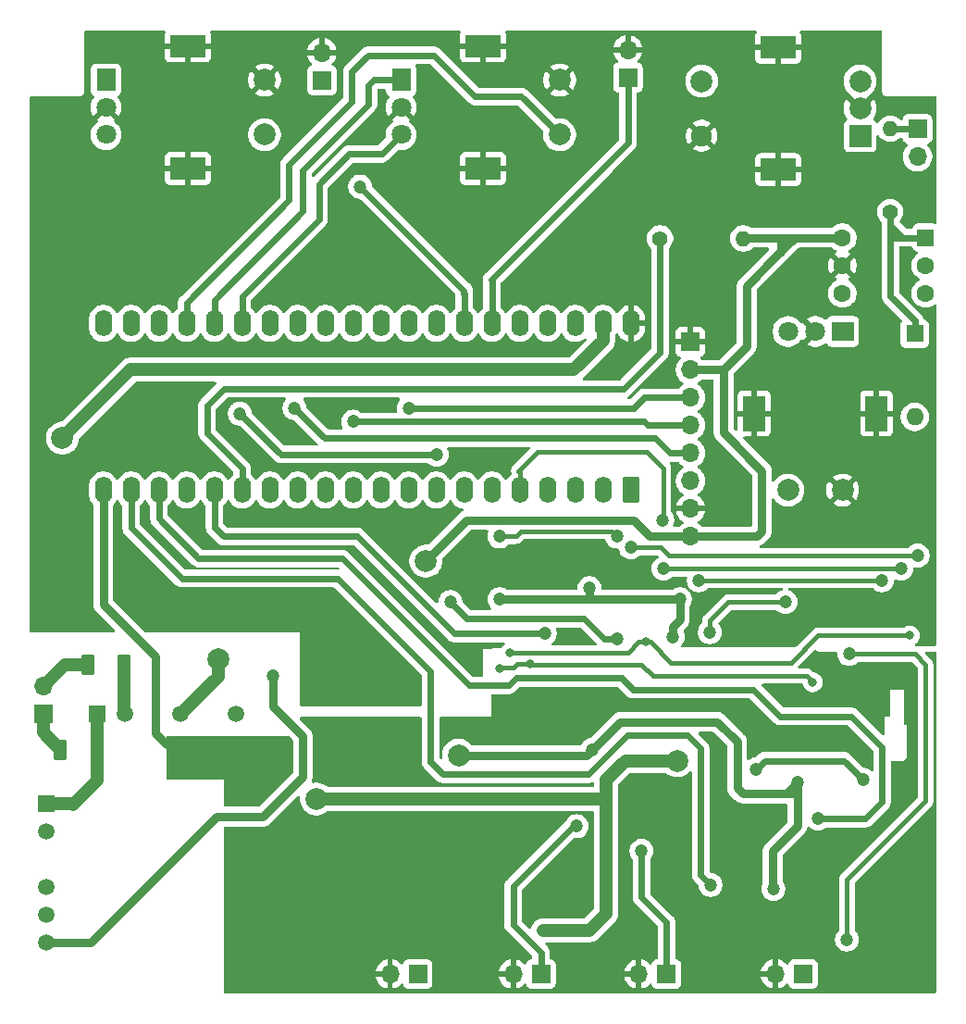
<source format=gbr>
%TF.GenerationSoftware,KiCad,Pcbnew,9.0.1*%
%TF.CreationDate,2025-05-12T14:22:17+02:00*%
%TF.ProjectId,PENDA2,50454e44-4132-42e6-9b69-6361645f7063,rev?*%
%TF.SameCoordinates,Original*%
%TF.FileFunction,Copper,L1,Top*%
%TF.FilePolarity,Positive*%
%FSLAX46Y46*%
G04 Gerber Fmt 4.6, Leading zero omitted, Abs format (unit mm)*
G04 Created by KiCad (PCBNEW 9.0.1) date 2025-05-12 14:22:17*
%MOMM*%
%LPD*%
G01*
G04 APERTURE LIST*
G04 Aperture macros list*
%AMRoundRect*
0 Rectangle with rounded corners*
0 $1 Rounding radius*
0 $2 $3 $4 $5 $6 $7 $8 $9 X,Y pos of 4 corners*
0 Add a 4 corners polygon primitive as box body*
4,1,4,$2,$3,$4,$5,$6,$7,$8,$9,$2,$3,0*
0 Add four circle primitives for the rounded corners*
1,1,$1+$1,$2,$3*
1,1,$1+$1,$4,$5*
1,1,$1+$1,$6,$7*
1,1,$1+$1,$8,$9*
0 Add four rect primitives between the rounded corners*
20,1,$1+$1,$2,$3,$4,$5,0*
20,1,$1+$1,$4,$5,$6,$7,0*
20,1,$1+$1,$6,$7,$8,$9,0*
20,1,$1+$1,$8,$9,$2,$3,0*%
G04 Aperture macros list end*
%TA.AperFunction,ComponentPad*%
%ADD10R,2.000000X2.000000*%
%TD*%
%TA.AperFunction,ComponentPad*%
%ADD11C,2.000000*%
%TD*%
%TA.AperFunction,ComponentPad*%
%ADD12R,3.200000X2.000000*%
%TD*%
%TA.AperFunction,ComponentPad*%
%ADD13C,1.900000*%
%TD*%
%TA.AperFunction,ComponentPad*%
%ADD14C,1.400000*%
%TD*%
%TA.AperFunction,ComponentPad*%
%ADD15O,1.400000X1.400000*%
%TD*%
%TA.AperFunction,ComponentPad*%
%ADD16R,1.700000X1.700000*%
%TD*%
%TA.AperFunction,ComponentPad*%
%ADD17O,1.700000X1.700000*%
%TD*%
%TA.AperFunction,SMDPad,CuDef*%
%ADD18RoundRect,0.250000X-0.362500X-0.700000X0.362500X-0.700000X0.362500X0.700000X-0.362500X0.700000X0*%
%TD*%
%TA.AperFunction,ComponentPad*%
%ADD19R,1.800000X2.000000*%
%TD*%
%TA.AperFunction,ComponentPad*%
%ADD20C,1.800000*%
%TD*%
%TA.AperFunction,ComponentPad*%
%ADD21R,2.000000X1.800000*%
%TD*%
%TA.AperFunction,ComponentPad*%
%ADD22R,2.000000X3.200000*%
%TD*%
%TA.AperFunction,ComponentPad*%
%ADD23RoundRect,0.250000X0.550000X-0.950000X0.550000X0.950000X-0.550000X0.950000X-0.550000X-0.950000X0*%
%TD*%
%TA.AperFunction,ComponentPad*%
%ADD24O,1.600000X2.400000*%
%TD*%
%TA.AperFunction,ComponentPad*%
%ADD25R,1.600000X1.600000*%
%TD*%
%TA.AperFunction,ComponentPad*%
%ADD26O,1.600000X1.600000*%
%TD*%
%TA.AperFunction,ComponentPad*%
%ADD27R,1.500000X1.500000*%
%TD*%
%TA.AperFunction,ComponentPad*%
%ADD28C,1.500000*%
%TD*%
%TA.AperFunction,ComponentPad*%
%ADD29RoundRect,0.250000X0.550000X0.550000X-0.550000X0.550000X-0.550000X-0.550000X0.550000X-0.550000X0*%
%TD*%
%TA.AperFunction,ComponentPad*%
%ADD30C,1.600000*%
%TD*%
%TA.AperFunction,ViaPad*%
%ADD31C,1.200000*%
%TD*%
%TA.AperFunction,ViaPad*%
%ADD32C,0.800000*%
%TD*%
%TA.AperFunction,ViaPad*%
%ADD33C,2.000000*%
%TD*%
%TA.AperFunction,Conductor*%
%ADD34C,0.800000*%
%TD*%
%TA.AperFunction,Conductor*%
%ADD35C,0.400000*%
%TD*%
%TA.AperFunction,Conductor*%
%ADD36C,0.600000*%
%TD*%
%TA.AperFunction,Conductor*%
%ADD37C,1.200000*%
%TD*%
G04 APERTURE END LIST*
D10*
%TO.P,SW3,A,A*%
%TO.N,PA5{slash}D22*%
X116500000Y-45100000D03*
D11*
%TO.P,SW3,B,B*%
%TO.N,PA0{slash}D16*%
X116500000Y-40100000D03*
%TO.P,SW3,C,C*%
%TO.N,GNDD*%
X116500000Y-42600000D03*
D12*
%TO.P,SW3,MP,MP*%
X109000000Y-48200000D03*
X109000000Y-37000000D03*
D11*
%TO.P,SW3,S1,S1*%
%TO.N,PC0{slash}D15*%
X102000000Y-40100000D03*
D13*
%TO.P,SW3,S2,S2*%
%TO.N,GNDD*%
X102000000Y-45100000D03*
%TD*%
D14*
%TO.P,R26,1*%
%TO.N,Net-(D1-K)*%
X119250000Y-52060000D03*
D15*
%TO.P,R26,2*%
%TO.N,Net-(J7-Pin_1)*%
X119250000Y-44440000D03*
%TD*%
D16*
%TO.P,U6,1,GND*%
%TO.N,GNDD*%
X100975000Y-63960000D03*
D17*
%TO.P,U6,2,VCC*%
%TO.N,+3.3VD*%
X100975000Y-66500000D03*
%TO.P,U6,3,SCL*%
%TO.N,PG11{slash}D8*%
X100975000Y-69040000D03*
%TO.P,U6,4,SDA*%
%TO.N,PB5{slash}D10*%
X100975000Y-71580000D03*
%TO.P,U6,5,RST*%
%TO.N,PC1{slash}D20*%
X100975000Y-74120000D03*
%TO.P,U6,6,DC*%
%TO.N,PC4{slash}D21*%
X100975000Y-76660000D03*
%TO.P,U6,7,CS*%
%TO.N,GNDD*%
X100975000Y-79200000D03*
%TO.P,U6,8,LED*%
%TO.N,+3.3VD*%
X100975000Y-81740000D03*
%TD*%
D18*
%TO.P,FB1,1*%
%TO.N,/Alim/+12V*%
X43337500Y-101250000D03*
%TO.P,FB1,2*%
%TO.N,Net-(PS1-+Vin)*%
X46662500Y-101250000D03*
%TD*%
D19*
%TO.P,SW2,A,A*%
%TO.N,PA7{slash}D18*%
X74500000Y-40000000D03*
D20*
%TO.P,SW2,B,B*%
%TO.N,PA6{slash}D19*%
X74500000Y-45000000D03*
%TO.P,SW2,C,C*%
%TO.N,GNDD*%
X74500000Y-42500000D03*
D12*
%TO.P,SW2,MP,MP*%
X82000000Y-36900000D03*
X82000000Y-48100000D03*
D11*
%TO.P,SW2,S1,S1*%
%TO.N,PB1{slash}D17*%
X89000000Y-45000000D03*
%TO.P,SW2,S2,S2*%
%TO.N,GNDD*%
X89000000Y-40000000D03*
%TD*%
D19*
%TO.P,SW4,A,A*%
%TO.N,PB8{slash}D11*%
X47500000Y-40000000D03*
D20*
%TO.P,SW4,B,B*%
%TO.N,PB9{slash}D12*%
X47500000Y-45000000D03*
%TO.P,SW4,C,C*%
%TO.N,GNDD*%
X47500000Y-42500000D03*
D12*
%TO.P,SW4,MP,MP*%
X55000000Y-36900000D03*
X55000000Y-48100000D03*
D11*
%TO.P,SW4,S1,S1*%
%TO.N,PG10{slash}D7*%
X62000000Y-45000000D03*
%TO.P,SW4,S2,S2*%
%TO.N,GNDD*%
X62000000Y-40000000D03*
%TD*%
D21*
%TO.P,SW1,A,A*%
%TO.N,PA0{slash}D25*%
X114900000Y-63000000D03*
D20*
%TO.P,SW1,B,B*%
%TO.N,PD11{slash}D26*%
X109900000Y-63000000D03*
%TO.P,SW1,C,C*%
%TO.N,GNDD*%
X112400000Y-63000000D03*
D22*
%TO.P,SW1,MP,MP*%
X118000000Y-70500000D03*
X106800000Y-70500000D03*
D11*
%TO.P,SW1,S1,S1*%
%TO.N,PA1{slash}D24*%
X109900000Y-77500000D03*
%TO.P,SW1,S2,S2*%
%TO.N,GNDD*%
X114900000Y-77500000D03*
%TD*%
D18*
%TO.P,FB2,1*%
%TO.N,/Alim/0V*%
X45837500Y-93500000D03*
%TO.P,FB2,2*%
%TO.N,Net-(PS1--Vin)*%
X49162500Y-93500000D03*
%TD*%
D16*
%TO.P,J8,1,Pin_1*%
%TO.N,/Alim/+12V*%
X41750000Y-98000000D03*
D17*
%TO.P,J8,2,Pin_2*%
%TO.N,/Alim/0V*%
X41750000Y-95460000D03*
%TD*%
D14*
%TO.P,R25,1*%
%TO.N,D14*%
X98190000Y-54500000D03*
D15*
%TO.P,R25,2*%
%TO.N,+3.3VD*%
X105810000Y-54500000D03*
%TD*%
D23*
%TO.P,U3,1,D0*%
%TO.N,unconnected-(U3B-D0-Pad1)*%
X95510000Y-77500000D03*
D24*
%TO.P,U3,2,D1*%
%TO.N,PC11{slash}D1*%
X92970000Y-77500000D03*
%TO.P,U3,3,D2*%
%TO.N,PC10{slash}D2*%
X90430000Y-77500000D03*
%TO.P,U3,4,D3*%
%TO.N,PC9{slash}D3*%
X87890000Y-77500000D03*
%TO.P,U3,5,D4*%
%TO.N,D4*%
X85350000Y-77500000D03*
%TO.P,U3,6,D5*%
%TO.N,unconnected-(U3B-D5-Pad6)*%
X82810000Y-77500000D03*
%TO.P,U3,7,D6*%
%TO.N,unconnected-(U3B-D6-Pad7)*%
X80270000Y-77500000D03*
%TO.P,U3,8,D7*%
%TO.N,PG10{slash}D7*%
X77730000Y-77500000D03*
%TO.P,U3,9,D8*%
%TO.N,PG11{slash}D8*%
X75190000Y-77500000D03*
%TO.P,U3,10,D9*%
%TO.N,unconnected-(U3B-D9-Pad10)*%
X72650000Y-77500000D03*
%TO.P,U3,11,D10*%
%TO.N,PB5{slash}D10*%
X70110000Y-77500000D03*
%TO.P,U3,12,D11*%
%TO.N,PB8{slash}D11*%
X67570000Y-77500000D03*
%TO.P,U3,13,D12*%
%TO.N,PB9{slash}D12*%
X65030000Y-77500000D03*
%TO.P,U3,14,D13*%
%TO.N,unconnected-(U3B-D13-Pad14)*%
X62490000Y-77500000D03*
%TO.P,U3,15,D14*%
%TO.N,D14*%
X59950000Y-77500000D03*
%TO.P,U3,16,INL*%
%TO.N,Net-(U2A-AOUTL)*%
X57410000Y-77500000D03*
%TO.P,U3,17,INR*%
%TO.N,Net-(U2B-AOUTR)*%
X54870000Y-77500000D03*
%TO.P,U3,18,OUTL*%
%TO.N,Net-(U3A-OUTL)*%
X52330000Y-77500000D03*
%TO.P,U3,19,OUTR*%
%TO.N,Net-(U3A-OUTR)*%
X49790000Y-77500000D03*
%TO.P,U3,20,GNDA*%
%TO.N,GNDA*%
X47250000Y-77500000D03*
%TO.P,U3,21,3.3VA*%
%TO.N,unconnected-(U3C-3.3VA-Pad21)*%
X47250000Y-62260000D03*
%TO.P,U3,22,D15*%
%TO.N,PC0{slash}D15*%
X49790000Y-62260000D03*
%TO.P,U3,23,D16*%
%TO.N,PA0{slash}D16*%
X52330000Y-62260000D03*
%TO.P,U3,24,D17*%
%TO.N,PB1{slash}D17*%
X54870000Y-62260000D03*
%TO.P,U3,25,D18*%
%TO.N,PA7{slash}D18*%
X57410000Y-62260000D03*
%TO.P,U3,26,D19*%
%TO.N,PA6{slash}D19*%
X59950000Y-62260000D03*
%TO.P,U3,27,D20*%
%TO.N,PC1{slash}D20*%
X62490000Y-62260000D03*
%TO.P,U3,28,D21*%
%TO.N,PC4{slash}D21*%
X65030000Y-62260000D03*
%TO.P,U3,29,D22*%
%TO.N,PA5{slash}D22*%
X67570000Y-62260000D03*
%TO.P,U3,30,D23*%
%TO.N,unconnected-(U3B-D23-Pad30)*%
X70110000Y-62260000D03*
%TO.P,U3,31,D24*%
%TO.N,PA1{slash}D24*%
X72650000Y-62260000D03*
%TO.P,U3,32,D25*%
%TO.N,PA0{slash}D25*%
X75190000Y-62260000D03*
%TO.P,U3,33,D26*%
%TO.N,PD11{slash}D26*%
X77730000Y-62260000D03*
%TO.P,U3,34,D27*%
%TO.N,PG9{slash}D27*%
X80270000Y-62260000D03*
%TO.P,U3,35,D28*%
%TO.N,PA2{slash}D28*%
X82810000Y-62260000D03*
%TO.P,U3,36,D29*%
%TO.N,unconnected-(U3B-D29-Pad36)*%
X85350000Y-62260000D03*
%TO.P,U3,37,D30*%
%TO.N,unconnected-(U3B-D30-Pad37)*%
X87890000Y-62260000D03*
%TO.P,U3,38,3.3VD*%
%TO.N,unconnected-(U3C-3.3VD-Pad38)*%
X90430000Y-62260000D03*
%TO.P,U3,39,VIN*%
%TO.N,Net-(PS2-+9V)*%
X92970000Y-62260000D03*
%TO.P,U3,40,GNDD*%
%TO.N,GNDD*%
X95510000Y-62260000D03*
%TD*%
D16*
%TO.P,J2,1,Pin_1*%
%TO.N,Net-(J2-Pin_1)*%
X87290000Y-121750000D03*
D17*
%TO.P,J2,2,Pin_2*%
%TO.N,GNDA*%
X84750000Y-121750000D03*
%TD*%
D25*
%TO.P,D1,1,K*%
%TO.N,Net-(D1-K)*%
X121500000Y-63190000D03*
D26*
%TO.P,D1,2,A*%
%TO.N,Net-(D1-A)*%
X121500000Y-70810000D03*
%TD*%
D16*
%TO.P,J6,1,Pin_1*%
%TO.N,PA2{slash}D28*%
X95250000Y-39775000D03*
D17*
%TO.P,J6,2,Pin_2*%
%TO.N,GNDD*%
X95250000Y-37235000D03*
%TD*%
D27*
%TO.P,PS2,1,+Vin*%
%TO.N,Net-(PS1-+Vin)*%
X46710000Y-98000000D03*
D28*
%TO.P,PS2,2,-Vin*%
%TO.N,Net-(PS1--Vin)*%
X49250000Y-98000000D03*
%TO.P,PS2,4,0V*%
%TO.N,GNDD*%
X54330000Y-98000000D03*
%TO.P,PS2,6,+9V*%
%TO.N,Net-(PS2-+9V)*%
X59410000Y-98000000D03*
%TD*%
D16*
%TO.P,J3,1,Pin_1*%
%TO.N,Net-(J3-Pin_1)*%
X111275000Y-121750000D03*
D17*
%TO.P,J3,2,Pin_2*%
%TO.N,GNDA*%
X108735000Y-121750000D03*
%TD*%
D29*
%TO.P,U7,1*%
%TO.N,Net-(D1-K)*%
X122500000Y-54420000D03*
D30*
%TO.P,U7,2*%
%TO.N,Net-(D1-A)*%
X122500000Y-56960000D03*
%TO.P,U7,3*%
%TO.N,unconnected-(U7-Pad3)*%
X122500000Y-59500000D03*
%TO.P,U7,4*%
%TO.N,D14*%
X114880000Y-59500000D03*
%TO.P,U7,5*%
%TO.N,GNDD*%
X114880000Y-56960000D03*
%TO.P,U7,6*%
%TO.N,+3.3VD*%
X114880000Y-54420000D03*
%TD*%
D16*
%TO.P,J1,1,Pin_1*%
%TO.N,Net-(J1-Pin_1)*%
X76025000Y-121750000D03*
D17*
%TO.P,J1,2,Pin_2*%
%TO.N,GNDA*%
X73485000Y-121750000D03*
%TD*%
D16*
%TO.P,J7,1,Pin_1*%
%TO.N,Net-(J7-Pin_1)*%
X121750000Y-44475000D03*
D17*
%TO.P,J7,2,Pin_2*%
%TO.N,Net-(D1-A)*%
X121750000Y-47015000D03*
%TD*%
D27*
%TO.P,PS1,1,+Vin*%
%TO.N,Net-(PS1-+Vin)*%
X41987500Y-106187500D03*
D28*
%TO.P,PS1,2,-Vin*%
%TO.N,Net-(PS1--Vin)*%
X41987500Y-108727500D03*
%TO.P,PS1,4,-9V*%
%TO.N,Net-(PS1--9V)*%
X41987500Y-113807500D03*
%TO.P,PS1,5,0V*%
%TO.N,GNDA*%
X41987500Y-116347500D03*
%TO.P,PS1,6,+9V*%
%TO.N,Net-(PS1-+9V)*%
X41987500Y-118887500D03*
%TD*%
D16*
%TO.P,J4,1,Pin_1*%
%TO.N,Net-(J4-Pin_1)*%
X98775000Y-121750000D03*
D17*
%TO.P,J4,2,Pin_2*%
%TO.N,GNDA*%
X96235000Y-121750000D03*
%TD*%
D16*
%TO.P,J5,1,Pin_1*%
%TO.N,PG9{slash}D27*%
X67250000Y-40025000D03*
D17*
%TO.P,J5,2,Pin_2*%
%TO.N,GNDD*%
X67250000Y-37485000D03*
%TD*%
D31*
%TO.N,GNDA*%
X63500000Y-103250000D03*
X57000000Y-101250000D03*
X110600000Y-100050000D03*
D32*
X86150000Y-96250000D03*
X86150000Y-107450000D03*
D31*
X81650000Y-108000000D03*
D33*
X81250000Y-119750000D03*
D32*
X116600000Y-95000000D03*
D31*
X71750000Y-103500000D03*
D32*
X119800000Y-94800000D03*
D31*
X95000000Y-112000000D03*
D33*
X105000000Y-120500000D03*
D31*
X103750000Y-105500000D03*
X121000000Y-102500000D03*
X106900000Y-98250000D03*
X103350000Y-101000000D03*
D32*
X83000000Y-115000000D03*
D31*
X81000000Y-99000000D03*
D32*
%TO.N,Net-(U2A-AINL)*%
X83500000Y-93800000D03*
X112170000Y-95080000D03*
X86300000Y-93400000D03*
%TO.N,Net-(U2B-AINR)*%
X121050000Y-90800000D03*
X96850000Y-91400000D03*
X84450000Y-92400000D03*
D31*
%TO.N,Net-(J2-Pin_1)*%
X90550000Y-108250000D03*
%TO.N,Net-(J4-Pin_1)*%
X96500000Y-110500000D03*
D32*
%TO.N,GNDD*%
X108000000Y-60750000D03*
X72100000Y-92100000D03*
D31*
X67800000Y-88700000D03*
D32*
X72100000Y-95900000D03*
X81000000Y-74500000D03*
D31*
X105000000Y-90700000D03*
D32*
X51050000Y-79800000D03*
X81000000Y-92000000D03*
X48750000Y-53750000D03*
D31*
X85212500Y-82962500D03*
D32*
X61250000Y-75500000D03*
D31*
X70750000Y-58250000D03*
X64750000Y-58500000D03*
D32*
X44500000Y-50250000D03*
X43899374Y-67283382D03*
X42000000Y-44000000D03*
X71000000Y-44750000D03*
X54950000Y-88500000D03*
D33*
X57750000Y-93000000D03*
D32*
X89750000Y-90500000D03*
X98500000Y-46000000D03*
X72000000Y-69500000D03*
X62250000Y-70500000D03*
X49500000Y-87950000D03*
D31*
X93000000Y-83000000D03*
%TO.N,+5VD*%
X91730000Y-86480000D03*
X100000000Y-87500000D03*
X99350000Y-90900000D03*
X83500000Y-87500000D03*
D33*
%TO.N,-5VA*%
X79750000Y-101750000D03*
D31*
X108550000Y-114000000D03*
X110750000Y-104250000D03*
X92000000Y-101250000D03*
%TO.N,+5VA*%
X107000000Y-103037500D03*
D33*
X66750000Y-105750000D03*
D31*
X116750000Y-104000000D03*
X87500000Y-117750000D03*
D33*
X99750000Y-102250000D03*
%TO.N,+3.3VD*%
X76750000Y-84000000D03*
D31*
%TO.N,PG9{slash}D27*%
X70750000Y-49750000D03*
%TO.N,Net-(U4A-AOUTL)*%
X115500000Y-92500000D03*
X115300000Y-118600000D03*
%TO.N,Net-(U2C-SDATAO)*%
X95500000Y-82750000D03*
X121750000Y-83500000D03*
%TO.N,Net-(U2C-ZCEN)*%
X102750000Y-90500000D03*
X109670000Y-87750000D03*
%TO.N,PC9{slash}D3*%
X83500000Y-81750000D03*
X101750000Y-85750000D03*
X94250000Y-81750000D03*
X118500000Y-85750000D03*
%TO.N,D4*%
X98375000Y-80250000D03*
X120250000Y-84700000D03*
X98500000Y-84700000D03*
%TO.N,PG10{slash}D7*%
X59750000Y-70500000D03*
X77750000Y-74250000D03*
%TO.N,Net-(U2A-AOUTL)*%
X87625000Y-90625000D03*
%TO.N,Net-(U2B-AOUTR)*%
X79000000Y-87750000D03*
X94300000Y-91100000D03*
%TO.N,Net-(U3A-OUTL)*%
X112650000Y-107550000D03*
%TO.N,Net-(U3A-OUTR)*%
X102800000Y-113600000D03*
%TO.N,PC1{slash}D20*%
X64750000Y-70000000D03*
%TO.N,PG11{slash}D8*%
X75190000Y-70000000D03*
%TO.N,PB5{slash}D10*%
X70110000Y-71250000D03*
%TO.N,Net-(PS1-+9V)*%
X62750000Y-94500000D03*
D33*
%TO.N,Net-(PS2-+9V)*%
X43500000Y-72750000D03*
%TD*%
D34*
%TO.N,GNDA*%
X47250000Y-77500000D02*
X47250000Y-88000000D01*
X52000000Y-92750000D02*
X52000000Y-99750000D01*
X57000000Y-101250000D02*
X61500000Y-101250000D01*
X56500000Y-100750000D02*
X57000000Y-101250000D01*
X53000000Y-100750000D02*
X56500000Y-100750000D01*
X52000000Y-99750000D02*
X53000000Y-100750000D01*
X47250000Y-88000000D02*
X52000000Y-92750000D01*
X61500000Y-101250000D02*
X63500000Y-103250000D01*
D35*
%TO.N,Net-(U2A-AINL)*%
X97550000Y-94500000D02*
X111590000Y-94500000D01*
X83550000Y-93750000D02*
X83500000Y-93800000D01*
X84750000Y-93750000D02*
X83550000Y-93750000D01*
X86350000Y-93450000D02*
X96500000Y-93450000D01*
X111590000Y-94500000D02*
X112170000Y-95080000D01*
X86300000Y-93400000D02*
X85100000Y-93400000D01*
X85100000Y-93400000D02*
X84750000Y-93750000D01*
X96500000Y-93450000D02*
X97550000Y-94500000D01*
X86300000Y-93400000D02*
X86350000Y-93450000D01*
%TO.N,Net-(U2B-AINR)*%
X97300000Y-91400000D02*
X96850000Y-91400000D01*
X96250000Y-91400000D02*
X96850000Y-91400000D01*
X95250000Y-92400000D02*
X96250000Y-91400000D01*
X110150000Y-93300000D02*
X99200000Y-93300000D01*
X84450000Y-92400000D02*
X95250000Y-92400000D01*
X112650000Y-90800000D02*
X110150000Y-93300000D01*
X99200000Y-93300000D02*
X97300000Y-91400000D01*
X121050000Y-90800000D02*
X112650000Y-90800000D01*
D36*
%TO.N,Net-(J2-Pin_1)*%
X84750000Y-117250000D02*
X87290000Y-119790000D01*
X90550000Y-108250000D02*
X90250000Y-108250000D01*
X84750000Y-113750000D02*
X84750000Y-117250000D01*
X90250000Y-108250000D02*
X84750000Y-113750000D01*
X87290000Y-119790000D02*
X87290000Y-121750000D01*
%TO.N,Net-(J4-Pin_1)*%
X96500000Y-114750000D02*
X96500000Y-110500000D01*
X98775000Y-121750000D02*
X98775000Y-117025000D01*
X98775000Y-117025000D02*
X96500000Y-114750000D01*
%TO.N,GNDD*%
X93000000Y-83000000D02*
X92500000Y-82500000D01*
X85675000Y-82500000D02*
X85212500Y-82962500D01*
X92500000Y-82500000D02*
X85675000Y-82500000D01*
D37*
X57750000Y-94580000D02*
X57750000Y-93000000D01*
X54330000Y-98000000D02*
X57750000Y-94580000D01*
D36*
%TO.N,+5VD*%
X91480000Y-87500000D02*
X83500000Y-87500000D01*
D34*
X99350000Y-90000000D02*
X100000000Y-89350000D01*
X100000000Y-87500000D02*
X93000000Y-87500000D01*
X100000000Y-89350000D02*
X100000000Y-87500000D01*
X99350000Y-90900000D02*
X99350000Y-90000000D01*
X93000000Y-87500000D02*
X83500000Y-87500000D01*
D36*
X91000000Y-87500000D02*
X83500000Y-87500000D01*
D34*
X93000000Y-87500000D02*
X91000000Y-87500000D01*
X91730000Y-86480000D02*
X91730000Y-87250000D01*
D36*
X91000000Y-87500000D02*
X91480000Y-87500000D01*
X91730000Y-87250000D02*
X91480000Y-87500000D01*
D34*
%TO.N,-5VA*%
X94550000Y-98700000D02*
X92000000Y-101250000D01*
X91500000Y-101750000D02*
X79750000Y-101750000D01*
X103450000Y-98700000D02*
X94550000Y-98700000D01*
X92000000Y-101250000D02*
X91500000Y-101750000D01*
X109750000Y-105250000D02*
X105750000Y-105250000D01*
X109750000Y-105250000D02*
X110750000Y-104250000D01*
X105250000Y-104750000D02*
X105250000Y-100500000D01*
X110750000Y-105250000D02*
X110750000Y-108250000D01*
X110750000Y-108250000D02*
X108500000Y-110500000D01*
X108500000Y-113950000D02*
X108550000Y-114000000D01*
X105250000Y-100500000D02*
X103450000Y-98700000D01*
X110750000Y-104250000D02*
X110750000Y-105250000D01*
X110750000Y-105250000D02*
X109750000Y-105250000D01*
X105750000Y-105250000D02*
X105250000Y-104750000D01*
X108500000Y-110500000D02*
X108500000Y-113950000D01*
D37*
%TO.N,+5VA*%
X95000000Y-102250000D02*
X93250000Y-104000000D01*
X99750000Y-102250000D02*
X95000000Y-102250000D01*
D36*
X107787500Y-102250000D02*
X107000000Y-103037500D01*
D37*
X91750000Y-117750000D02*
X87500000Y-117750000D01*
X93250000Y-116250000D02*
X91750000Y-117750000D01*
D36*
X116750000Y-104000000D02*
X115000000Y-102250000D01*
X115000000Y-102250000D02*
X107787500Y-102250000D01*
D37*
X93250000Y-104000000D02*
X93250000Y-105750000D01*
X66750000Y-105750000D02*
X93250000Y-105750000D01*
X93250000Y-105750000D02*
X93250000Y-116250000D01*
D34*
%TO.N,+3.3VD*%
X107500000Y-81250000D02*
X107010000Y-81740000D01*
X109250000Y-54420000D02*
X109250000Y-55680000D01*
X109250000Y-54420000D02*
X109250000Y-55250000D01*
X109250000Y-54420000D02*
X105890000Y-54420000D01*
X97240000Y-81740000D02*
X95750000Y-80250000D01*
X104000000Y-72250000D02*
X107500000Y-75750000D01*
X104000000Y-66500000D02*
X100975000Y-66500000D01*
X104000000Y-66500000D02*
X104000000Y-72250000D01*
X95750000Y-80250000D02*
X80500000Y-80250000D01*
X106120000Y-64380000D02*
X104000000Y-66500000D01*
X106120000Y-58810000D02*
X106120000Y-64380000D01*
X107010000Y-81740000D02*
X100975000Y-81740000D01*
X100975000Y-81740000D02*
X97240000Y-81740000D01*
X109250000Y-55250000D02*
X109465000Y-55465000D01*
X107500000Y-75750000D02*
X107500000Y-81250000D01*
X108840000Y-56090000D02*
X106120000Y-58810000D01*
X105890000Y-54420000D02*
X105810000Y-54500000D01*
X110510000Y-54420000D02*
X109465000Y-55465000D01*
X114880000Y-54420000D02*
X109250000Y-54420000D01*
X109250000Y-55680000D02*
X108840000Y-56090000D01*
X80500000Y-80250000D02*
X76750000Y-84000000D01*
X109465000Y-55465000D02*
X108840000Y-56090000D01*
D36*
%TO.N,Net-(D1-K)*%
X119625000Y-53875000D02*
X119250000Y-54250000D01*
X120420000Y-54420000D02*
X122500000Y-54420000D01*
X119420000Y-54420000D02*
X119250000Y-54250000D01*
X119875000Y-53875000D02*
X120420000Y-54420000D01*
X119250000Y-54250000D02*
X119250000Y-59750000D01*
X119875000Y-53875000D02*
X119625000Y-53875000D01*
X120420000Y-54420000D02*
X119420000Y-54420000D01*
X119250000Y-59750000D02*
X121500000Y-62000000D01*
X119250000Y-53250000D02*
X119875000Y-53875000D01*
X121500000Y-62000000D02*
X121500000Y-63190000D01*
X119250000Y-53250000D02*
X119250000Y-54250000D01*
X119250000Y-52060000D02*
X119250000Y-53250000D01*
%TO.N,PG9{slash}D27*%
X80270000Y-59520000D02*
X80270000Y-62260000D01*
X70750000Y-49750000D02*
X80250000Y-59250000D01*
X80250000Y-59500000D02*
X80270000Y-59520000D01*
X80250000Y-59250000D02*
X80250000Y-59500000D01*
%TO.N,PA2{slash}D28*%
X82810000Y-58310000D02*
X82810000Y-62260000D01*
X95250000Y-45750000D02*
X82750000Y-58250000D01*
X95250000Y-39775000D02*
X95250000Y-45750000D01*
X82750000Y-58250000D02*
X82810000Y-58310000D01*
%TO.N,Net-(J7-Pin_1)*%
X121750000Y-44475000D02*
X119285000Y-44475000D01*
X119285000Y-44475000D02*
X119250000Y-44440000D01*
D37*
%TO.N,/Alim/0V*%
X41750000Y-95460000D02*
X43460000Y-93750000D01*
X43750000Y-93500000D02*
X45837500Y-93500000D01*
X43460000Y-93750000D02*
X43500000Y-93750000D01*
X43500000Y-93750000D02*
X43750000Y-93500000D01*
%TO.N,/Alim/+12V*%
X41750000Y-98000000D02*
X41750000Y-99662500D01*
X41750000Y-99662500D02*
X43337500Y-101250000D01*
D35*
%TO.N,Net-(U4A-AOUTL)*%
X115500000Y-92500000D02*
X121500000Y-92500000D01*
X121500000Y-92500000D02*
X122500000Y-93500000D01*
X122500000Y-93500000D02*
X122500000Y-105900000D01*
X115300000Y-113100000D02*
X115300000Y-118600000D01*
X122500000Y-105900000D02*
X115300000Y-113100000D01*
%TO.N,Net-(U2C-SDATAO)*%
X98250000Y-82750000D02*
X99000000Y-83500000D01*
X99000000Y-83500000D02*
X121750000Y-83500000D01*
X95500000Y-82750000D02*
X98250000Y-82750000D01*
%TO.N,Net-(U2C-ZCEN)*%
X104420000Y-87750000D02*
X109670000Y-87750000D01*
X102750000Y-89420000D02*
X104420000Y-87750000D01*
X102750000Y-90500000D02*
X102750000Y-89420000D01*
%TO.N,PC9{slash}D3*%
X93750000Y-81250000D02*
X85500000Y-81250000D01*
X85500000Y-81250000D02*
X85000000Y-81750000D01*
X101750000Y-85750000D02*
X118500000Y-85750000D01*
X85000000Y-81750000D02*
X83500000Y-81750000D01*
X94250000Y-81750000D02*
X93750000Y-81250000D01*
%TO.N,D4*%
X98375000Y-80250000D02*
X98500000Y-80125000D01*
X85350000Y-75850000D02*
X85350000Y-77500000D01*
X85250000Y-75750000D02*
X85350000Y-75850000D01*
X97000000Y-74000000D02*
X87000000Y-74000000D01*
X98500000Y-75500000D02*
X97000000Y-74000000D01*
X98500000Y-80125000D02*
X98500000Y-75500000D01*
X87000000Y-74000000D02*
X85250000Y-75750000D01*
X98500000Y-84700000D02*
X120250000Y-84700000D01*
D36*
%TO.N,D14*%
X58250000Y-68250000D02*
X94880000Y-68250000D01*
X94880000Y-68250000D02*
X98190000Y-64940000D01*
X56750000Y-69750000D02*
X58250000Y-68250000D01*
X98190000Y-64940000D02*
X98190000Y-54500000D01*
X56750000Y-72351000D02*
X56750000Y-69750000D01*
X59950000Y-77500000D02*
X59950000Y-75551000D01*
X59950000Y-75551000D02*
X56750000Y-72351000D01*
%TO.N,PA6{slash}D19*%
X72750000Y-46750000D02*
X69750000Y-46750000D01*
X69750000Y-46750000D02*
X67000000Y-49500000D01*
X74500000Y-45000000D02*
X72750000Y-46750000D01*
X67000000Y-52750000D02*
X59950000Y-59800000D01*
X67000000Y-49500000D02*
X67000000Y-52750000D01*
X59950000Y-59800000D02*
X59950000Y-62260000D01*
%TO.N,PA7{slash}D18*%
X65500000Y-52000000D02*
X57410000Y-60090000D01*
X57410000Y-60090000D02*
X57410000Y-62260000D01*
X71500000Y-40500000D02*
X71500000Y-42250000D01*
X74500000Y-40000000D02*
X72000000Y-40000000D01*
X72000000Y-40000000D02*
X71500000Y-40500000D01*
X65500000Y-48250000D02*
X65500000Y-52000000D01*
X71500000Y-42250000D02*
X65500000Y-48250000D01*
%TO.N,PB1{slash}D17*%
X81250000Y-41500000D02*
X77500000Y-37750000D01*
X71500000Y-37750000D02*
X70000000Y-39250000D01*
X77500000Y-37750000D02*
X71500000Y-37750000D01*
X54870000Y-60380000D02*
X54870000Y-62260000D01*
X89000000Y-45000000D02*
X85500000Y-41500000D01*
X70000000Y-39250000D02*
X70000000Y-42000000D01*
X64250000Y-47750000D02*
X64250000Y-51000000D01*
X85500000Y-41500000D02*
X81250000Y-41500000D01*
X64250000Y-51000000D02*
X54870000Y-60380000D01*
X70000000Y-42000000D02*
X64250000Y-47750000D01*
%TO.N,PG10{slash}D7*%
X77750000Y-74250000D02*
X63500000Y-74250000D01*
X63500000Y-74250000D02*
X59750000Y-70500000D01*
%TO.N,Net-(U2A-AOUTL)*%
X79375000Y-90625000D02*
X70500000Y-81750000D01*
X87625000Y-90625000D02*
X79375000Y-90625000D01*
X70500000Y-81750000D02*
X58250000Y-81750000D01*
X57410000Y-80910000D02*
X57410000Y-77500000D01*
X58250000Y-81750000D02*
X57410000Y-80910000D01*
%TO.N,Net-(U2B-AOUTR)*%
X91250000Y-89250000D02*
X80500000Y-89250000D01*
X80500000Y-89250000D02*
X79000000Y-87750000D01*
X94300000Y-91100000D02*
X93100000Y-91100000D01*
X93100000Y-91100000D02*
X91250000Y-89250000D01*
%TO.N,Net-(U3A-OUTL)*%
X55950000Y-83750000D02*
X52330000Y-80130000D01*
X69100000Y-83750000D02*
X55950000Y-83750000D01*
X95700000Y-95750000D02*
X94650000Y-94700000D01*
X106750000Y-95750000D02*
X95700000Y-95750000D01*
X84400000Y-95350000D02*
X80700000Y-95350000D01*
X112650000Y-107550000D02*
X116950000Y-107550000D01*
X80700000Y-95350000D02*
X69100000Y-83750000D01*
X52330000Y-80130000D02*
X52330000Y-77500000D01*
X94650000Y-94700000D02*
X85050000Y-94700000D01*
X115700000Y-98200000D02*
X109200000Y-98200000D01*
X118500000Y-106000000D02*
X118500000Y-101000000D01*
X116950000Y-107550000D02*
X118500000Y-106000000D01*
X118500000Y-101000000D02*
X115700000Y-98200000D01*
X109200000Y-98200000D02*
X106750000Y-95750000D01*
X85050000Y-94700000D02*
X84400000Y-95350000D01*
%TO.N,Net-(U3A-OUTR)*%
X49790000Y-80951328D02*
X54438672Y-85600000D01*
X95227265Y-99900000D02*
X100700000Y-99900000D01*
X101900000Y-101100000D02*
X101900000Y-112700000D01*
X91627265Y-103500000D02*
X95227265Y-99900000D01*
X101900000Y-112700000D02*
X102800000Y-113600000D01*
X100700000Y-99900000D02*
X101900000Y-101100000D01*
X49790000Y-77500000D02*
X49790000Y-80951328D01*
X77200000Y-94100000D02*
X77200000Y-102350000D01*
X54438672Y-85600000D02*
X68700000Y-85600000D01*
X78350000Y-103500000D02*
X91627265Y-103500000D01*
X77200000Y-102350000D02*
X78350000Y-103500000D01*
X68700000Y-85600000D02*
X77200000Y-94100000D01*
%TO.N,PC1{slash}D20*%
X64750000Y-70000000D02*
X67500000Y-72750000D01*
X99120000Y-74120000D02*
X100975000Y-74120000D01*
X67500000Y-72750000D02*
X97750000Y-72750000D01*
X97750000Y-72750000D02*
X99120000Y-74120000D01*
%TO.N,PG11{slash}D8*%
X75190000Y-70000000D02*
X95750000Y-70000000D01*
X95750000Y-70000000D02*
X96710000Y-69040000D01*
X96710000Y-69040000D02*
X100975000Y-69040000D01*
%TO.N,PB5{slash}D10*%
X70110000Y-71250000D02*
X96750000Y-71250000D01*
X97080000Y-71580000D02*
X100975000Y-71580000D01*
X96750000Y-71250000D02*
X97080000Y-71580000D01*
D34*
%TO.N,Net-(PS1-+9V)*%
X65500000Y-100000000D02*
X65500000Y-103750000D01*
X65500000Y-103750000D02*
X61875000Y-107375000D01*
X61875000Y-107375000D02*
X57625000Y-107375000D01*
X46112500Y-118887500D02*
X41987500Y-118887500D01*
X57625000Y-107375000D02*
X46112500Y-118887500D01*
X62750000Y-94500000D02*
X62750000Y-97250000D01*
X62750000Y-97250000D02*
X65500000Y-100000000D01*
D37*
%TO.N,Net-(PS2-+9V)*%
X49750000Y-66500000D02*
X43500000Y-72750000D01*
X90330000Y-66500000D02*
X49750000Y-66500000D01*
X92970000Y-63860000D02*
X90330000Y-66500000D01*
X92970000Y-62260000D02*
X92970000Y-63860000D01*
%TO.N,Net-(PS1-+Vin)*%
X46662500Y-104087500D02*
X44500000Y-106250000D01*
X46662500Y-98047500D02*
X46710000Y-98000000D01*
X44500000Y-106250000D02*
X44437500Y-106187500D01*
X46662500Y-101250000D02*
X46662500Y-104087500D01*
X44437500Y-106187500D02*
X41987500Y-106187500D01*
X46662500Y-101250000D02*
X46662500Y-98047500D01*
%TO.N,Net-(PS1--Vin)*%
X49162500Y-97912500D02*
X49250000Y-98000000D01*
X49162500Y-93500000D02*
X49162500Y-97912500D01*
%TD*%
%TA.AperFunction,Conductor*%
%TO.N,GNDD*%
G36*
X48591445Y-78443865D02*
G01*
X48630483Y-78488917D01*
X48636139Y-78500016D01*
X48677715Y-78581614D01*
X48798028Y-78747213D01*
X48942779Y-78891964D01*
X48946038Y-78894748D01*
X48984227Y-78953258D01*
X48989500Y-78989033D01*
X48989500Y-81030174D01*
X49020261Y-81184817D01*
X49020264Y-81184829D01*
X49080602Y-81330500D01*
X49080609Y-81330513D01*
X49168210Y-81461616D01*
X49168213Y-81461620D01*
X53816883Y-86110289D01*
X53879039Y-86172445D01*
X53928384Y-86221790D01*
X54059486Y-86309390D01*
X54059499Y-86309397D01*
X54205170Y-86369735D01*
X54205175Y-86369737D01*
X54324081Y-86393389D01*
X54359825Y-86400499D01*
X54359828Y-86400500D01*
X54359830Y-86400500D01*
X68317060Y-86400500D01*
X68384099Y-86420185D01*
X68404741Y-86436819D01*
X76363181Y-94395258D01*
X76396666Y-94456581D01*
X76399500Y-94482939D01*
X76399500Y-97126000D01*
X76379815Y-97193039D01*
X76327011Y-97238794D01*
X76275500Y-97250000D01*
X65374000Y-97250000D01*
X65306961Y-97230315D01*
X65261206Y-97177511D01*
X65250000Y-97126000D01*
X65250000Y-90500000D01*
X51074861Y-90500000D01*
X51007822Y-90480315D01*
X50987180Y-90463681D01*
X50355031Y-89831532D01*
X48186819Y-87663319D01*
X48153334Y-87601996D01*
X48150500Y-87575638D01*
X48150500Y-78890047D01*
X48170185Y-78823008D01*
X48186819Y-78802366D01*
X48206271Y-78782914D01*
X48241966Y-78747219D01*
X48241968Y-78747215D01*
X48241971Y-78747213D01*
X48362284Y-78581614D01*
X48362285Y-78581613D01*
X48362287Y-78581610D01*
X48409516Y-78488917D01*
X48457489Y-78438123D01*
X48525310Y-78421328D01*
X48591445Y-78443865D01*
G37*
%TD.AperFunction*%
%TA.AperFunction,Conductor*%
G36*
X56211445Y-78443865D02*
G01*
X56250483Y-78488917D01*
X56256139Y-78500016D01*
X56297715Y-78581614D01*
X56418028Y-78747213D01*
X56562779Y-78891964D01*
X56566038Y-78894748D01*
X56604227Y-78953258D01*
X56609500Y-78989033D01*
X56609500Y-80988846D01*
X56640261Y-81143489D01*
X56640264Y-81143501D01*
X56700602Y-81289172D01*
X56700609Y-81289185D01*
X56788210Y-81420288D01*
X56788213Y-81420292D01*
X57628211Y-82260289D01*
X57694710Y-82326788D01*
X57739712Y-82371790D01*
X57870814Y-82459390D01*
X57870827Y-82459397D01*
X57967645Y-82499500D01*
X57967646Y-82499500D01*
X58016502Y-82519737D01*
X58171152Y-82550499D01*
X58171155Y-82550500D01*
X58171157Y-82550500D01*
X58171158Y-82550500D01*
X70117060Y-82550500D01*
X70184099Y-82570185D01*
X70204741Y-82586819D01*
X78753211Y-91135289D01*
X78813266Y-91195344D01*
X78864712Y-91246790D01*
X78995817Y-91334392D01*
X78995819Y-91334392D01*
X78995821Y-91334394D01*
X79091522Y-91374034D01*
X79091524Y-91374036D01*
X79141497Y-91394735D01*
X79141502Y-91394737D01*
X79296152Y-91425499D01*
X79296155Y-91425500D01*
X79296157Y-91425500D01*
X79296158Y-91425500D01*
X83878811Y-91425500D01*
X83945850Y-91445185D01*
X83991605Y-91497989D01*
X84001549Y-91567147D01*
X83972524Y-91630703D01*
X83947702Y-91652602D01*
X83875965Y-91700535D01*
X83875961Y-91700538D01*
X83750538Y-91825961D01*
X83750535Y-91825965D01*
X83677334Y-91935518D01*
X83623722Y-91980323D01*
X83574970Y-91990625D01*
X82000000Y-92000000D01*
X82000000Y-94425500D01*
X81980315Y-94492539D01*
X81927511Y-94538294D01*
X81876000Y-94549500D01*
X81082939Y-94549500D01*
X81015900Y-94529815D01*
X80995258Y-94513181D01*
X69610292Y-83128213D01*
X69610288Y-83128210D01*
X69479185Y-83040609D01*
X69479172Y-83040602D01*
X69333501Y-82980264D01*
X69333489Y-82980261D01*
X69178845Y-82949500D01*
X69178842Y-82949500D01*
X56332940Y-82949500D01*
X56265901Y-82929815D01*
X56245259Y-82913181D01*
X53166819Y-79834741D01*
X53133334Y-79773418D01*
X53130500Y-79747060D01*
X53130500Y-78989033D01*
X53150185Y-78921994D01*
X53173962Y-78894748D01*
X53177212Y-78891971D01*
X53177219Y-78891966D01*
X53321966Y-78747219D01*
X53321968Y-78747215D01*
X53321971Y-78747213D01*
X53442284Y-78581614D01*
X53442285Y-78581613D01*
X53442287Y-78581610D01*
X53489516Y-78488917D01*
X53537489Y-78438123D01*
X53605310Y-78421328D01*
X53671445Y-78443865D01*
X53710483Y-78488917D01*
X53716139Y-78500016D01*
X53757715Y-78581614D01*
X53878028Y-78747213D01*
X54022786Y-78891971D01*
X54156383Y-78989033D01*
X54188390Y-79012287D01*
X54304607Y-79071503D01*
X54370776Y-79105218D01*
X54370778Y-79105218D01*
X54370781Y-79105220D01*
X54459892Y-79134174D01*
X54565465Y-79168477D01*
X54587134Y-79171909D01*
X54767648Y-79200500D01*
X54767649Y-79200500D01*
X54972351Y-79200500D01*
X54972352Y-79200500D01*
X55174534Y-79168477D01*
X55369219Y-79105220D01*
X55551610Y-79012287D01*
X55680482Y-78918657D01*
X55717213Y-78891971D01*
X55717220Y-78891965D01*
X55786177Y-78823008D01*
X55861966Y-78747219D01*
X55861968Y-78747215D01*
X55861971Y-78747213D01*
X55982284Y-78581614D01*
X55982285Y-78581613D01*
X55982287Y-78581610D01*
X56029516Y-78488917D01*
X56077489Y-78438123D01*
X56145310Y-78421328D01*
X56211445Y-78443865D01*
G37*
%TD.AperFunction*%
%TA.AperFunction,Conductor*%
G36*
X52903803Y-35520185D02*
G01*
X52949558Y-35572989D01*
X52959502Y-35642147D01*
X52952946Y-35667833D01*
X52906403Y-35792620D01*
X52906401Y-35792627D01*
X52900000Y-35852155D01*
X52900000Y-36650000D01*
X53641759Y-36650000D01*
X53628822Y-36681233D01*
X53600000Y-36826131D01*
X53600000Y-36973869D01*
X53628822Y-37118767D01*
X53641759Y-37150000D01*
X52900000Y-37150000D01*
X52900000Y-37947844D01*
X52906401Y-38007372D01*
X52906403Y-38007379D01*
X52956645Y-38142086D01*
X52956649Y-38142093D01*
X53042809Y-38257187D01*
X53042812Y-38257190D01*
X53157906Y-38343350D01*
X53157913Y-38343354D01*
X53292620Y-38393596D01*
X53292627Y-38393598D01*
X53352155Y-38399999D01*
X53352172Y-38400000D01*
X54750000Y-38400000D01*
X54750000Y-37650000D01*
X55250000Y-37650000D01*
X55250000Y-38400000D01*
X56647828Y-38400000D01*
X56647844Y-38399999D01*
X56707372Y-38393598D01*
X56707379Y-38393596D01*
X56842086Y-38343354D01*
X56842093Y-38343350D01*
X56957187Y-38257190D01*
X56957190Y-38257187D01*
X57043350Y-38142093D01*
X57043354Y-38142086D01*
X57093596Y-38007379D01*
X57093598Y-38007372D01*
X57099999Y-37947844D01*
X57100000Y-37947827D01*
X57100000Y-37150000D01*
X56358241Y-37150000D01*
X56371178Y-37118767D01*
X56400000Y-36973869D01*
X56400000Y-36826131D01*
X56371178Y-36681233D01*
X56358241Y-36650000D01*
X57100000Y-36650000D01*
X57100000Y-35852172D01*
X57099999Y-35852155D01*
X57093598Y-35792627D01*
X57093596Y-35792620D01*
X57047054Y-35667833D01*
X57042070Y-35598142D01*
X57075555Y-35536818D01*
X57136878Y-35503334D01*
X57163236Y-35500500D01*
X79836764Y-35500500D01*
X79903803Y-35520185D01*
X79949558Y-35572989D01*
X79959502Y-35642147D01*
X79952946Y-35667833D01*
X79906403Y-35792620D01*
X79906401Y-35792627D01*
X79900000Y-35852155D01*
X79900000Y-36650000D01*
X80641759Y-36650000D01*
X80628822Y-36681233D01*
X80600000Y-36826131D01*
X80600000Y-36973869D01*
X80628822Y-37118767D01*
X80641759Y-37150000D01*
X79900000Y-37150000D01*
X79900000Y-37947844D01*
X79906401Y-38007372D01*
X79906403Y-38007379D01*
X79956645Y-38142086D01*
X79956649Y-38142093D01*
X80042809Y-38257187D01*
X80042812Y-38257190D01*
X80157906Y-38343350D01*
X80157913Y-38343354D01*
X80292620Y-38393596D01*
X80292627Y-38393598D01*
X80352155Y-38399999D01*
X80352172Y-38400000D01*
X81750000Y-38400000D01*
X81750000Y-37650000D01*
X82250000Y-37650000D01*
X82250000Y-38400000D01*
X83647828Y-38400000D01*
X83647844Y-38399999D01*
X83707372Y-38393598D01*
X83707379Y-38393596D01*
X83842086Y-38343354D01*
X83842093Y-38343350D01*
X83957187Y-38257190D01*
X83957190Y-38257187D01*
X84043350Y-38142093D01*
X84043354Y-38142086D01*
X84093596Y-38007379D01*
X84093598Y-38007372D01*
X84099999Y-37947844D01*
X84100000Y-37947827D01*
X84100000Y-37150000D01*
X83358241Y-37150000D01*
X83371178Y-37118767D01*
X83400000Y-36973869D01*
X83400000Y-36826131D01*
X83371178Y-36681233D01*
X83358241Y-36650000D01*
X84100000Y-36650000D01*
X84100000Y-35852172D01*
X84099999Y-35852155D01*
X84093598Y-35792627D01*
X84093596Y-35792620D01*
X84047054Y-35667833D01*
X84042070Y-35598142D01*
X84075555Y-35536818D01*
X84136878Y-35503334D01*
X84163236Y-35500500D01*
X106901623Y-35500500D01*
X106968662Y-35520185D01*
X107014417Y-35572989D01*
X107024361Y-35642147D01*
X107000889Y-35698812D01*
X106956647Y-35757910D01*
X106956645Y-35757913D01*
X106906403Y-35892620D01*
X106906401Y-35892627D01*
X106900000Y-35952155D01*
X106900000Y-36750000D01*
X107641759Y-36750000D01*
X107628822Y-36781233D01*
X107600000Y-36926131D01*
X107600000Y-37073869D01*
X107628822Y-37218767D01*
X107641759Y-37250000D01*
X106900000Y-37250000D01*
X106900000Y-38047844D01*
X106906401Y-38107372D01*
X106906403Y-38107379D01*
X106956645Y-38242086D01*
X106956649Y-38242093D01*
X107042809Y-38357187D01*
X107042812Y-38357190D01*
X107157906Y-38443350D01*
X107157913Y-38443354D01*
X107292620Y-38493596D01*
X107292627Y-38493598D01*
X107352155Y-38499999D01*
X107352172Y-38500000D01*
X108750000Y-38500000D01*
X108750000Y-37750000D01*
X109250000Y-37750000D01*
X109250000Y-38500000D01*
X110647828Y-38500000D01*
X110647844Y-38499999D01*
X110707372Y-38493598D01*
X110707379Y-38493596D01*
X110842086Y-38443354D01*
X110842093Y-38443350D01*
X110957187Y-38357190D01*
X110957190Y-38357187D01*
X111043350Y-38242093D01*
X111043354Y-38242086D01*
X111093596Y-38107379D01*
X111093598Y-38107372D01*
X111099999Y-38047844D01*
X111100000Y-38047827D01*
X111100000Y-37250000D01*
X110358241Y-37250000D01*
X110371178Y-37218767D01*
X110400000Y-37073869D01*
X110400000Y-36926131D01*
X110371178Y-36781233D01*
X110358241Y-36750000D01*
X111100000Y-36750000D01*
X111100000Y-35952172D01*
X111099999Y-35952155D01*
X111093598Y-35892627D01*
X111093596Y-35892620D01*
X111043354Y-35757913D01*
X111043352Y-35757910D01*
X110999111Y-35698812D01*
X110974693Y-35633348D01*
X110989544Y-35565074D01*
X111038949Y-35515669D01*
X111098377Y-35500500D01*
X118375500Y-35500500D01*
X118442539Y-35520185D01*
X118488294Y-35572989D01*
X118499500Y-35624500D01*
X118499500Y-41065892D01*
X118515472Y-41125500D01*
X118533608Y-41193187D01*
X118556333Y-41232547D01*
X118599500Y-41307314D01*
X118692686Y-41400500D01*
X118806814Y-41466392D01*
X118934108Y-41500500D01*
X119065892Y-41500500D01*
X123375500Y-41500500D01*
X123442539Y-41520185D01*
X123488294Y-41572989D01*
X123499500Y-41624500D01*
X123499500Y-53056598D01*
X123479815Y-53123637D01*
X123427011Y-53169392D01*
X123357853Y-53179336D01*
X123336497Y-53174304D01*
X123202799Y-53130001D01*
X123202795Y-53130000D01*
X123100010Y-53119500D01*
X121899998Y-53119500D01*
X121899981Y-53119501D01*
X121797203Y-53130000D01*
X121797200Y-53130001D01*
X121630668Y-53185185D01*
X121630663Y-53185187D01*
X121481342Y-53277289D01*
X121357289Y-53401342D01*
X121325784Y-53452419D01*
X121284410Y-53519500D01*
X121261395Y-53556813D01*
X121259600Y-53555706D01*
X121220313Y-53600337D01*
X121154092Y-53619500D01*
X120802940Y-53619500D01*
X120735901Y-53599815D01*
X120715259Y-53583181D01*
X120157601Y-53025523D01*
X120124116Y-52964200D01*
X120129100Y-52894508D01*
X120157604Y-52850158D01*
X120165690Y-52842073D01*
X120276760Y-52689199D01*
X120362547Y-52520832D01*
X120420940Y-52341118D01*
X120450500Y-52154486D01*
X120450500Y-51965513D01*
X120420940Y-51778881D01*
X120362545Y-51599163D01*
X120276759Y-51430800D01*
X120165690Y-51277927D01*
X120032073Y-51144310D01*
X119879199Y-51033240D01*
X119710836Y-50947454D01*
X119531118Y-50889059D01*
X119344486Y-50859500D01*
X119344481Y-50859500D01*
X119155519Y-50859500D01*
X119155514Y-50859500D01*
X118968881Y-50889059D01*
X118789163Y-50947454D01*
X118620800Y-51033240D01*
X118533579Y-51096610D01*
X118467927Y-51144310D01*
X118467925Y-51144312D01*
X118467924Y-51144312D01*
X118334312Y-51277924D01*
X118334312Y-51277925D01*
X118334310Y-51277927D01*
X118286610Y-51343579D01*
X118223240Y-51430800D01*
X118137454Y-51599163D01*
X118079059Y-51778881D01*
X118049500Y-51965513D01*
X118049500Y-52154486D01*
X118079059Y-52341118D01*
X118137454Y-52520836D01*
X118214047Y-52671157D01*
X118223240Y-52689199D01*
X118334310Y-52842073D01*
X118334312Y-52842075D01*
X118413181Y-52920944D01*
X118446666Y-52982267D01*
X118449500Y-53008625D01*
X118449500Y-59828846D01*
X118480261Y-59983489D01*
X118480264Y-59983501D01*
X118540602Y-60129172D01*
X118540609Y-60129185D01*
X118628210Y-60260288D01*
X118628213Y-60260292D01*
X120291274Y-61923352D01*
X120324759Y-61984675D01*
X120319775Y-62054367D01*
X120302860Y-62085344D01*
X120256204Y-62147668D01*
X120256202Y-62147671D01*
X120205908Y-62282517D01*
X120199501Y-62342116D01*
X120199501Y-62342123D01*
X120199500Y-62342135D01*
X120199500Y-64037870D01*
X120199501Y-64037876D01*
X120205908Y-64097483D01*
X120256202Y-64232328D01*
X120256206Y-64232335D01*
X120342452Y-64347544D01*
X120342455Y-64347547D01*
X120457664Y-64433793D01*
X120457671Y-64433797D01*
X120592517Y-64484091D01*
X120592516Y-64484091D01*
X120599444Y-64484835D01*
X120652127Y-64490500D01*
X122347872Y-64490499D01*
X122407483Y-64484091D01*
X122542331Y-64433796D01*
X122657546Y-64347546D01*
X122743796Y-64232331D01*
X122794091Y-64097483D01*
X122800500Y-64037873D01*
X122800499Y-62342128D01*
X122794091Y-62282517D01*
X122787922Y-62265978D01*
X122743797Y-62147671D01*
X122743793Y-62147664D01*
X122657547Y-62032455D01*
X122657544Y-62032452D01*
X122542335Y-61946206D01*
X122542328Y-61946202D01*
X122407486Y-61895910D01*
X122407485Y-61895909D01*
X122407483Y-61895909D01*
X122383615Y-61893342D01*
X122319067Y-61866606D01*
X122279219Y-61809213D01*
X122275257Y-61794253D01*
X122269738Y-61766503D01*
X122209394Y-61620821D01*
X122209392Y-61620818D01*
X122209390Y-61620814D01*
X122121789Y-61489711D01*
X122121786Y-61489707D01*
X120086819Y-59454740D01*
X120053334Y-59393417D01*
X120050500Y-59367059D01*
X120050500Y-55344500D01*
X120070185Y-55277461D01*
X120122989Y-55231706D01*
X120174500Y-55220500D01*
X120341157Y-55220500D01*
X120341158Y-55220500D01*
X121154092Y-55220500D01*
X121221131Y-55240185D01*
X121259636Y-55284271D01*
X121261395Y-55283187D01*
X121265185Y-55289332D01*
X121265186Y-55289334D01*
X121357288Y-55438656D01*
X121481344Y-55562712D01*
X121630666Y-55654814D01*
X121712570Y-55681954D01*
X121770015Y-55721727D01*
X121796838Y-55786243D01*
X121784523Y-55855018D01*
X121746451Y-55899978D01*
X121652787Y-55968028D01*
X121652782Y-55968032D01*
X121508028Y-56112786D01*
X121387715Y-56278386D01*
X121294781Y-56460776D01*
X121231522Y-56655465D01*
X121199500Y-56857648D01*
X121199500Y-57062351D01*
X121231522Y-57264534D01*
X121294781Y-57459223D01*
X121358691Y-57584653D01*
X121387585Y-57641359D01*
X121387715Y-57641613D01*
X121508028Y-57807213D01*
X121652786Y-57951971D01*
X121755816Y-58026825D01*
X121818390Y-58072287D01*
X121909840Y-58118883D01*
X121911080Y-58119515D01*
X121961876Y-58167490D01*
X121978671Y-58235311D01*
X121956134Y-58301446D01*
X121911080Y-58340485D01*
X121818386Y-58387715D01*
X121652786Y-58508028D01*
X121508028Y-58652786D01*
X121387715Y-58818386D01*
X121294781Y-59000776D01*
X121231522Y-59195465D01*
X121204345Y-59367059D01*
X121199500Y-59397648D01*
X121199500Y-59602352D01*
X121201817Y-59616982D01*
X121231522Y-59804534D01*
X121294781Y-59999223D01*
X121358691Y-60124653D01*
X121360994Y-60129172D01*
X121387715Y-60181613D01*
X121508028Y-60347213D01*
X121652786Y-60491971D01*
X121790479Y-60592009D01*
X121818390Y-60612287D01*
X121902698Y-60655244D01*
X122000776Y-60705218D01*
X122000778Y-60705218D01*
X122000781Y-60705220D01*
X122105137Y-60739127D01*
X122195465Y-60768477D01*
X122296557Y-60784488D01*
X122397648Y-60800500D01*
X122397649Y-60800500D01*
X122602351Y-60800500D01*
X122602352Y-60800500D01*
X122804534Y-60768477D01*
X122999219Y-60705220D01*
X123181610Y-60612287D01*
X123254266Y-60559500D01*
X123302615Y-60524373D01*
X123368421Y-60500893D01*
X123436475Y-60516719D01*
X123485170Y-60566825D01*
X123499500Y-60624691D01*
X123499500Y-91629714D01*
X123479815Y-91696753D01*
X123427011Y-91742508D01*
X123376238Y-91753712D01*
X121637545Y-91764061D01*
X121570390Y-91744776D01*
X121524321Y-91692245D01*
X121513966Y-91623147D01*
X121542612Y-91559419D01*
X121567911Y-91536964D01*
X121624035Y-91499464D01*
X121749464Y-91374035D01*
X121848013Y-91226547D01*
X121851997Y-91216930D01*
X121875976Y-91159038D01*
X121915894Y-91062666D01*
X121918922Y-91047447D01*
X121950499Y-90888695D01*
X121950500Y-90888693D01*
X121950500Y-90711306D01*
X121950499Y-90711304D01*
X121915896Y-90537341D01*
X121915893Y-90537332D01*
X121910044Y-90523212D01*
X121885386Y-90463681D01*
X121848016Y-90373459D01*
X121848009Y-90373446D01*
X121749464Y-90225965D01*
X121749461Y-90225961D01*
X121624038Y-90100538D01*
X121624034Y-90100535D01*
X121476553Y-90001990D01*
X121476540Y-90001983D01*
X121312667Y-89934106D01*
X121312658Y-89934103D01*
X121138694Y-89899500D01*
X121138691Y-89899500D01*
X120961309Y-89899500D01*
X120961306Y-89899500D01*
X120787341Y-89934103D01*
X120787332Y-89934106D01*
X120623452Y-90001987D01*
X120623450Y-90001988D01*
X120508791Y-90078602D01*
X120442114Y-90099480D01*
X120439900Y-90099500D01*
X112581004Y-90099500D01*
X112445677Y-90126418D01*
X112445667Y-90126421D01*
X112318192Y-90179222D01*
X112203454Y-90255887D01*
X110665771Y-91793570D01*
X110604448Y-91827055D01*
X110578828Y-91829887D01*
X100214862Y-91891577D01*
X100147707Y-91872292D01*
X100101638Y-91819761D01*
X100091283Y-91750663D01*
X100119929Y-91686936D01*
X100126418Y-91679923D01*
X100189414Y-91616928D01*
X100291232Y-91476788D01*
X100369873Y-91322445D01*
X100423402Y-91157701D01*
X100450500Y-90986611D01*
X100450500Y-90813389D01*
X100423402Y-90642299D01*
X100369873Y-90477555D01*
X100335187Y-90409481D01*
X100322292Y-90340813D01*
X100348568Y-90276072D01*
X100357974Y-90265524D01*
X100699464Y-89924036D01*
X100764570Y-89826598D01*
X100798013Y-89776547D01*
X100819571Y-89724500D01*
X100865895Y-89612666D01*
X100900500Y-89438692D01*
X100900500Y-89261308D01*
X100900500Y-88173140D01*
X100920185Y-88106101D01*
X100924164Y-88100279D01*
X100941232Y-88076788D01*
X101019873Y-87922445D01*
X101073402Y-87757701D01*
X101100500Y-87586611D01*
X101100500Y-87413389D01*
X101073402Y-87242299D01*
X101019873Y-87077555D01*
X100941232Y-86923212D01*
X100839414Y-86783072D01*
X100716928Y-86660586D01*
X100576788Y-86558768D01*
X100422445Y-86480127D01*
X100257701Y-86426598D01*
X100257699Y-86426597D01*
X100257698Y-86426597D01*
X100126271Y-86405781D01*
X100086611Y-86399500D01*
X99913389Y-86399500D01*
X99873728Y-86405781D01*
X99742302Y-86426597D01*
X99742299Y-86426598D01*
X99613915Y-86468313D01*
X99577552Y-86480128D01*
X99423210Y-86558769D01*
X99423207Y-86558770D01*
X99399745Y-86575818D01*
X99333939Y-86599298D01*
X99326859Y-86599500D01*
X92954500Y-86599500D01*
X92887461Y-86579815D01*
X92841706Y-86527011D01*
X92830500Y-86475500D01*
X92830500Y-86393389D01*
X92803402Y-86222302D01*
X92803402Y-86222299D01*
X92749873Y-86057555D01*
X92671232Y-85903212D01*
X92569414Y-85763072D01*
X92446928Y-85640586D01*
X92306788Y-85538768D01*
X92152445Y-85460127D01*
X91987701Y-85406598D01*
X91987699Y-85406597D01*
X91987698Y-85406597D01*
X91856271Y-85385781D01*
X91816611Y-85379500D01*
X91643389Y-85379500D01*
X91603728Y-85385781D01*
X91472302Y-85406597D01*
X91307552Y-85460128D01*
X91153211Y-85538768D01*
X91073256Y-85596859D01*
X91013072Y-85640586D01*
X91013070Y-85640588D01*
X91013069Y-85640588D01*
X90890588Y-85763069D01*
X90890588Y-85763070D01*
X90890586Y-85763072D01*
X90846859Y-85823256D01*
X90788768Y-85903211D01*
X90710128Y-86057552D01*
X90656597Y-86222302D01*
X90629500Y-86393389D01*
X90629500Y-86475500D01*
X90609815Y-86542539D01*
X90557011Y-86588294D01*
X90505500Y-86599500D01*
X84173141Y-86599500D01*
X84106102Y-86579815D01*
X84100255Y-86575818D01*
X84076792Y-86558770D01*
X84076789Y-86558769D01*
X84076790Y-86558769D01*
X84076788Y-86558768D01*
X83922445Y-86480127D01*
X83757701Y-86426598D01*
X83757699Y-86426597D01*
X83757698Y-86426597D01*
X83626271Y-86405781D01*
X83586611Y-86399500D01*
X83413389Y-86399500D01*
X83373728Y-86405781D01*
X83242302Y-86426597D01*
X83242299Y-86426598D01*
X83113915Y-86468313D01*
X83077552Y-86480128D01*
X82923211Y-86558768D01*
X82867427Y-86599298D01*
X82783072Y-86660586D01*
X82783070Y-86660588D01*
X82783069Y-86660588D01*
X82660588Y-86783069D01*
X82660588Y-86783070D01*
X82660586Y-86783072D01*
X82616859Y-86843256D01*
X82558768Y-86923211D01*
X82480128Y-87077552D01*
X82426597Y-87242302D01*
X82399500Y-87413389D01*
X82399500Y-87586610D01*
X82416416Y-87693418D01*
X82426598Y-87757701D01*
X82480127Y-87922445D01*
X82558768Y-88076788D01*
X82660586Y-88216928D01*
X82660588Y-88216930D01*
X82681477Y-88237819D01*
X82714962Y-88299142D01*
X82709978Y-88368834D01*
X82668106Y-88424767D01*
X82602642Y-88449184D01*
X82593796Y-88449500D01*
X80882940Y-88449500D01*
X80815901Y-88429815D01*
X80795259Y-88413181D01*
X80136819Y-87754741D01*
X80103334Y-87693418D01*
X80100500Y-87667060D01*
X80100500Y-87663389D01*
X80100489Y-87663319D01*
X80073402Y-87492299D01*
X80019873Y-87327555D01*
X79941232Y-87173212D01*
X79839414Y-87033072D01*
X79716928Y-86910586D01*
X79576788Y-86808768D01*
X79422445Y-86730127D01*
X79257701Y-86676598D01*
X79257699Y-86676597D01*
X79257698Y-86676597D01*
X79125775Y-86655703D01*
X79086611Y-86649500D01*
X78913389Y-86649500D01*
X78874225Y-86655703D01*
X78742302Y-86676597D01*
X78577552Y-86730128D01*
X78423211Y-86808768D01*
X78365773Y-86850500D01*
X78283072Y-86910586D01*
X78283070Y-86910588D01*
X78283069Y-86910588D01*
X78160588Y-87033069D01*
X78160588Y-87033070D01*
X78160586Y-87033072D01*
X78129093Y-87076418D01*
X78058768Y-87173211D01*
X77980128Y-87327552D01*
X77926597Y-87492302D01*
X77899500Y-87663389D01*
X77899500Y-87718059D01*
X77879815Y-87785098D01*
X77827011Y-87830853D01*
X77757853Y-87840797D01*
X77694297Y-87811772D01*
X77687819Y-87805740D01*
X71010292Y-81128213D01*
X71010288Y-81128210D01*
X70879185Y-81040609D01*
X70879172Y-81040602D01*
X70733501Y-80980264D01*
X70733489Y-80980261D01*
X70578845Y-80949500D01*
X70578842Y-80949500D01*
X58632940Y-80949500D01*
X58565901Y-80929815D01*
X58545259Y-80913181D01*
X58246819Y-80614741D01*
X58213334Y-80553418D01*
X58210500Y-80527060D01*
X58210500Y-78989033D01*
X58230185Y-78921994D01*
X58253962Y-78894748D01*
X58257212Y-78891971D01*
X58257219Y-78891966D01*
X58401966Y-78747219D01*
X58401968Y-78747215D01*
X58401971Y-78747213D01*
X58522284Y-78581614D01*
X58522285Y-78581613D01*
X58522287Y-78581610D01*
X58569516Y-78488917D01*
X58617489Y-78438123D01*
X58685310Y-78421328D01*
X58751445Y-78443865D01*
X58790483Y-78488917D01*
X58796139Y-78500016D01*
X58837715Y-78581614D01*
X58958028Y-78747213D01*
X59102786Y-78891971D01*
X59236383Y-78989033D01*
X59268390Y-79012287D01*
X59384607Y-79071503D01*
X59450776Y-79105218D01*
X59450778Y-79105218D01*
X59450781Y-79105220D01*
X59539892Y-79134174D01*
X59645465Y-79168477D01*
X59667134Y-79171909D01*
X59847648Y-79200500D01*
X59847649Y-79200500D01*
X60052351Y-79200500D01*
X60052352Y-79200500D01*
X60254534Y-79168477D01*
X60449219Y-79105220D01*
X60631610Y-79012287D01*
X60760482Y-78918657D01*
X60797213Y-78891971D01*
X60797220Y-78891965D01*
X60866177Y-78823008D01*
X60941966Y-78747219D01*
X60941968Y-78747215D01*
X60941971Y-78747213D01*
X61062284Y-78581614D01*
X61062285Y-78581613D01*
X61062287Y-78581610D01*
X61109516Y-78488917D01*
X61157489Y-78438123D01*
X61225310Y-78421328D01*
X61291445Y-78443865D01*
X61330483Y-78488917D01*
X61336139Y-78500016D01*
X61377715Y-78581614D01*
X61498028Y-78747213D01*
X61642786Y-78891971D01*
X61776383Y-78989033D01*
X61808390Y-79012287D01*
X61924607Y-79071503D01*
X61990776Y-79105218D01*
X61990778Y-79105218D01*
X61990781Y-79105220D01*
X62079892Y-79134174D01*
X62185465Y-79168477D01*
X62207134Y-79171909D01*
X62387648Y-79200500D01*
X62387649Y-79200500D01*
X62592351Y-79200500D01*
X62592352Y-79200500D01*
X62794534Y-79168477D01*
X62989219Y-79105220D01*
X63171610Y-79012287D01*
X63300482Y-78918657D01*
X63337213Y-78891971D01*
X63337220Y-78891965D01*
X63406177Y-78823008D01*
X63481966Y-78747219D01*
X63481968Y-78747215D01*
X63481971Y-78747213D01*
X63602284Y-78581614D01*
X63602285Y-78581613D01*
X63602287Y-78581610D01*
X63649516Y-78488917D01*
X63697489Y-78438123D01*
X63765310Y-78421328D01*
X63831445Y-78443865D01*
X63870483Y-78488917D01*
X63876139Y-78500016D01*
X63917715Y-78581614D01*
X64038028Y-78747213D01*
X64182786Y-78891971D01*
X64316383Y-78989033D01*
X64348390Y-79012287D01*
X64464607Y-79071503D01*
X64530776Y-79105218D01*
X64530778Y-79105218D01*
X64530781Y-79105220D01*
X64619892Y-79134174D01*
X64725465Y-79168477D01*
X64747134Y-79171909D01*
X64927648Y-79200500D01*
X64927649Y-79200500D01*
X65132351Y-79200500D01*
X65132352Y-79200500D01*
X65334534Y-79168477D01*
X65529219Y-79105220D01*
X65711610Y-79012287D01*
X65840482Y-78918657D01*
X65877213Y-78891971D01*
X65877220Y-78891965D01*
X65946177Y-78823008D01*
X66021966Y-78747219D01*
X66021968Y-78747215D01*
X66021971Y-78747213D01*
X66142284Y-78581614D01*
X66142285Y-78581613D01*
X66142287Y-78581610D01*
X66189516Y-78488917D01*
X66237489Y-78438123D01*
X66305310Y-78421328D01*
X66371445Y-78443865D01*
X66410483Y-78488917D01*
X66416139Y-78500016D01*
X66457715Y-78581614D01*
X66578028Y-78747213D01*
X66722786Y-78891971D01*
X66856383Y-78989033D01*
X66888390Y-79012287D01*
X67004607Y-79071503D01*
X67070776Y-79105218D01*
X67070778Y-79105218D01*
X67070781Y-79105220D01*
X67159892Y-79134174D01*
X67265465Y-79168477D01*
X67287134Y-79171909D01*
X67467648Y-79200500D01*
X67467649Y-79200500D01*
X67672351Y-79200500D01*
X67672352Y-79200500D01*
X67874534Y-79168477D01*
X68069219Y-79105220D01*
X68251610Y-79012287D01*
X68380482Y-78918657D01*
X68417213Y-78891971D01*
X68417220Y-78891965D01*
X68486177Y-78823008D01*
X68561966Y-78747219D01*
X68561968Y-78747215D01*
X68561971Y-78747213D01*
X68682284Y-78581614D01*
X68682285Y-78581613D01*
X68682287Y-78581610D01*
X68729516Y-78488917D01*
X68777489Y-78438123D01*
X68845310Y-78421328D01*
X68911445Y-78443865D01*
X68950483Y-78488917D01*
X68956139Y-78500016D01*
X68997715Y-78581614D01*
X69118028Y-78747213D01*
X69262786Y-78891971D01*
X69396383Y-78989033D01*
X69428390Y-79012287D01*
X69544607Y-79071503D01*
X69610776Y-79105218D01*
X69610778Y-79105218D01*
X69610781Y-79105220D01*
X69699892Y-79134174D01*
X69805465Y-79168477D01*
X69827134Y-79171909D01*
X70007648Y-79200500D01*
X70007649Y-79200500D01*
X70212351Y-79200500D01*
X70212352Y-79200500D01*
X70414534Y-79168477D01*
X70609219Y-79105220D01*
X70791610Y-79012287D01*
X70920482Y-78918657D01*
X70957213Y-78891971D01*
X70957220Y-78891965D01*
X71026177Y-78823008D01*
X71101966Y-78747219D01*
X71101968Y-78747215D01*
X71101971Y-78747213D01*
X71222284Y-78581614D01*
X71222285Y-78581613D01*
X71222287Y-78581610D01*
X71269516Y-78488917D01*
X71317489Y-78438123D01*
X71385310Y-78421328D01*
X71451445Y-78443865D01*
X71490483Y-78488917D01*
X71496139Y-78500016D01*
X71537715Y-78581614D01*
X71658028Y-78747213D01*
X71802786Y-78891971D01*
X71936383Y-78989033D01*
X71968390Y-79012287D01*
X72084607Y-79071503D01*
X72150776Y-79105218D01*
X72150778Y-79105218D01*
X72150781Y-79105220D01*
X72239892Y-79134174D01*
X72345465Y-79168477D01*
X72367134Y-79171909D01*
X72547648Y-79200500D01*
X72547649Y-79200500D01*
X72752351Y-79200500D01*
X72752352Y-79200500D01*
X72954534Y-79168477D01*
X73149219Y-79105220D01*
X73331610Y-79012287D01*
X73460482Y-78918657D01*
X73497213Y-78891971D01*
X73497220Y-78891965D01*
X73566177Y-78823008D01*
X73641966Y-78747219D01*
X73641968Y-78747215D01*
X73641971Y-78747213D01*
X73762284Y-78581614D01*
X73762285Y-78581613D01*
X73762287Y-78581610D01*
X73809516Y-78488917D01*
X73857489Y-78438123D01*
X73925310Y-78421328D01*
X73991445Y-78443865D01*
X74030483Y-78488917D01*
X74036139Y-78500016D01*
X74077715Y-78581614D01*
X74198028Y-78747213D01*
X74342786Y-78891971D01*
X74476383Y-78989033D01*
X74508390Y-79012287D01*
X74624607Y-79071503D01*
X74690776Y-79105218D01*
X74690778Y-79105218D01*
X74690781Y-79105220D01*
X74779892Y-79134174D01*
X74885465Y-79168477D01*
X74907134Y-79171909D01*
X75087648Y-79200500D01*
X75087649Y-79200500D01*
X75292351Y-79200500D01*
X75292352Y-79200500D01*
X75494534Y-79168477D01*
X75689219Y-79105220D01*
X75871610Y-79012287D01*
X76000482Y-78918657D01*
X76037213Y-78891971D01*
X76037220Y-78891965D01*
X76106177Y-78823008D01*
X76181966Y-78747219D01*
X76181968Y-78747215D01*
X76181971Y-78747213D01*
X76302284Y-78581614D01*
X76302285Y-78581613D01*
X76302287Y-78581610D01*
X76349516Y-78488917D01*
X76397489Y-78438123D01*
X76465310Y-78421328D01*
X76531445Y-78443865D01*
X76570483Y-78488917D01*
X76576139Y-78500016D01*
X76617715Y-78581614D01*
X76738028Y-78747213D01*
X76882786Y-78891971D01*
X77016383Y-78989033D01*
X77048390Y-79012287D01*
X77164607Y-79071503D01*
X77230776Y-79105218D01*
X77230778Y-79105218D01*
X77230781Y-79105220D01*
X77319892Y-79134174D01*
X77425465Y-79168477D01*
X77447134Y-79171909D01*
X77627648Y-79200500D01*
X77627649Y-79200500D01*
X77832351Y-79200500D01*
X77832352Y-79200500D01*
X78034534Y-79168477D01*
X78229219Y-79105220D01*
X78411610Y-79012287D01*
X78540482Y-78918657D01*
X78577213Y-78891971D01*
X78577220Y-78891965D01*
X78646177Y-78823008D01*
X78721966Y-78747219D01*
X78721968Y-78747215D01*
X78721971Y-78747213D01*
X78842284Y-78581614D01*
X78842285Y-78581613D01*
X78842287Y-78581610D01*
X78889516Y-78488917D01*
X78937489Y-78438123D01*
X79005310Y-78421328D01*
X79071445Y-78443865D01*
X79110483Y-78488917D01*
X79116139Y-78500016D01*
X79157715Y-78581614D01*
X79278028Y-78747213D01*
X79422786Y-78891971D01*
X79556383Y-78989033D01*
X79588390Y-79012287D01*
X79704607Y-79071503D01*
X79770776Y-79105218D01*
X79770778Y-79105218D01*
X79770781Y-79105220D01*
X79859892Y-79134174D01*
X79965465Y-79168477D01*
X79987134Y-79171909D01*
X80104455Y-79190491D01*
X80167588Y-79220419D01*
X80204520Y-79279730D01*
X80203522Y-79349593D01*
X80164913Y-79407826D01*
X80132510Y-79427523D01*
X80073461Y-79451982D01*
X80073446Y-79451990D01*
X79925964Y-79550535D01*
X79925960Y-79550538D01*
X77006784Y-82469714D01*
X76945461Y-82503199D01*
X76899706Y-82504506D01*
X76868092Y-82499500D01*
X76631908Y-82499500D01*
X76631903Y-82499500D01*
X76398631Y-82536446D01*
X76174003Y-82609433D01*
X75963566Y-82716657D01*
X75872155Y-82783072D01*
X75772490Y-82855483D01*
X75772488Y-82855485D01*
X75772487Y-82855485D01*
X75605485Y-83022487D01*
X75605485Y-83022488D01*
X75605483Y-83022490D01*
X75592324Y-83040602D01*
X75466657Y-83213566D01*
X75359433Y-83424003D01*
X75286446Y-83648631D01*
X75249500Y-83881902D01*
X75249500Y-84118097D01*
X75286446Y-84351368D01*
X75359433Y-84575996D01*
X75460713Y-84774767D01*
X75466657Y-84786433D01*
X75605483Y-84977510D01*
X75772490Y-85144517D01*
X75963567Y-85283343D01*
X76062991Y-85334002D01*
X76174003Y-85390566D01*
X76174005Y-85390566D01*
X76174008Y-85390568D01*
X76294412Y-85429689D01*
X76398631Y-85463553D01*
X76631903Y-85500500D01*
X76631908Y-85500500D01*
X76868097Y-85500500D01*
X77101368Y-85463553D01*
X77111912Y-85460127D01*
X77325992Y-85390568D01*
X77536433Y-85283343D01*
X77727510Y-85144517D01*
X77894517Y-84977510D01*
X78033343Y-84786433D01*
X78140568Y-84575992D01*
X78213553Y-84351368D01*
X78225244Y-84277552D01*
X78250500Y-84118097D01*
X78250500Y-83881911D01*
X78250499Y-83881902D01*
X78245492Y-83850291D01*
X78254446Y-83781001D01*
X78280281Y-83743217D01*
X80836681Y-81186819D01*
X80898004Y-81153334D01*
X80924362Y-81150500D01*
X82367991Y-81150500D01*
X82435030Y-81170185D01*
X82480785Y-81222989D01*
X82490729Y-81292147D01*
X82481055Y-81322657D01*
X82481994Y-81323046D01*
X82480129Y-81327547D01*
X82426597Y-81492302D01*
X82399500Y-81663389D01*
X82399500Y-81836610D01*
X82423290Y-81986819D01*
X82426598Y-82007701D01*
X82480127Y-82172445D01*
X82558768Y-82326788D01*
X82660586Y-82466928D01*
X82783072Y-82589414D01*
X82923212Y-82691232D01*
X83077555Y-82769873D01*
X83242299Y-82823402D01*
X83413389Y-82850500D01*
X83413390Y-82850500D01*
X83586610Y-82850500D01*
X83586611Y-82850500D01*
X83757701Y-82823402D01*
X83922445Y-82769873D01*
X84076788Y-82691232D01*
X84216928Y-82589414D01*
X84319524Y-82486818D01*
X84380847Y-82453334D01*
X84407205Y-82450500D01*
X85068996Y-82450500D01*
X85160040Y-82432389D01*
X85204328Y-82423580D01*
X85329361Y-82371790D01*
X85331807Y-82370777D01*
X85331808Y-82370776D01*
X85331811Y-82370775D01*
X85446543Y-82294114D01*
X85753838Y-81986819D01*
X85815161Y-81953334D01*
X85841519Y-81950500D01*
X93067921Y-81950500D01*
X93134960Y-81970185D01*
X93180715Y-82022989D01*
X93185852Y-82036181D01*
X93230128Y-82172449D01*
X93274885Y-82260289D01*
X93308768Y-82326788D01*
X93410586Y-82466928D01*
X93533072Y-82589414D01*
X93673212Y-82691232D01*
X93827555Y-82769873D01*
X93992299Y-82823402D01*
X94163389Y-82850500D01*
X94163390Y-82850500D01*
X94295794Y-82850500D01*
X94362833Y-82870185D01*
X94408588Y-82922989D01*
X94418266Y-82955100D01*
X94426598Y-83007701D01*
X94480127Y-83172445D01*
X94558768Y-83326788D01*
X94660586Y-83466928D01*
X94783072Y-83589414D01*
X94923212Y-83691232D01*
X95077555Y-83769873D01*
X95242299Y-83823402D01*
X95413389Y-83850500D01*
X95413390Y-83850500D01*
X95586610Y-83850500D01*
X95586611Y-83850500D01*
X95757701Y-83823402D01*
X95922445Y-83769873D01*
X96076788Y-83691232D01*
X96216928Y-83589414D01*
X96319524Y-83486818D01*
X96380847Y-83453334D01*
X96407205Y-83450500D01*
X97908481Y-83450500D01*
X97937921Y-83459144D01*
X97967908Y-83465668D01*
X97972923Y-83469422D01*
X97975520Y-83470185D01*
X97996161Y-83486818D01*
X98031010Y-83521667D01*
X98064495Y-83582990D01*
X98059511Y-83652682D01*
X98017639Y-83708615D01*
X97999625Y-83719832D01*
X97923214Y-83758766D01*
X97907927Y-83769873D01*
X97783072Y-83860586D01*
X97783070Y-83860588D01*
X97783069Y-83860588D01*
X97660588Y-83983069D01*
X97660588Y-83983070D01*
X97660586Y-83983072D01*
X97616859Y-84043256D01*
X97558768Y-84123211D01*
X97480128Y-84277552D01*
X97426597Y-84442302D01*
X97407058Y-84565668D01*
X97399500Y-84613389D01*
X97399500Y-84786611D01*
X97406414Y-84830263D01*
X97425331Y-84949705D01*
X97426598Y-84957701D01*
X97480127Y-85122445D01*
X97558768Y-85276788D01*
X97660586Y-85416928D01*
X97783072Y-85539414D01*
X97923212Y-85641232D01*
X98077555Y-85719873D01*
X98242299Y-85773402D01*
X98413389Y-85800500D01*
X98413390Y-85800500D01*
X98586610Y-85800500D01*
X98586611Y-85800500D01*
X98757701Y-85773402D01*
X98922445Y-85719873D01*
X99076788Y-85641232D01*
X99216928Y-85539414D01*
X99319524Y-85436818D01*
X99380847Y-85403334D01*
X99407205Y-85400500D01*
X100545952Y-85400500D01*
X100612991Y-85420185D01*
X100658746Y-85472989D01*
X100668690Y-85542147D01*
X100668425Y-85543897D01*
X100653111Y-85640588D01*
X100649500Y-85663389D01*
X100649500Y-85836611D01*
X100676598Y-86007701D01*
X100730127Y-86172445D01*
X100808768Y-86326788D01*
X100910586Y-86466928D01*
X101033072Y-86589414D01*
X101173212Y-86691232D01*
X101327555Y-86769873D01*
X101492299Y-86823402D01*
X101663389Y-86850500D01*
X101663390Y-86850500D01*
X101836610Y-86850500D01*
X101836611Y-86850500D01*
X102007701Y-86823402D01*
X102172445Y-86769873D01*
X102326788Y-86691232D01*
X102466928Y-86589414D01*
X102569524Y-86486818D01*
X102630847Y-86453334D01*
X102657205Y-86450500D01*
X109325253Y-86450500D01*
X109392292Y-86470185D01*
X109438047Y-86522989D01*
X109447991Y-86592147D01*
X109418966Y-86655703D01*
X109363571Y-86692430D01*
X109247555Y-86730127D01*
X109247552Y-86730128D01*
X109093211Y-86808768D01*
X108953073Y-86910585D01*
X108850476Y-87013182D01*
X108789153Y-87046666D01*
X108762795Y-87049500D01*
X104351004Y-87049500D01*
X104215677Y-87076418D01*
X104215667Y-87076421D01*
X104088192Y-87129222D01*
X103973454Y-87205887D01*
X102205887Y-88973454D01*
X102177124Y-89016503D01*
X102129228Y-89088183D01*
X102129221Y-89088195D01*
X102076421Y-89215667D01*
X102076418Y-89215677D01*
X102049500Y-89351004D01*
X102049500Y-89592795D01*
X102029815Y-89659834D01*
X102013182Y-89680476D01*
X101910585Y-89783073D01*
X101808768Y-89923211D01*
X101730128Y-90077552D01*
X101676597Y-90242302D01*
X101656800Y-90367299D01*
X101649500Y-90413389D01*
X101649500Y-90586611D01*
X101651936Y-90601990D01*
X101671643Y-90726421D01*
X101676598Y-90757701D01*
X101730127Y-90922445D01*
X101808768Y-91076788D01*
X101910586Y-91216928D01*
X102033072Y-91339414D01*
X102173212Y-91441232D01*
X102327555Y-91519873D01*
X102492299Y-91573402D01*
X102663389Y-91600500D01*
X102663390Y-91600500D01*
X102836610Y-91600500D01*
X102836611Y-91600500D01*
X103007701Y-91573402D01*
X103172445Y-91519873D01*
X103326788Y-91441232D01*
X103466928Y-91339414D01*
X103589414Y-91216928D01*
X103691232Y-91076788D01*
X103769873Y-90922445D01*
X103823402Y-90757701D01*
X103850500Y-90586611D01*
X103850500Y-90413389D01*
X103823402Y-90242299D01*
X103769873Y-90077555D01*
X103691232Y-89923212D01*
X103589414Y-89783072D01*
X103571180Y-89764838D01*
X103537695Y-89703515D01*
X103542679Y-89633823D01*
X103571180Y-89589476D01*
X104673838Y-88486819D01*
X104735161Y-88453334D01*
X104761519Y-88450500D01*
X108762795Y-88450500D01*
X108829834Y-88470185D01*
X108850476Y-88486818D01*
X108953072Y-88589414D01*
X109093212Y-88691232D01*
X109247555Y-88769873D01*
X109412299Y-88823402D01*
X109583389Y-88850500D01*
X109583390Y-88850500D01*
X109756610Y-88850500D01*
X109756611Y-88850500D01*
X109927701Y-88823402D01*
X110092445Y-88769873D01*
X110246788Y-88691232D01*
X110386928Y-88589414D01*
X110509414Y-88466928D01*
X110611232Y-88326788D01*
X110689873Y-88172445D01*
X110743402Y-88007701D01*
X110770500Y-87836611D01*
X110770500Y-87663389D01*
X110743402Y-87492299D01*
X110689873Y-87327555D01*
X110611232Y-87173212D01*
X110509414Y-87033072D01*
X110386928Y-86910586D01*
X110246788Y-86808768D01*
X110092445Y-86730127D01*
X109976428Y-86692430D01*
X109918753Y-86652993D01*
X109891555Y-86588635D01*
X109903470Y-86519788D01*
X109950714Y-86468313D01*
X110014747Y-86450500D01*
X117592795Y-86450500D01*
X117659834Y-86470185D01*
X117680476Y-86486818D01*
X117783072Y-86589414D01*
X117923212Y-86691232D01*
X118077555Y-86769873D01*
X118242299Y-86823402D01*
X118413389Y-86850500D01*
X118413390Y-86850500D01*
X118586610Y-86850500D01*
X118586611Y-86850500D01*
X118757701Y-86823402D01*
X118922445Y-86769873D01*
X119076788Y-86691232D01*
X119216928Y-86589414D01*
X119339414Y-86466928D01*
X119441232Y-86326788D01*
X119519873Y-86172445D01*
X119573402Y-86007701D01*
X119600500Y-85836611D01*
X119600500Y-85806532D01*
X119620185Y-85739493D01*
X119672989Y-85693738D01*
X119742147Y-85683794D01*
X119780794Y-85696047D01*
X119797607Y-85704614D01*
X119827550Y-85719871D01*
X119827552Y-85719871D01*
X119827555Y-85719873D01*
X119992299Y-85773402D01*
X120163389Y-85800500D01*
X120163390Y-85800500D01*
X120336610Y-85800500D01*
X120336611Y-85800500D01*
X120507701Y-85773402D01*
X120672445Y-85719873D01*
X120826788Y-85641232D01*
X120966928Y-85539414D01*
X121089414Y-85416928D01*
X121191232Y-85276788D01*
X121269873Y-85122445D01*
X121323402Y-84957701D01*
X121350500Y-84786611D01*
X121350500Y-84696128D01*
X121370185Y-84629089D01*
X121422989Y-84583334D01*
X121492147Y-84573390D01*
X121493861Y-84573649D01*
X121663389Y-84600500D01*
X121663390Y-84600500D01*
X121836610Y-84600500D01*
X121836611Y-84600500D01*
X122007701Y-84573402D01*
X122172445Y-84519873D01*
X122326788Y-84441232D01*
X122466928Y-84339414D01*
X122589414Y-84216928D01*
X122691232Y-84076788D01*
X122769873Y-83922445D01*
X122823402Y-83757701D01*
X122850500Y-83586611D01*
X122850500Y-83413389D01*
X122823402Y-83242299D01*
X122769873Y-83077555D01*
X122691232Y-82923212D01*
X122589414Y-82783072D01*
X122466928Y-82660586D01*
X122326788Y-82558768D01*
X122172445Y-82480127D01*
X122007701Y-82426598D01*
X122007699Y-82426597D01*
X122007698Y-82426597D01*
X121876271Y-82405781D01*
X121836611Y-82399500D01*
X121663389Y-82399500D01*
X121623728Y-82405781D01*
X121492302Y-82426597D01*
X121492299Y-82426598D01*
X121331221Y-82478936D01*
X121327552Y-82480128D01*
X121173211Y-82558768D01*
X121033073Y-82660585D01*
X120930476Y-82763182D01*
X120869153Y-82796666D01*
X120842795Y-82799500D01*
X107428651Y-82799500D01*
X107417853Y-82796329D01*
X107406665Y-82797535D01*
X107384929Y-82786661D01*
X107361612Y-82779815D01*
X107354243Y-82771311D01*
X107344178Y-82766276D01*
X107331769Y-82745375D01*
X107315857Y-82727011D01*
X107314255Y-82715874D01*
X107308510Y-82706196D01*
X107309371Y-82681906D01*
X107305913Y-82657853D01*
X107310588Y-82647616D01*
X107310987Y-82636370D01*
X107324841Y-82616405D01*
X107334938Y-82594297D01*
X107345440Y-82586722D01*
X107350821Y-82578968D01*
X107381135Y-82560976D01*
X107381170Y-82560951D01*
X107381180Y-82560946D01*
X107381195Y-82560940D01*
X107381196Y-82560940D01*
X107381356Y-82560873D01*
X107386439Y-82558768D01*
X107436547Y-82538013D01*
X107494184Y-82499500D01*
X107524955Y-82478939D01*
X107524955Y-82478938D01*
X107524959Y-82478936D01*
X107584036Y-82439464D01*
X108199464Y-81824035D01*
X108219457Y-81794114D01*
X108298013Y-81676547D01*
X108352223Y-81545672D01*
X108365895Y-81512666D01*
X108400500Y-81338691D01*
X108400500Y-81161308D01*
X108400500Y-78370551D01*
X108420185Y-78303512D01*
X108472989Y-78257757D01*
X108542147Y-78247813D01*
X108605703Y-78276838D01*
X108624815Y-78297662D01*
X108755483Y-78477510D01*
X108922490Y-78644517D01*
X109113567Y-78783343D01*
X109150902Y-78802366D01*
X109324003Y-78890566D01*
X109324005Y-78890566D01*
X109324008Y-78890568D01*
X109410454Y-78918656D01*
X109548631Y-78963553D01*
X109781903Y-79000500D01*
X109781908Y-79000500D01*
X110018097Y-79000500D01*
X110251368Y-78963553D01*
X110252870Y-78963065D01*
X110475992Y-78890568D01*
X110686433Y-78783343D01*
X110877510Y-78644517D01*
X111044517Y-78477510D01*
X111183343Y-78286433D01*
X111290568Y-78075992D01*
X111363553Y-77851368D01*
X111369305Y-77815049D01*
X111400500Y-77618097D01*
X111400500Y-77381947D01*
X113400000Y-77381947D01*
X113400000Y-77618052D01*
X113436934Y-77851247D01*
X113509897Y-78075802D01*
X113617087Y-78286174D01*
X113677338Y-78369104D01*
X113677340Y-78369105D01*
X114417037Y-77629408D01*
X114434075Y-77692993D01*
X114499901Y-77807007D01*
X114592993Y-77900099D01*
X114707007Y-77965925D01*
X114770590Y-77982962D01*
X114030893Y-78722658D01*
X114113828Y-78782914D01*
X114324197Y-78890102D01*
X114548752Y-78963065D01*
X114548751Y-78963065D01*
X114781948Y-79000000D01*
X115018052Y-79000000D01*
X115251247Y-78963065D01*
X115475802Y-78890102D01*
X115686163Y-78782918D01*
X115686169Y-78782914D01*
X115769104Y-78722658D01*
X115769105Y-78722658D01*
X115029408Y-77982962D01*
X115092993Y-77965925D01*
X115207007Y-77900099D01*
X115300099Y-77807007D01*
X115365925Y-77692993D01*
X115382962Y-77629409D01*
X116122658Y-78369105D01*
X116122658Y-78369104D01*
X116182914Y-78286169D01*
X116182918Y-78286163D01*
X116290102Y-78075802D01*
X116363065Y-77851247D01*
X116400000Y-77618052D01*
X116400000Y-77381947D01*
X116363065Y-77148752D01*
X116290102Y-76924197D01*
X116182914Y-76713828D01*
X116122658Y-76630894D01*
X116122658Y-76630893D01*
X115382962Y-77370590D01*
X115365925Y-77307007D01*
X115300099Y-77192993D01*
X115207007Y-77099901D01*
X115092993Y-77034075D01*
X115029409Y-77017037D01*
X115769105Y-76277340D01*
X115769104Y-76277338D01*
X115686174Y-76217087D01*
X115475802Y-76109897D01*
X115251247Y-76036934D01*
X115251248Y-76036934D01*
X115018052Y-76000000D01*
X114781948Y-76000000D01*
X114548752Y-76036934D01*
X114324197Y-76109897D01*
X114113830Y-76217084D01*
X114030894Y-76277340D01*
X114770591Y-77017037D01*
X114707007Y-77034075D01*
X114592993Y-77099901D01*
X114499901Y-77192993D01*
X114434075Y-77307007D01*
X114417037Y-77370591D01*
X113677340Y-76630894D01*
X113617084Y-76713830D01*
X113509897Y-76924197D01*
X113436934Y-77148752D01*
X113400000Y-77381947D01*
X111400500Y-77381947D01*
X111400500Y-77381902D01*
X111363553Y-77148631D01*
X111290566Y-76924003D01*
X111210205Y-76766287D01*
X111183343Y-76713567D01*
X111044517Y-76522490D01*
X110877510Y-76355483D01*
X110686433Y-76216657D01*
X110475996Y-76109433D01*
X110251368Y-76036446D01*
X110018097Y-75999500D01*
X110018092Y-75999500D01*
X109781908Y-75999500D01*
X109781903Y-75999500D01*
X109548631Y-76036446D01*
X109324003Y-76109433D01*
X109113566Y-76216657D01*
X109030047Y-76277338D01*
X108922490Y-76355483D01*
X108922488Y-76355485D01*
X108922487Y-76355485D01*
X108755485Y-76522487D01*
X108755485Y-76522488D01*
X108755483Y-76522490D01*
X108714665Y-76578671D01*
X108624818Y-76702334D01*
X108569488Y-76744999D01*
X108499874Y-76750978D01*
X108438079Y-76718372D01*
X108403722Y-76657533D01*
X108400500Y-76629448D01*
X108400500Y-75661306D01*
X108400499Y-75661304D01*
X108365896Y-75487341D01*
X108365893Y-75487332D01*
X108298016Y-75323459D01*
X108298009Y-75323446D01*
X108199465Y-75175966D01*
X108136889Y-75113390D01*
X108074035Y-75050536D01*
X107015798Y-73992299D01*
X105835181Y-72811681D01*
X105801696Y-72750358D01*
X105806680Y-72680666D01*
X105848552Y-72624733D01*
X105914016Y-72600316D01*
X105922862Y-72600000D01*
X106550000Y-72600000D01*
X106550000Y-71858240D01*
X106581233Y-71871178D01*
X106726131Y-71900000D01*
X106873869Y-71900000D01*
X107018767Y-71871178D01*
X107050000Y-71858240D01*
X107050000Y-72600000D01*
X107847828Y-72600000D01*
X107847844Y-72599999D01*
X107907372Y-72593598D01*
X107907379Y-72593596D01*
X108042086Y-72543354D01*
X108042093Y-72543350D01*
X108157187Y-72457190D01*
X108157190Y-72457187D01*
X108243350Y-72342093D01*
X108243354Y-72342086D01*
X108293596Y-72207379D01*
X108293598Y-72207372D01*
X108299999Y-72147844D01*
X108300000Y-72147827D01*
X108300000Y-70750000D01*
X107550000Y-70750000D01*
X107550000Y-70250000D01*
X108300000Y-70250000D01*
X108300000Y-68852172D01*
X108299999Y-68852155D01*
X116500000Y-68852155D01*
X116500000Y-70250000D01*
X117250000Y-70250000D01*
X117250000Y-70750000D01*
X116500000Y-70750000D01*
X116500000Y-72147844D01*
X116506401Y-72207372D01*
X116506403Y-72207379D01*
X116556645Y-72342086D01*
X116556649Y-72342093D01*
X116642809Y-72457187D01*
X116642812Y-72457190D01*
X116757906Y-72543350D01*
X116757913Y-72543354D01*
X116892620Y-72593596D01*
X116892627Y-72593598D01*
X116952155Y-72599999D01*
X116952172Y-72600000D01*
X117750000Y-72600000D01*
X117750000Y-71858240D01*
X117781233Y-71871178D01*
X117926131Y-71900000D01*
X118073869Y-71900000D01*
X118218767Y-71871178D01*
X118250000Y-71858240D01*
X118250000Y-72600000D01*
X119047828Y-72600000D01*
X119047844Y-72599999D01*
X119107372Y-72593598D01*
X119107379Y-72593596D01*
X119242086Y-72543354D01*
X119242093Y-72543350D01*
X119357187Y-72457190D01*
X119357190Y-72457187D01*
X119443350Y-72342093D01*
X119443354Y-72342086D01*
X119493596Y-72207379D01*
X119493598Y-72207372D01*
X119499999Y-72147844D01*
X119500000Y-72147827D01*
X119500000Y-70750000D01*
X118750000Y-70750000D01*
X118750000Y-70707648D01*
X120199500Y-70707648D01*
X120199500Y-70912351D01*
X120231522Y-71114534D01*
X120294781Y-71309223D01*
X120387715Y-71491613D01*
X120508028Y-71657213D01*
X120652786Y-71801971D01*
X120807749Y-71914556D01*
X120818390Y-71922287D01*
X120926041Y-71977138D01*
X121000776Y-72015218D01*
X121000778Y-72015218D01*
X121000781Y-72015220D01*
X121105137Y-72049127D01*
X121195465Y-72078477D01*
X121212102Y-72081112D01*
X121397648Y-72110500D01*
X121397649Y-72110500D01*
X121602351Y-72110500D01*
X121602352Y-72110500D01*
X121804534Y-72078477D01*
X121999219Y-72015220D01*
X122181610Y-71922287D01*
X122297794Y-71837875D01*
X122347213Y-71801971D01*
X122347215Y-71801968D01*
X122347219Y-71801966D01*
X122491966Y-71657219D01*
X122491968Y-71657215D01*
X122491971Y-71657213D01*
X122552862Y-71573402D01*
X122612287Y-71491610D01*
X122705220Y-71309219D01*
X122768477Y-71114534D01*
X122800500Y-70912352D01*
X122800500Y-70707648D01*
X122781329Y-70586610D01*
X122768477Y-70505465D01*
X122726739Y-70377011D01*
X122705220Y-70310781D01*
X122705218Y-70310778D01*
X122705218Y-70310776D01*
X122664125Y-70230127D01*
X122612287Y-70128390D01*
X122581933Y-70086611D01*
X122491971Y-69962786D01*
X122347213Y-69818028D01*
X122181613Y-69697715D01*
X122181612Y-69697714D01*
X122181610Y-69697713D01*
X122108748Y-69660588D01*
X121999223Y-69604781D01*
X121804534Y-69541522D01*
X121629995Y-69513878D01*
X121602352Y-69509500D01*
X121397648Y-69509500D01*
X121373329Y-69513351D01*
X121195465Y-69541522D01*
X121000776Y-69604781D01*
X120818386Y-69697715D01*
X120652786Y-69818028D01*
X120508028Y-69962786D01*
X120387715Y-70128386D01*
X120294781Y-70310776D01*
X120231522Y-70505465D01*
X120199500Y-70707648D01*
X118750000Y-70707648D01*
X118750000Y-70250000D01*
X119500000Y-70250000D01*
X119500000Y-68852172D01*
X119499999Y-68852155D01*
X119493598Y-68792627D01*
X119493596Y-68792620D01*
X119443354Y-68657913D01*
X119443350Y-68657906D01*
X119357190Y-68542812D01*
X119357187Y-68542809D01*
X119242093Y-68456649D01*
X119242086Y-68456645D01*
X119107379Y-68406403D01*
X119107372Y-68406401D01*
X119047844Y-68400000D01*
X118250000Y-68400000D01*
X118250000Y-69141759D01*
X118218767Y-69128822D01*
X118073869Y-69100000D01*
X117926131Y-69100000D01*
X117781233Y-69128822D01*
X117750000Y-69141759D01*
X117750000Y-68400000D01*
X116952155Y-68400000D01*
X116892627Y-68406401D01*
X116892620Y-68406403D01*
X116757913Y-68456645D01*
X116757906Y-68456649D01*
X116642812Y-68542809D01*
X116642809Y-68542812D01*
X116556649Y-68657906D01*
X116556645Y-68657913D01*
X116506403Y-68792620D01*
X116506401Y-68792627D01*
X116500000Y-68852155D01*
X108299999Y-68852155D01*
X108293598Y-68792627D01*
X108293596Y-68792620D01*
X108243354Y-68657913D01*
X108243350Y-68657906D01*
X108157190Y-68542812D01*
X108157187Y-68542809D01*
X108042093Y-68456649D01*
X108042086Y-68456645D01*
X107907379Y-68406403D01*
X107907372Y-68406401D01*
X107847844Y-68400000D01*
X107050000Y-68400000D01*
X107050000Y-69141759D01*
X107018767Y-69128822D01*
X106873869Y-69100000D01*
X106726131Y-69100000D01*
X106581233Y-69128822D01*
X106550000Y-69141759D01*
X106550000Y-68400000D01*
X105752155Y-68400000D01*
X105692627Y-68406401D01*
X105692620Y-68406403D01*
X105557913Y-68456645D01*
X105557906Y-68456649D01*
X105442812Y-68542809D01*
X105442809Y-68542812D01*
X105356649Y-68657906D01*
X105356645Y-68657913D01*
X105306403Y-68792620D01*
X105306401Y-68792627D01*
X105300000Y-68852155D01*
X105300000Y-70250000D01*
X106050000Y-70250000D01*
X106050000Y-70750000D01*
X105300000Y-70750000D01*
X105300000Y-71977138D01*
X105293761Y-71998383D01*
X105292182Y-72020472D01*
X105284109Y-72031255D01*
X105280315Y-72044177D01*
X105263581Y-72058676D01*
X105250310Y-72076405D01*
X105237689Y-72081112D01*
X105227511Y-72089932D01*
X105205593Y-72093083D01*
X105184846Y-72100822D01*
X105171685Y-72097959D01*
X105158353Y-72099876D01*
X105138209Y-72090676D01*
X105116573Y-72085970D01*
X105098847Y-72072701D01*
X105094797Y-72070851D01*
X105088319Y-72064819D01*
X104936819Y-71913319D01*
X104903334Y-71851996D01*
X104900500Y-71825638D01*
X104900500Y-66924361D01*
X104920185Y-66857322D01*
X104936819Y-66836680D01*
X105791914Y-65981585D01*
X106819464Y-64954035D01*
X106826407Y-64943644D01*
X106833253Y-64933400D01*
X106918011Y-64806550D01*
X106918011Y-64806549D01*
X106918013Y-64806547D01*
X106937895Y-64758547D01*
X106985895Y-64642666D01*
X107020500Y-64468692D01*
X107020500Y-64291308D01*
X107020500Y-62889778D01*
X108499500Y-62889778D01*
X108499500Y-63110222D01*
X108507231Y-63159031D01*
X108533985Y-63327952D01*
X108602103Y-63537603D01*
X108602104Y-63537606D01*
X108702187Y-63734025D01*
X108831752Y-63912358D01*
X108831756Y-63912363D01*
X108987636Y-64068243D01*
X108987641Y-64068247D01*
X109089610Y-64142331D01*
X109165978Y-64197815D01*
X109294375Y-64263237D01*
X109362393Y-64297895D01*
X109362396Y-64297896D01*
X109467221Y-64331955D01*
X109572049Y-64366015D01*
X109789778Y-64400500D01*
X109789779Y-64400500D01*
X110010221Y-64400500D01*
X110010222Y-64400500D01*
X110227951Y-64366015D01*
X110437606Y-64297895D01*
X110634022Y-64197815D01*
X110812365Y-64068242D01*
X110968242Y-63912365D01*
X111049991Y-63799845D01*
X111105320Y-63757180D01*
X111174933Y-63751201D01*
X111236728Y-63783806D01*
X111248582Y-63797485D01*
X111248932Y-63797513D01*
X111917037Y-63129408D01*
X111934075Y-63192993D01*
X111999901Y-63307007D01*
X112092993Y-63400099D01*
X112207007Y-63465925D01*
X112270589Y-63482962D01*
X111602485Y-64151065D01*
X111602485Y-64151066D01*
X111666243Y-64197388D01*
X111862589Y-64297432D01*
X112072164Y-64365526D01*
X112289819Y-64400000D01*
X112510181Y-64400000D01*
X112727835Y-64365526D01*
X112937410Y-64297432D01*
X113133760Y-64197386D01*
X113272023Y-64096932D01*
X113337829Y-64073452D01*
X113405883Y-64089277D01*
X113453737Y-64137816D01*
X113456201Y-64142329D01*
X113542452Y-64257544D01*
X113542455Y-64257547D01*
X113657664Y-64343793D01*
X113657671Y-64343797D01*
X113792517Y-64394091D01*
X113792516Y-64394091D01*
X113799444Y-64394835D01*
X113852127Y-64400500D01*
X115947872Y-64400499D01*
X116007483Y-64394091D01*
X116142331Y-64343796D01*
X116257546Y-64257546D01*
X116343796Y-64142331D01*
X116394091Y-64007483D01*
X116400500Y-63947873D01*
X116400499Y-62052128D01*
X116394091Y-61992517D01*
X116376817Y-61946204D01*
X116343797Y-61857671D01*
X116343793Y-61857664D01*
X116257547Y-61742455D01*
X116257544Y-61742452D01*
X116142335Y-61656206D01*
X116142328Y-61656202D01*
X116007482Y-61605908D01*
X116007483Y-61605908D01*
X115947883Y-61599501D01*
X115947881Y-61599500D01*
X115947873Y-61599500D01*
X115947864Y-61599500D01*
X113852129Y-61599500D01*
X113852123Y-61599501D01*
X113792516Y-61605908D01*
X113657671Y-61656202D01*
X113657664Y-61656206D01*
X113542455Y-61742452D01*
X113542452Y-61742455D01*
X113456201Y-61857671D01*
X113453735Y-61862187D01*
X113404325Y-61911587D01*
X113336050Y-61926432D01*
X113272024Y-61903067D01*
X113133763Y-61802615D01*
X112937410Y-61702567D01*
X112727835Y-61634473D01*
X112510181Y-61600000D01*
X112289819Y-61600000D01*
X112072164Y-61634473D01*
X111862589Y-61702567D01*
X111666233Y-61802616D01*
X111602485Y-61848931D01*
X111602485Y-61848932D01*
X112270590Y-62517037D01*
X112207007Y-62534075D01*
X112092993Y-62599901D01*
X111999901Y-62692993D01*
X111934075Y-62807007D01*
X111917037Y-62870590D01*
X111248932Y-62202485D01*
X111247448Y-62202602D01*
X111195296Y-62242817D01*
X111125682Y-62248796D01*
X111063887Y-62216190D01*
X111049990Y-62200151D01*
X110968247Y-62087641D01*
X110968243Y-62087636D01*
X110812363Y-61931756D01*
X110812358Y-61931752D01*
X110634025Y-61802187D01*
X110634024Y-61802186D01*
X110634022Y-61802185D01*
X110516791Y-61742452D01*
X110437606Y-61702104D01*
X110437603Y-61702103D01*
X110227952Y-61633985D01*
X110119086Y-61616742D01*
X110010222Y-61599500D01*
X109789778Y-61599500D01*
X109717201Y-61610995D01*
X109572047Y-61633985D01*
X109362396Y-61702103D01*
X109362393Y-61702104D01*
X109165974Y-61802187D01*
X108987641Y-61931752D01*
X108987636Y-61931756D01*
X108831756Y-62087636D01*
X108831752Y-62087641D01*
X108702187Y-62265974D01*
X108602104Y-62462393D01*
X108602103Y-62462396D01*
X108533985Y-62672047D01*
X108519682Y-62762352D01*
X108499500Y-62889778D01*
X107020500Y-62889778D01*
X107020500Y-59234362D01*
X107040185Y-59167323D01*
X107056819Y-59146681D01*
X108242607Y-57960893D01*
X109539464Y-56664036D01*
X109539464Y-56664035D01*
X110028826Y-56174671D01*
X110028831Y-56174668D01*
X110039034Y-56164464D01*
X110039036Y-56164464D01*
X110846681Y-55356819D01*
X110908004Y-55323334D01*
X110934362Y-55320500D01*
X113889953Y-55320500D01*
X113956992Y-55340185D01*
X113977634Y-55356819D01*
X114032786Y-55411971D01*
X114198385Y-55532284D01*
X114198387Y-55532285D01*
X114198390Y-55532287D01*
X114281291Y-55574527D01*
X114291630Y-55579795D01*
X114342426Y-55627770D01*
X114359221Y-55695591D01*
X114336684Y-55761725D01*
X114291630Y-55800765D01*
X114198644Y-55848143D01*
X114154077Y-55880523D01*
X114154077Y-55880524D01*
X114833554Y-56560000D01*
X114827339Y-56560000D01*
X114725606Y-56587259D01*
X114634394Y-56639920D01*
X114559920Y-56714394D01*
X114507259Y-56805606D01*
X114480000Y-56907339D01*
X114480000Y-56913553D01*
X113800524Y-56234077D01*
X113800523Y-56234077D01*
X113768143Y-56278644D01*
X113675244Y-56460968D01*
X113612009Y-56655582D01*
X113580000Y-56857682D01*
X113580000Y-57062317D01*
X113612009Y-57264417D01*
X113675244Y-57459031D01*
X113768141Y-57641350D01*
X113768147Y-57641359D01*
X113800523Y-57685921D01*
X113800524Y-57685922D01*
X114480000Y-57006446D01*
X114480000Y-57012661D01*
X114507259Y-57114394D01*
X114559920Y-57205606D01*
X114634394Y-57280080D01*
X114725606Y-57332741D01*
X114827339Y-57360000D01*
X114833553Y-57360000D01*
X114154076Y-58039474D01*
X114198652Y-58071861D01*
X114291628Y-58119234D01*
X114342425Y-58167208D01*
X114359220Y-58235029D01*
X114336683Y-58301164D01*
X114291630Y-58340203D01*
X114198388Y-58387713D01*
X114032786Y-58508028D01*
X113888028Y-58652786D01*
X113767715Y-58818386D01*
X113674781Y-59000776D01*
X113611522Y-59195465D01*
X113584345Y-59367059D01*
X113579500Y-59397648D01*
X113579500Y-59602352D01*
X113581817Y-59616982D01*
X113611522Y-59804534D01*
X113674781Y-59999223D01*
X113738691Y-60124653D01*
X113740994Y-60129172D01*
X113767715Y-60181613D01*
X113888028Y-60347213D01*
X114032786Y-60491971D01*
X114170479Y-60592009D01*
X114198390Y-60612287D01*
X114282698Y-60655244D01*
X114380776Y-60705218D01*
X114380778Y-60705218D01*
X114380781Y-60705220D01*
X114485137Y-60739127D01*
X114575465Y-60768477D01*
X114676557Y-60784488D01*
X114777648Y-60800500D01*
X114777649Y-60800500D01*
X114982351Y-60800500D01*
X114982352Y-60800500D01*
X115184534Y-60768477D01*
X115379219Y-60705220D01*
X115561610Y-60612287D01*
X115654590Y-60544732D01*
X115727213Y-60491971D01*
X115727215Y-60491968D01*
X115727219Y-60491966D01*
X115871966Y-60347219D01*
X115871968Y-60347215D01*
X115871971Y-60347213D01*
X115935124Y-60260289D01*
X115992287Y-60181610D01*
X116085220Y-59999219D01*
X116148477Y-59804534D01*
X116180500Y-59602352D01*
X116180500Y-59397648D01*
X116148477Y-59195466D01*
X116085220Y-59000781D01*
X116085218Y-59000778D01*
X116085218Y-59000776D01*
X116051503Y-58934607D01*
X115992287Y-58818390D01*
X115935124Y-58739711D01*
X115871971Y-58652786D01*
X115727213Y-58508028D01*
X115561611Y-58387713D01*
X115468369Y-58340203D01*
X115417574Y-58292229D01*
X115400779Y-58224407D01*
X115423317Y-58158273D01*
X115468371Y-58119234D01*
X115561346Y-58071861D01*
X115561347Y-58071861D01*
X115605921Y-58039474D01*
X114926447Y-57360000D01*
X114932661Y-57360000D01*
X115034394Y-57332741D01*
X115125606Y-57280080D01*
X115200080Y-57205606D01*
X115252741Y-57114394D01*
X115280000Y-57012661D01*
X115280000Y-57006448D01*
X115959474Y-57685922D01*
X115959474Y-57685921D01*
X115991859Y-57641349D01*
X116084755Y-57459031D01*
X116147990Y-57264417D01*
X116180000Y-57062317D01*
X116180000Y-56857682D01*
X116147990Y-56655582D01*
X116084755Y-56460968D01*
X115991859Y-56278650D01*
X115959474Y-56234077D01*
X115959474Y-56234076D01*
X115280000Y-56913551D01*
X115280000Y-56907339D01*
X115252741Y-56805606D01*
X115200080Y-56714394D01*
X115125606Y-56639920D01*
X115034394Y-56587259D01*
X114932661Y-56560000D01*
X114926446Y-56560000D01*
X115605922Y-55880524D01*
X115605921Y-55880523D01*
X115561359Y-55848147D01*
X115561350Y-55848141D01*
X115468369Y-55800765D01*
X115417573Y-55752790D01*
X115400778Y-55684969D01*
X115423315Y-55618835D01*
X115468370Y-55579795D01*
X115478709Y-55574527D01*
X115561610Y-55532287D01*
X115611144Y-55496298D01*
X115727213Y-55411971D01*
X115727215Y-55411968D01*
X115727219Y-55411966D01*
X115871966Y-55267219D01*
X115871968Y-55267215D01*
X115871971Y-55267213D01*
X115924732Y-55194590D01*
X115992287Y-55101610D01*
X116085220Y-54919219D01*
X116148477Y-54724534D01*
X116180500Y-54522352D01*
X116180500Y-54317648D01*
X116148477Y-54115466D01*
X116085220Y-53920781D01*
X116085218Y-53920778D01*
X116085218Y-53920776D01*
X116051503Y-53854607D01*
X115992287Y-53738390D01*
X115977420Y-53717927D01*
X115871971Y-53572786D01*
X115727213Y-53428028D01*
X115561613Y-53307715D01*
X115561612Y-53307714D01*
X115561610Y-53307713D01*
X115501898Y-53277288D01*
X115379223Y-53214781D01*
X115184534Y-53151522D01*
X115008472Y-53123637D01*
X114982352Y-53119500D01*
X114777648Y-53119500D01*
X114753329Y-53123351D01*
X114575465Y-53151522D01*
X114380776Y-53214781D01*
X114198386Y-53307715D01*
X114032786Y-53428028D01*
X114032782Y-53428032D01*
X113977634Y-53483181D01*
X113916311Y-53516666D01*
X113889953Y-53519500D01*
X106543161Y-53519500D01*
X106476122Y-53499815D01*
X106470276Y-53495818D01*
X106439202Y-53473242D01*
X106439201Y-53473241D01*
X106439199Y-53473240D01*
X106386620Y-53446450D01*
X106270836Y-53387454D01*
X106091118Y-53329059D01*
X105904486Y-53299500D01*
X105904481Y-53299500D01*
X105715519Y-53299500D01*
X105715514Y-53299500D01*
X105528881Y-53329059D01*
X105349163Y-53387454D01*
X105180800Y-53473240D01*
X105117130Y-53519500D01*
X105027927Y-53584310D01*
X105027925Y-53584312D01*
X105027924Y-53584312D01*
X104894312Y-53717924D01*
X104894312Y-53717925D01*
X104894310Y-53717927D01*
X104879446Y-53738386D01*
X104783240Y-53870800D01*
X104697454Y-54039163D01*
X104639059Y-54218881D01*
X104609500Y-54405513D01*
X104609500Y-54594486D01*
X104639059Y-54781118D01*
X104697454Y-54960836D01*
X104769183Y-55101610D01*
X104783240Y-55129199D01*
X104894310Y-55282073D01*
X105027927Y-55415690D01*
X105180801Y-55526760D01*
X105251357Y-55562710D01*
X105349163Y-55612545D01*
X105349165Y-55612545D01*
X105349168Y-55612547D01*
X105445497Y-55643846D01*
X105528881Y-55670940D01*
X105715514Y-55700500D01*
X105715519Y-55700500D01*
X105904486Y-55700500D01*
X106091118Y-55670940D01*
X106140748Y-55654814D01*
X106270832Y-55612547D01*
X106439199Y-55526760D01*
X106592073Y-55415690D01*
X106650944Y-55356819D01*
X106712267Y-55323334D01*
X106738625Y-55320500D01*
X108036638Y-55320500D01*
X108103677Y-55340185D01*
X108149432Y-55392989D01*
X108159376Y-55462147D01*
X108130351Y-55525703D01*
X108124319Y-55532181D01*
X105420535Y-58235964D01*
X105420533Y-58235966D01*
X105406463Y-58257025D01*
X105406457Y-58257034D01*
X105404142Y-58260500D01*
X105321987Y-58383453D01*
X105294630Y-58449500D01*
X105291568Y-58456891D01*
X105291564Y-58456899D01*
X105254105Y-58547333D01*
X105254103Y-58547341D01*
X105233130Y-58652782D01*
X105219500Y-58721304D01*
X105219500Y-63955638D01*
X105199815Y-64022677D01*
X105183181Y-64043319D01*
X103663319Y-65563181D01*
X103601996Y-65596666D01*
X103575638Y-65599500D01*
X102035758Y-65599500D01*
X102006317Y-65590855D01*
X101976331Y-65584332D01*
X101971315Y-65580577D01*
X101968719Y-65579815D01*
X101948077Y-65563181D01*
X101891181Y-65506285D01*
X101857696Y-65444962D01*
X101862680Y-65375270D01*
X101904552Y-65319337D01*
X101935529Y-65302422D01*
X102067086Y-65253354D01*
X102067093Y-65253350D01*
X102182187Y-65167190D01*
X102182190Y-65167187D01*
X102268350Y-65052093D01*
X102268354Y-65052086D01*
X102318596Y-64917379D01*
X102318598Y-64917372D01*
X102324999Y-64857844D01*
X102325000Y-64857827D01*
X102325000Y-64210000D01*
X101408012Y-64210000D01*
X101440925Y-64152993D01*
X101475000Y-64025826D01*
X101475000Y-63894174D01*
X101440925Y-63767007D01*
X101408012Y-63710000D01*
X102325000Y-63710000D01*
X102325000Y-63062172D01*
X102324999Y-63062155D01*
X102318598Y-63002627D01*
X102318596Y-63002620D01*
X102268354Y-62867913D01*
X102268350Y-62867906D01*
X102182190Y-62752812D01*
X102182187Y-62752809D01*
X102067093Y-62666649D01*
X102067086Y-62666645D01*
X101932379Y-62616403D01*
X101932372Y-62616401D01*
X101872844Y-62610000D01*
X101225000Y-62610000D01*
X101225000Y-63526988D01*
X101167993Y-63494075D01*
X101040826Y-63460000D01*
X100909174Y-63460000D01*
X100782007Y-63494075D01*
X100725000Y-63526988D01*
X100725000Y-62610000D01*
X100077155Y-62610000D01*
X100017627Y-62616401D01*
X100017620Y-62616403D01*
X99882913Y-62666645D01*
X99882906Y-62666649D01*
X99767812Y-62752809D01*
X99767809Y-62752812D01*
X99681649Y-62867906D01*
X99681645Y-62867913D01*
X99631403Y-63002620D01*
X99631401Y-63002627D01*
X99625000Y-63062155D01*
X99625000Y-63710000D01*
X100541988Y-63710000D01*
X100509075Y-63767007D01*
X100475000Y-63894174D01*
X100475000Y-64025826D01*
X100509075Y-64152993D01*
X100541988Y-64210000D01*
X99625000Y-64210000D01*
X99625000Y-64857844D01*
X99631401Y-64917372D01*
X99631403Y-64917379D01*
X99681645Y-65052086D01*
X99681649Y-65052093D01*
X99767809Y-65167187D01*
X99767812Y-65167190D01*
X99882906Y-65253350D01*
X99882913Y-65253354D01*
X100014470Y-65302422D01*
X100070404Y-65344293D01*
X100094821Y-65409758D01*
X100079969Y-65478031D01*
X100058819Y-65506285D01*
X99944889Y-65620215D01*
X99819951Y-65792179D01*
X99723444Y-65981585D01*
X99657753Y-66183760D01*
X99624500Y-66393713D01*
X99624500Y-66606287D01*
X99657754Y-66816243D01*
X99676195Y-66872999D01*
X99723444Y-67018414D01*
X99819951Y-67207820D01*
X99944890Y-67379786D01*
X100095213Y-67530109D01*
X100267182Y-67655050D01*
X100275946Y-67659516D01*
X100326742Y-67707491D01*
X100343536Y-67775312D01*
X100320998Y-67841447D01*
X100275946Y-67880484D01*
X100267182Y-67884949D01*
X100095213Y-68009890D01*
X99944898Y-68160205D01*
X99944898Y-68160206D01*
X99944896Y-68160208D01*
X99924422Y-68188386D01*
X99869094Y-68231051D01*
X99824106Y-68239500D01*
X96631155Y-68239500D01*
X96476510Y-68270261D01*
X96476498Y-68270264D01*
X96330827Y-68330602D01*
X96330814Y-68330609D01*
X96199711Y-68418210D01*
X96199707Y-68418213D01*
X95454741Y-69163181D01*
X95393418Y-69196666D01*
X95367060Y-69199500D01*
X95302902Y-69199500D01*
X95235863Y-69179815D01*
X95190108Y-69127011D01*
X95180164Y-69057853D01*
X95209189Y-68994297D01*
X95255451Y-68960938D01*
X95259179Y-68959394D01*
X95390289Y-68871789D01*
X98811789Y-65450289D01*
X98899394Y-65319179D01*
X98959737Y-65173497D01*
X98990500Y-65018842D01*
X98990500Y-64861158D01*
X98990500Y-55448625D01*
X99010185Y-55381586D01*
X99026819Y-55360944D01*
X99064429Y-55323334D01*
X99105690Y-55282073D01*
X99216760Y-55129199D01*
X99302547Y-54960832D01*
X99360940Y-54781118D01*
X99369902Y-54724534D01*
X99390500Y-54594486D01*
X99390500Y-54405513D01*
X99360940Y-54218881D01*
X99327338Y-54115466D01*
X99302547Y-54039168D01*
X99302545Y-54039165D01*
X99302545Y-54039163D01*
X99216759Y-53870800D01*
X99105690Y-53717927D01*
X98972073Y-53584310D01*
X98819199Y-53473240D01*
X98650836Y-53387454D01*
X98471118Y-53329059D01*
X98284486Y-53299500D01*
X98284481Y-53299500D01*
X98095519Y-53299500D01*
X98095514Y-53299500D01*
X97908881Y-53329059D01*
X97729163Y-53387454D01*
X97560800Y-53473240D01*
X97497130Y-53519500D01*
X97407927Y-53584310D01*
X97407925Y-53584312D01*
X97407924Y-53584312D01*
X97274312Y-53717924D01*
X97274312Y-53717925D01*
X97274310Y-53717927D01*
X97259446Y-53738386D01*
X97163240Y-53870800D01*
X97077454Y-54039163D01*
X97019059Y-54218881D01*
X96989500Y-54405513D01*
X96989500Y-54594486D01*
X97019059Y-54781118D01*
X97077454Y-54960836D01*
X97149183Y-55101610D01*
X97163240Y-55129199D01*
X97274310Y-55282073D01*
X97274312Y-55282075D01*
X97353181Y-55360944D01*
X97386666Y-55422267D01*
X97389500Y-55448625D01*
X97389500Y-64557060D01*
X97369815Y-64624099D01*
X97353181Y-64644741D01*
X94584741Y-67413181D01*
X94523418Y-67446666D01*
X94497060Y-67449500D01*
X91236204Y-67449500D01*
X91169165Y-67429815D01*
X91123410Y-67377011D01*
X91113466Y-67307853D01*
X91142491Y-67244297D01*
X91148523Y-67237819D01*
X92404757Y-65981585D01*
X93809414Y-64576928D01*
X93911232Y-64436788D01*
X93989873Y-64282445D01*
X94043402Y-64117701D01*
X94070500Y-63946611D01*
X94070500Y-63773389D01*
X94070500Y-63394513D01*
X94073622Y-63381508D01*
X94072631Y-63371626D01*
X94084015Y-63338218D01*
X94089247Y-63327951D01*
X94129795Y-63248369D01*
X94177770Y-63197574D01*
X94245591Y-63180779D01*
X94311726Y-63203316D01*
X94350765Y-63248370D01*
X94398140Y-63341349D01*
X94518417Y-63506894D01*
X94518417Y-63506895D01*
X94663104Y-63651582D01*
X94828650Y-63771859D01*
X95010968Y-63864754D01*
X95205578Y-63927988D01*
X95260000Y-63936607D01*
X95260000Y-62575686D01*
X95264394Y-62580080D01*
X95355606Y-62632741D01*
X95457339Y-62660000D01*
X95562661Y-62660000D01*
X95664394Y-62632741D01*
X95755606Y-62580080D01*
X95760000Y-62575686D01*
X95760000Y-63936606D01*
X95814421Y-63927988D01*
X96009031Y-63864754D01*
X96191349Y-63771859D01*
X96356894Y-63651582D01*
X96356895Y-63651582D01*
X96501582Y-63506895D01*
X96501582Y-63506894D01*
X96621859Y-63341349D01*
X96714755Y-63159031D01*
X96777990Y-62964417D01*
X96810000Y-62762317D01*
X96810000Y-62510000D01*
X95825686Y-62510000D01*
X95830080Y-62505606D01*
X95882741Y-62414394D01*
X95910000Y-62312661D01*
X95910000Y-62207339D01*
X95882741Y-62105606D01*
X95830080Y-62014394D01*
X95825686Y-62010000D01*
X96810000Y-62010000D01*
X96810000Y-61757682D01*
X96777990Y-61555582D01*
X96714755Y-61360968D01*
X96621859Y-61178650D01*
X96501582Y-61013105D01*
X96501582Y-61013104D01*
X96356895Y-60868417D01*
X96191349Y-60748140D01*
X96009029Y-60655244D01*
X95814413Y-60592009D01*
X95760000Y-60583390D01*
X95760000Y-61944314D01*
X95755606Y-61939920D01*
X95664394Y-61887259D01*
X95562661Y-61860000D01*
X95457339Y-61860000D01*
X95355606Y-61887259D01*
X95264394Y-61939920D01*
X95260000Y-61944314D01*
X95260000Y-60583390D01*
X95205586Y-60592009D01*
X95010970Y-60655244D01*
X94828650Y-60748140D01*
X94663105Y-60868417D01*
X94663104Y-60868417D01*
X94518417Y-61013104D01*
X94518417Y-61013105D01*
X94398140Y-61178650D01*
X94350765Y-61271629D01*
X94302790Y-61322425D01*
X94234969Y-61339220D01*
X94168834Y-61316682D01*
X94129795Y-61271629D01*
X94082419Y-61178650D01*
X94082287Y-61178390D01*
X94074556Y-61167749D01*
X93961971Y-61012786D01*
X93817213Y-60868028D01*
X93651613Y-60747715D01*
X93651612Y-60747714D01*
X93651610Y-60747713D01*
X93568209Y-60705218D01*
X93469223Y-60654781D01*
X93274534Y-60591522D01*
X93099995Y-60563878D01*
X93072352Y-60559500D01*
X92867648Y-60559500D01*
X92843329Y-60563351D01*
X92665465Y-60591522D01*
X92470776Y-60654781D01*
X92288386Y-60747715D01*
X92122786Y-60868028D01*
X91978028Y-61012786D01*
X91857715Y-61178386D01*
X91810485Y-61271080D01*
X91762510Y-61321876D01*
X91694689Y-61338671D01*
X91628554Y-61316134D01*
X91589515Y-61271080D01*
X91542419Y-61178650D01*
X91542287Y-61178390D01*
X91534556Y-61167749D01*
X91421971Y-61012786D01*
X91277213Y-60868028D01*
X91111613Y-60747715D01*
X91111612Y-60747714D01*
X91111610Y-60747713D01*
X91028209Y-60705218D01*
X90929223Y-60654781D01*
X90734534Y-60591522D01*
X90559995Y-60563878D01*
X90532352Y-60559500D01*
X90327648Y-60559500D01*
X90303329Y-60563351D01*
X90125465Y-60591522D01*
X89930776Y-60654781D01*
X89748386Y-60747715D01*
X89582786Y-60868028D01*
X89438028Y-61012786D01*
X89317715Y-61178386D01*
X89270485Y-61271080D01*
X89222510Y-61321876D01*
X89154689Y-61338671D01*
X89088554Y-61316134D01*
X89049515Y-61271080D01*
X89002419Y-61178650D01*
X89002287Y-61178390D01*
X88994556Y-61167749D01*
X88881971Y-61012786D01*
X88737213Y-60868028D01*
X88571613Y-60747715D01*
X88571612Y-60747714D01*
X88571610Y-60747713D01*
X88488209Y-60705218D01*
X88389223Y-60654781D01*
X88194534Y-60591522D01*
X88019995Y-60563878D01*
X87992352Y-60559500D01*
X87787648Y-60559500D01*
X87763329Y-60563351D01*
X87585465Y-60591522D01*
X87390776Y-60654781D01*
X87208386Y-60747715D01*
X87042786Y-60868028D01*
X86898028Y-61012786D01*
X86777715Y-61178386D01*
X86730485Y-61271080D01*
X86682510Y-61321876D01*
X86614689Y-61338671D01*
X86548554Y-61316134D01*
X86509515Y-61271080D01*
X86462419Y-61178650D01*
X86462287Y-61178390D01*
X86454556Y-61167749D01*
X86341971Y-61012786D01*
X86197213Y-60868028D01*
X86031613Y-60747715D01*
X86031612Y-60747714D01*
X86031610Y-60747713D01*
X85948209Y-60705218D01*
X85849223Y-60654781D01*
X85654534Y-60591522D01*
X85479995Y-60563878D01*
X85452352Y-60559500D01*
X85247648Y-60559500D01*
X85223329Y-60563351D01*
X85045465Y-60591522D01*
X84850776Y-60654781D01*
X84668386Y-60747715D01*
X84502786Y-60868028D01*
X84358028Y-61012786D01*
X84237715Y-61178386D01*
X84190485Y-61271080D01*
X84142510Y-61321876D01*
X84074689Y-61338671D01*
X84008554Y-61316134D01*
X83969515Y-61271080D01*
X83922419Y-61178650D01*
X83922287Y-61178390D01*
X83914556Y-61167749D01*
X83801971Y-61012786D01*
X83657215Y-60868030D01*
X83653954Y-60865244D01*
X83615770Y-60806731D01*
X83610500Y-60770966D01*
X83610500Y-58572940D01*
X83630185Y-58505901D01*
X83646819Y-58485259D01*
X93821122Y-48310957D01*
X94979924Y-47152155D01*
X106900000Y-47152155D01*
X106900000Y-47950000D01*
X107641759Y-47950000D01*
X107628822Y-47981233D01*
X107600000Y-48126131D01*
X107600000Y-48273869D01*
X107628822Y-48418767D01*
X107641759Y-48450000D01*
X106900000Y-48450000D01*
X106900000Y-49247844D01*
X106906401Y-49307372D01*
X106906403Y-49307379D01*
X106956645Y-49442086D01*
X106956649Y-49442093D01*
X107042809Y-49557187D01*
X107042812Y-49557190D01*
X107157906Y-49643350D01*
X107157913Y-49643354D01*
X107292620Y-49693596D01*
X107292627Y-49693598D01*
X107352155Y-49699999D01*
X107352172Y-49700000D01*
X108750000Y-49700000D01*
X108750000Y-48950000D01*
X109250000Y-48950000D01*
X109250000Y-49700000D01*
X110647828Y-49700000D01*
X110647844Y-49699999D01*
X110707372Y-49693598D01*
X110707379Y-49693596D01*
X110842086Y-49643354D01*
X110842093Y-49643350D01*
X110957187Y-49557190D01*
X110957190Y-49557187D01*
X111043350Y-49442093D01*
X111043354Y-49442086D01*
X111093596Y-49307379D01*
X111093598Y-49307372D01*
X111099999Y-49247844D01*
X111100000Y-49247827D01*
X111100000Y-48450000D01*
X110358241Y-48450000D01*
X110371178Y-48418767D01*
X110400000Y-48273869D01*
X110400000Y-48126131D01*
X110371178Y-47981233D01*
X110358241Y-47950000D01*
X111100000Y-47950000D01*
X111100000Y-47152172D01*
X111099999Y-47152155D01*
X111093598Y-47092627D01*
X111093596Y-47092620D01*
X111043354Y-46957913D01*
X111043350Y-46957906D01*
X110957190Y-46842812D01*
X110957187Y-46842809D01*
X110842093Y-46756649D01*
X110842086Y-46756645D01*
X110707379Y-46706403D01*
X110707372Y-46706401D01*
X110647844Y-46700000D01*
X109250000Y-46700000D01*
X109250000Y-47450000D01*
X108750000Y-47450000D01*
X108750000Y-46700000D01*
X107352155Y-46700000D01*
X107292627Y-46706401D01*
X107292620Y-46706403D01*
X107157913Y-46756645D01*
X107157906Y-46756649D01*
X107042812Y-46842809D01*
X107042809Y-46842812D01*
X106956649Y-46957906D01*
X106956645Y-46957913D01*
X106906403Y-47092620D01*
X106906401Y-47092627D01*
X106900000Y-47152155D01*
X94979924Y-47152155D01*
X95070909Y-47061170D01*
X95871786Y-46260292D01*
X95871789Y-46260289D01*
X95946897Y-46147883D01*
X95959390Y-46129185D01*
X95959390Y-46129184D01*
X95959394Y-46129179D01*
X96019738Y-45983497D01*
X96050500Y-45828842D01*
X96050500Y-45671157D01*
X96050500Y-44985883D01*
X100550000Y-44985883D01*
X100550000Y-45214116D01*
X100585704Y-45439544D01*
X100656230Y-45656604D01*
X100759851Y-45859969D01*
X100813135Y-45933309D01*
X100813137Y-45933309D01*
X101517037Y-45229409D01*
X101534075Y-45292993D01*
X101599901Y-45407007D01*
X101692993Y-45500099D01*
X101807007Y-45565925D01*
X101870590Y-45582962D01*
X101166688Y-46286862D01*
X101166689Y-46286863D01*
X101240030Y-46340148D01*
X101443395Y-46443769D01*
X101660455Y-46514295D01*
X101885884Y-46550000D01*
X102114116Y-46550000D01*
X102339544Y-46514295D01*
X102556604Y-46443769D01*
X102759966Y-46340150D01*
X102833309Y-46286862D01*
X102833310Y-46286862D01*
X102129409Y-45582962D01*
X102192993Y-45565925D01*
X102307007Y-45500099D01*
X102400099Y-45407007D01*
X102465925Y-45292993D01*
X102482962Y-45229409D01*
X103186862Y-45933310D01*
X103186862Y-45933309D01*
X103240150Y-45859966D01*
X103343769Y-45656604D01*
X103414295Y-45439544D01*
X103450000Y-45214116D01*
X103450000Y-44985883D01*
X103414295Y-44760455D01*
X103343769Y-44543395D01*
X103240148Y-44340030D01*
X103186863Y-44266689D01*
X103186862Y-44266688D01*
X102482962Y-44970589D01*
X102465925Y-44907007D01*
X102400099Y-44792993D01*
X102307007Y-44699901D01*
X102192993Y-44634075D01*
X102129408Y-44617037D01*
X102785322Y-43961125D01*
X102833309Y-43913137D01*
X102833309Y-43913135D01*
X102759969Y-43859851D01*
X102556604Y-43756230D01*
X102339544Y-43685704D01*
X102114116Y-43650000D01*
X101885884Y-43650000D01*
X101660455Y-43685704D01*
X101443395Y-43756230D01*
X101240035Y-43859848D01*
X101240033Y-43859849D01*
X101166689Y-43913135D01*
X101166689Y-43913136D01*
X101870591Y-44617037D01*
X101807007Y-44634075D01*
X101692993Y-44699901D01*
X101599901Y-44792993D01*
X101534075Y-44907007D01*
X101517037Y-44970590D01*
X100813136Y-44266689D01*
X100813135Y-44266689D01*
X100759849Y-44340033D01*
X100759848Y-44340035D01*
X100656230Y-44543395D01*
X100585704Y-44760455D01*
X100550000Y-44985883D01*
X96050500Y-44985883D01*
X96050500Y-41247351D01*
X96070185Y-41180312D01*
X96122989Y-41134557D01*
X96161247Y-41124061D01*
X96207483Y-41119091D01*
X96342331Y-41068796D01*
X96457546Y-40982546D01*
X96543796Y-40867331D01*
X96594091Y-40732483D01*
X96600500Y-40672873D01*
X96600499Y-39981902D01*
X100499500Y-39981902D01*
X100499500Y-40218097D01*
X100536446Y-40451368D01*
X100609433Y-40675996D01*
X100706924Y-40867331D01*
X100716657Y-40886433D01*
X100855483Y-41077510D01*
X101022490Y-41244517D01*
X101213567Y-41383343D01*
X101247234Y-41400497D01*
X101424003Y-41490566D01*
X101424005Y-41490566D01*
X101424008Y-41490568D01*
X101544412Y-41529689D01*
X101648631Y-41563553D01*
X101881903Y-41600500D01*
X101881908Y-41600500D01*
X102118097Y-41600500D01*
X102351368Y-41563553D01*
X102575992Y-41490568D01*
X102786433Y-41383343D01*
X102977510Y-41244517D01*
X103144517Y-41077510D01*
X103283343Y-40886433D01*
X103390568Y-40675992D01*
X103463553Y-40451368D01*
X103479045Y-40353554D01*
X103500500Y-40218097D01*
X103500500Y-39981902D01*
X114999500Y-39981902D01*
X114999500Y-40218097D01*
X115036446Y-40451368D01*
X115109433Y-40675996D01*
X115206924Y-40867331D01*
X115216657Y-40886433D01*
X115355483Y-41077510D01*
X115522490Y-41244517D01*
X115578739Y-41285384D01*
X115621403Y-41340713D01*
X115626095Y-41372542D01*
X116370591Y-42117037D01*
X116307007Y-42134075D01*
X116192993Y-42199901D01*
X116099901Y-42292993D01*
X116034075Y-42407007D01*
X116017037Y-42470591D01*
X115277340Y-41730894D01*
X115217084Y-41813830D01*
X115109897Y-42024197D01*
X115036934Y-42248752D01*
X115000000Y-42481947D01*
X115000000Y-42718052D01*
X115036934Y-42951247D01*
X115109897Y-43175802D01*
X115217087Y-43386174D01*
X115286605Y-43481858D01*
X115310085Y-43547664D01*
X115294260Y-43615718D01*
X115260599Y-43654009D01*
X115142452Y-43742455D01*
X115056206Y-43857664D01*
X115056202Y-43857671D01*
X115005908Y-43992517D01*
X114999501Y-44052116D01*
X114999500Y-44052135D01*
X114999500Y-46147870D01*
X114999501Y-46147876D01*
X115005908Y-46207483D01*
X115056202Y-46342328D01*
X115056206Y-46342335D01*
X115142452Y-46457544D01*
X115142455Y-46457547D01*
X115257664Y-46543793D01*
X115257671Y-46543797D01*
X115392517Y-46594091D01*
X115392516Y-46594091D01*
X115399444Y-46594835D01*
X115452127Y-46600500D01*
X117547872Y-46600499D01*
X117607483Y-46594091D01*
X117742331Y-46543796D01*
X117857546Y-46457546D01*
X117943796Y-46342331D01*
X117994091Y-46207483D01*
X118000500Y-46147873D01*
X118000499Y-45144254D01*
X118020183Y-45077217D01*
X118072987Y-45031462D01*
X118142146Y-45021518D01*
X118205702Y-45050543D01*
X118224817Y-45071370D01*
X118245618Y-45100000D01*
X118334310Y-45222073D01*
X118467927Y-45355690D01*
X118620801Y-45466760D01*
X118686233Y-45500099D01*
X118789163Y-45552545D01*
X118789165Y-45552545D01*
X118789168Y-45552547D01*
X118861324Y-45575992D01*
X118968881Y-45610940D01*
X119155514Y-45640500D01*
X119155519Y-45640500D01*
X119344486Y-45640500D01*
X119531118Y-45610940D01*
X119710832Y-45552547D01*
X119879199Y-45466760D01*
X120032073Y-45355690D01*
X120075944Y-45311819D01*
X120102871Y-45297115D01*
X120128690Y-45280523D01*
X120134890Y-45279631D01*
X120137267Y-45278334D01*
X120163625Y-45275500D01*
X120277649Y-45275500D01*
X120344688Y-45295185D01*
X120390443Y-45347989D01*
X120400939Y-45386248D01*
X120405908Y-45432483D01*
X120456202Y-45567328D01*
X120456206Y-45567335D01*
X120542452Y-45682544D01*
X120542455Y-45682547D01*
X120657664Y-45768793D01*
X120657671Y-45768797D01*
X120789082Y-45817810D01*
X120845016Y-45859681D01*
X120869433Y-45925145D01*
X120854582Y-45993418D01*
X120833431Y-46021673D01*
X120719889Y-46135215D01*
X120594951Y-46307179D01*
X120498444Y-46496585D01*
X120432753Y-46698760D01*
X120409938Y-46842809D01*
X120399500Y-46908713D01*
X120399500Y-47121287D01*
X120432754Y-47331243D01*
X120493252Y-47517437D01*
X120498444Y-47533414D01*
X120594951Y-47722820D01*
X120719890Y-47894786D01*
X120870213Y-48045109D01*
X121042179Y-48170048D01*
X121042181Y-48170049D01*
X121042184Y-48170051D01*
X121231588Y-48266557D01*
X121433757Y-48332246D01*
X121643713Y-48365500D01*
X121643714Y-48365500D01*
X121856286Y-48365500D01*
X121856287Y-48365500D01*
X122066243Y-48332246D01*
X122268412Y-48266557D01*
X122457816Y-48170051D01*
X122518267Y-48126131D01*
X122629786Y-48045109D01*
X122629788Y-48045106D01*
X122629792Y-48045104D01*
X122780104Y-47894792D01*
X122780106Y-47894788D01*
X122780109Y-47894786D01*
X122905048Y-47722820D01*
X122905047Y-47722820D01*
X122905051Y-47722816D01*
X123001557Y-47533412D01*
X123067246Y-47331243D01*
X123100500Y-47121287D01*
X123100500Y-46908713D01*
X123067246Y-46698757D01*
X123001557Y-46496588D01*
X122905051Y-46307184D01*
X122905049Y-46307181D01*
X122905048Y-46307179D01*
X122780109Y-46135213D01*
X122666569Y-46021673D01*
X122633084Y-45960350D01*
X122638068Y-45890658D01*
X122679940Y-45834725D01*
X122710915Y-45817810D01*
X122842331Y-45768796D01*
X122957546Y-45682546D01*
X123043796Y-45567331D01*
X123094091Y-45432483D01*
X123100500Y-45372873D01*
X123100499Y-43577128D01*
X123094091Y-43517517D01*
X123093110Y-43514888D01*
X123043797Y-43382671D01*
X123043793Y-43382664D01*
X122957547Y-43267455D01*
X122957544Y-43267452D01*
X122842335Y-43181206D01*
X122842328Y-43181202D01*
X122707482Y-43130908D01*
X122707483Y-43130908D01*
X122647883Y-43124501D01*
X122647881Y-43124500D01*
X122647873Y-43124500D01*
X122647864Y-43124500D01*
X120852129Y-43124500D01*
X120852123Y-43124501D01*
X120792516Y-43130908D01*
X120657671Y-43181202D01*
X120657664Y-43181206D01*
X120542455Y-43267452D01*
X120542452Y-43267455D01*
X120456206Y-43382664D01*
X120456202Y-43382671D01*
X120405910Y-43517513D01*
X120405909Y-43517517D01*
X120400937Y-43563757D01*
X120400060Y-43565875D01*
X120400387Y-43568147D01*
X120386757Y-43597990D01*
X120374201Y-43628306D01*
X120372315Y-43629615D01*
X120371362Y-43631703D01*
X120343760Y-43649441D01*
X120316809Y-43668154D01*
X120313912Y-43668623D01*
X120312584Y-43669477D01*
X120277649Y-43674500D01*
X120233625Y-43674500D01*
X120166586Y-43654815D01*
X120145944Y-43638181D01*
X120032075Y-43524312D01*
X120032073Y-43524310D01*
X119879199Y-43413240D01*
X119826079Y-43386174D01*
X119710836Y-43327454D01*
X119531118Y-43269059D01*
X119344486Y-43239500D01*
X119344481Y-43239500D01*
X119155519Y-43239500D01*
X119155514Y-43239500D01*
X118968881Y-43269059D01*
X118789163Y-43327454D01*
X118620800Y-43413240D01*
X118533579Y-43476610D01*
X118467927Y-43524310D01*
X118467925Y-43524312D01*
X118467924Y-43524312D01*
X118334312Y-43657924D01*
X118334312Y-43657925D01*
X118334310Y-43657927D01*
X118322269Y-43674500D01*
X118223238Y-43810803D01*
X118179883Y-43895891D01*
X118131908Y-43946686D01*
X118064087Y-43963481D01*
X117997953Y-43940943D01*
X117954502Y-43886227D01*
X117953217Y-43882927D01*
X117943798Y-43857673D01*
X117943793Y-43857664D01*
X117857547Y-43742455D01*
X117739400Y-43654009D01*
X117697530Y-43598075D01*
X117692546Y-43528383D01*
X117713394Y-43481857D01*
X117782914Y-43386171D01*
X117890102Y-43175802D01*
X117963065Y-42951247D01*
X118000000Y-42718052D01*
X118000000Y-42481947D01*
X117963065Y-42248752D01*
X117890102Y-42024197D01*
X117782914Y-41813828D01*
X117722658Y-41730894D01*
X117722658Y-41730893D01*
X116982962Y-42470589D01*
X116965925Y-42407007D01*
X116900099Y-42292993D01*
X116807007Y-42199901D01*
X116692993Y-42134075D01*
X116629409Y-42117037D01*
X117375716Y-41370729D01*
X117384891Y-41327054D01*
X117421257Y-41285386D01*
X117477510Y-41244517D01*
X117644517Y-41077510D01*
X117783343Y-40886433D01*
X117890568Y-40675992D01*
X117963553Y-40451368D01*
X117979045Y-40353554D01*
X118000500Y-40218097D01*
X118000500Y-39981902D01*
X117963553Y-39748631D01*
X117915227Y-39599901D01*
X117890568Y-39524008D01*
X117890566Y-39524005D01*
X117890566Y-39524003D01*
X117783342Y-39313566D01*
X117766663Y-39290609D01*
X117644517Y-39122490D01*
X117477510Y-38955483D01*
X117286433Y-38816657D01*
X117075996Y-38709433D01*
X116851368Y-38636446D01*
X116618097Y-38599500D01*
X116618092Y-38599500D01*
X116381908Y-38599500D01*
X116381903Y-38599500D01*
X116148631Y-38636446D01*
X115924003Y-38709433D01*
X115713566Y-38816657D01*
X115630326Y-38877135D01*
X115522490Y-38955483D01*
X115522488Y-38955485D01*
X115522487Y-38955485D01*
X115355485Y-39122487D01*
X115355485Y-39122488D01*
X115355483Y-39122490D01*
X115301572Y-39196692D01*
X115216657Y-39313566D01*
X115109433Y-39524003D01*
X115036446Y-39748631D01*
X114999500Y-39981902D01*
X103500500Y-39981902D01*
X103463553Y-39748631D01*
X103415227Y-39599901D01*
X103390568Y-39524008D01*
X103390566Y-39524005D01*
X103390566Y-39524003D01*
X103283342Y-39313566D01*
X103266663Y-39290609D01*
X103144517Y-39122490D01*
X102977510Y-38955483D01*
X102786433Y-38816657D01*
X102575996Y-38709433D01*
X102351368Y-38636446D01*
X102118097Y-38599500D01*
X102118092Y-38599500D01*
X101881908Y-38599500D01*
X101881903Y-38599500D01*
X101648631Y-38636446D01*
X101424003Y-38709433D01*
X101213566Y-38816657D01*
X101130326Y-38877135D01*
X101022490Y-38955483D01*
X101022488Y-38955485D01*
X101022487Y-38955485D01*
X100855485Y-39122487D01*
X100855485Y-39122488D01*
X100855483Y-39122490D01*
X100801572Y-39196692D01*
X100716657Y-39313566D01*
X100609433Y-39524003D01*
X100536446Y-39748631D01*
X100499500Y-39981902D01*
X96600499Y-39981902D01*
X96600499Y-39768059D01*
X96600499Y-38877129D01*
X96600498Y-38877123D01*
X96600497Y-38877116D01*
X96594091Y-38817517D01*
X96593770Y-38816657D01*
X96543797Y-38682671D01*
X96543793Y-38682664D01*
X96457547Y-38567455D01*
X96457544Y-38567452D01*
X96342335Y-38481206D01*
X96342328Y-38481202D01*
X96210401Y-38431997D01*
X96154467Y-38390126D01*
X96130050Y-38324662D01*
X96144902Y-38256389D01*
X96166053Y-38228133D01*
X96279728Y-38114458D01*
X96404620Y-37942557D01*
X96501095Y-37753217D01*
X96566757Y-37551129D01*
X96566757Y-37551126D01*
X96577231Y-37485000D01*
X95683012Y-37485000D01*
X95715925Y-37427993D01*
X95750000Y-37300826D01*
X95750000Y-37169174D01*
X95715925Y-37042007D01*
X95683012Y-36985000D01*
X96577231Y-36985000D01*
X96566757Y-36918873D01*
X96566757Y-36918870D01*
X96501095Y-36716782D01*
X96404620Y-36527442D01*
X96279727Y-36355540D01*
X96279723Y-36355535D01*
X96129464Y-36205276D01*
X96129459Y-36205272D01*
X95957557Y-36080379D01*
X95768215Y-35983903D01*
X95566124Y-35918241D01*
X95500000Y-35907768D01*
X95500000Y-36801988D01*
X95442993Y-36769075D01*
X95315826Y-36735000D01*
X95184174Y-36735000D01*
X95057007Y-36769075D01*
X95000000Y-36801988D01*
X95000000Y-35907768D01*
X94999999Y-35907768D01*
X94933875Y-35918241D01*
X94731784Y-35983903D01*
X94542442Y-36080379D01*
X94370540Y-36205272D01*
X94370535Y-36205276D01*
X94220276Y-36355535D01*
X94220272Y-36355540D01*
X94095379Y-36527442D01*
X93998904Y-36716782D01*
X93933242Y-36918870D01*
X93933242Y-36918873D01*
X93922769Y-36985000D01*
X94816988Y-36985000D01*
X94784075Y-37042007D01*
X94750000Y-37169174D01*
X94750000Y-37300826D01*
X94784075Y-37427993D01*
X94816988Y-37485000D01*
X93922769Y-37485000D01*
X93933242Y-37551126D01*
X93933242Y-37551129D01*
X93998904Y-37753217D01*
X94095379Y-37942557D01*
X94220272Y-38114459D01*
X94220276Y-38114464D01*
X94333946Y-38228134D01*
X94367431Y-38289457D01*
X94362447Y-38359149D01*
X94320575Y-38415082D01*
X94289598Y-38431997D01*
X94157671Y-38481202D01*
X94157664Y-38481206D01*
X94042455Y-38567452D01*
X94042452Y-38567455D01*
X93956206Y-38682664D01*
X93956202Y-38682671D01*
X93905908Y-38817517D01*
X93900178Y-38870821D01*
X93899501Y-38877123D01*
X93899500Y-38877135D01*
X93899500Y-40672870D01*
X93899501Y-40672876D01*
X93905908Y-40732483D01*
X93956202Y-40867328D01*
X93956206Y-40867335D01*
X94042452Y-40982544D01*
X94042455Y-40982547D01*
X94157664Y-41068793D01*
X94157671Y-41068797D01*
X94292516Y-41119091D01*
X94338757Y-41124063D01*
X94403307Y-41150801D01*
X94443155Y-41208194D01*
X94449500Y-41247352D01*
X94449500Y-45367060D01*
X94429815Y-45434099D01*
X94413181Y-45454741D01*
X82239711Y-57628211D01*
X82183960Y-57683962D01*
X82128209Y-57739712D01*
X82040609Y-57870814D01*
X82040602Y-57870827D01*
X81980264Y-58016498D01*
X81980261Y-58016510D01*
X81949500Y-58171153D01*
X81949500Y-58328846D01*
X81980261Y-58483489D01*
X81980263Y-58483497D01*
X82000061Y-58531293D01*
X82009500Y-58578746D01*
X82009500Y-60770966D01*
X81989815Y-60838005D01*
X81966046Y-60865244D01*
X81962784Y-60868030D01*
X81818028Y-61012786D01*
X81697715Y-61178386D01*
X81650485Y-61271080D01*
X81602510Y-61321876D01*
X81534689Y-61338671D01*
X81468554Y-61316134D01*
X81429515Y-61271080D01*
X81382419Y-61178650D01*
X81382287Y-61178390D01*
X81374556Y-61167749D01*
X81261971Y-61012786D01*
X81117215Y-60868030D01*
X81113954Y-60865244D01*
X81075770Y-60806731D01*
X81070500Y-60770966D01*
X81070500Y-59441157D01*
X81070499Y-59441154D01*
X81065977Y-59418422D01*
X81052883Y-59352590D01*
X81050500Y-59328399D01*
X81050500Y-59171155D01*
X81050499Y-59171153D01*
X81019738Y-59016510D01*
X81019737Y-59016503D01*
X81013223Y-59000776D01*
X80959397Y-58870827D01*
X80959390Y-58870814D01*
X80871790Y-58739712D01*
X80853382Y-58721304D01*
X80760289Y-58628211D01*
X71886819Y-49754741D01*
X71853334Y-49693418D01*
X71850500Y-49667060D01*
X71850500Y-49663389D01*
X71839446Y-49593596D01*
X71823402Y-49492299D01*
X71769873Y-49327555D01*
X71691232Y-49173212D01*
X71589414Y-49033072D01*
X71466928Y-48910586D01*
X71326788Y-48808768D01*
X71172445Y-48730127D01*
X71007701Y-48676598D01*
X71007699Y-48676597D01*
X71007698Y-48676597D01*
X70876271Y-48655781D01*
X70836611Y-48649500D01*
X70663389Y-48649500D01*
X70623728Y-48655781D01*
X70492302Y-48676597D01*
X70327552Y-48730128D01*
X70173211Y-48808768D01*
X70126964Y-48842369D01*
X70033072Y-48910586D01*
X70033070Y-48910588D01*
X70033069Y-48910588D01*
X69910588Y-49033069D01*
X69910588Y-49033070D01*
X69910586Y-49033072D01*
X69866859Y-49093256D01*
X69808768Y-49173211D01*
X69730128Y-49327552D01*
X69676597Y-49492302D01*
X69666320Y-49557190D01*
X69649500Y-49663389D01*
X69649500Y-49836611D01*
X69676598Y-50007701D01*
X69730127Y-50172445D01*
X69808768Y-50326788D01*
X69910586Y-50466928D01*
X70033072Y-50589414D01*
X70173212Y-50691232D01*
X70327555Y-50769873D01*
X70492299Y-50823402D01*
X70663389Y-50850500D01*
X70667060Y-50850500D01*
X70734099Y-50870185D01*
X70754741Y-50886819D01*
X79423581Y-59555659D01*
X79432643Y-59572254D01*
X79445775Y-59585864D01*
X79456181Y-59615361D01*
X79457066Y-59616982D01*
X79457517Y-59619148D01*
X79467117Y-59667408D01*
X79469500Y-59691600D01*
X79469500Y-60770966D01*
X79449815Y-60838005D01*
X79426046Y-60865244D01*
X79422784Y-60868030D01*
X79278028Y-61012786D01*
X79157715Y-61178386D01*
X79110485Y-61271080D01*
X79062510Y-61321876D01*
X78994689Y-61338671D01*
X78928554Y-61316134D01*
X78889515Y-61271080D01*
X78842419Y-61178650D01*
X78842287Y-61178390D01*
X78834556Y-61167749D01*
X78721971Y-61012786D01*
X78577213Y-60868028D01*
X78411613Y-60747715D01*
X78411612Y-60747714D01*
X78411610Y-60747713D01*
X78328209Y-60705218D01*
X78229223Y-60654781D01*
X78034534Y-60591522D01*
X77859995Y-60563878D01*
X77832352Y-60559500D01*
X77627648Y-60559500D01*
X77603329Y-60563351D01*
X77425465Y-60591522D01*
X77230776Y-60654781D01*
X77048386Y-60747715D01*
X76882786Y-60868028D01*
X76738028Y-61012786D01*
X76617715Y-61178386D01*
X76570485Y-61271080D01*
X76522510Y-61321876D01*
X76454689Y-61338671D01*
X76388554Y-61316134D01*
X76349515Y-61271080D01*
X76302419Y-61178650D01*
X76302287Y-61178390D01*
X76294556Y-61167749D01*
X76181971Y-61012786D01*
X76037213Y-60868028D01*
X75871613Y-60747715D01*
X75871612Y-60747714D01*
X75871610Y-60747713D01*
X75788209Y-60705218D01*
X75689223Y-60654781D01*
X75494534Y-60591522D01*
X75319995Y-60563878D01*
X75292352Y-60559500D01*
X75087648Y-60559500D01*
X75063329Y-60563351D01*
X74885465Y-60591522D01*
X74690776Y-60654781D01*
X74508386Y-60747715D01*
X74342786Y-60868028D01*
X74198028Y-61012786D01*
X74077715Y-61178386D01*
X74030485Y-61271080D01*
X73982510Y-61321876D01*
X73914689Y-61338671D01*
X73848554Y-61316134D01*
X73809515Y-61271080D01*
X73762419Y-61178650D01*
X73762287Y-61178390D01*
X73754556Y-61167749D01*
X73641971Y-61012786D01*
X73497213Y-60868028D01*
X73331613Y-60747715D01*
X73331612Y-60747714D01*
X73331610Y-60747713D01*
X73248209Y-60705218D01*
X73149223Y-60654781D01*
X72954534Y-60591522D01*
X72779995Y-60563878D01*
X72752352Y-60559500D01*
X72547648Y-60559500D01*
X72523329Y-60563351D01*
X72345465Y-60591522D01*
X72150776Y-60654781D01*
X71968386Y-60747715D01*
X71802786Y-60868028D01*
X71658028Y-61012786D01*
X71537715Y-61178386D01*
X71490485Y-61271080D01*
X71442510Y-61321876D01*
X71374689Y-61338671D01*
X71308554Y-61316134D01*
X71269515Y-61271080D01*
X71222419Y-61178650D01*
X71222287Y-61178390D01*
X71214556Y-61167749D01*
X71101971Y-61012786D01*
X70957213Y-60868028D01*
X70791613Y-60747715D01*
X70791612Y-60747714D01*
X70791610Y-60747713D01*
X70708209Y-60705218D01*
X70609223Y-60654781D01*
X70414534Y-60591522D01*
X70239995Y-60563878D01*
X70212352Y-60559500D01*
X70007648Y-60559500D01*
X69983329Y-60563351D01*
X69805465Y-60591522D01*
X69610776Y-60654781D01*
X69428386Y-60747715D01*
X69262786Y-60868028D01*
X69118028Y-61012786D01*
X68997715Y-61178386D01*
X68950485Y-61271080D01*
X68902510Y-61321876D01*
X68834689Y-61338671D01*
X68768554Y-61316134D01*
X68729515Y-61271080D01*
X68682419Y-61178650D01*
X68682287Y-61178390D01*
X68674556Y-61167749D01*
X68561971Y-61012786D01*
X68417213Y-60868028D01*
X68251613Y-60747715D01*
X68251612Y-60747714D01*
X68251610Y-60747713D01*
X68168209Y-60705218D01*
X68069223Y-60654781D01*
X67874534Y-60591522D01*
X67699995Y-60563878D01*
X67672352Y-60559500D01*
X67467648Y-60559500D01*
X67443329Y-60563351D01*
X67265465Y-60591522D01*
X67070776Y-60654781D01*
X66888386Y-60747715D01*
X66722786Y-60868028D01*
X66578028Y-61012786D01*
X66457715Y-61178386D01*
X66410485Y-61271080D01*
X66362510Y-61321876D01*
X66294689Y-61338671D01*
X66228554Y-61316134D01*
X66189515Y-61271080D01*
X66142419Y-61178650D01*
X66142287Y-61178390D01*
X66134556Y-61167749D01*
X66021971Y-61012786D01*
X65877213Y-60868028D01*
X65711613Y-60747715D01*
X65711612Y-60747714D01*
X65711610Y-60747713D01*
X65628209Y-60705218D01*
X65529223Y-60654781D01*
X65334534Y-60591522D01*
X65159995Y-60563878D01*
X65132352Y-60559500D01*
X64927648Y-60559500D01*
X64903329Y-60563351D01*
X64725465Y-60591522D01*
X64530776Y-60654781D01*
X64348386Y-60747715D01*
X64182786Y-60868028D01*
X64038028Y-61012786D01*
X63917715Y-61178386D01*
X63870485Y-61271080D01*
X63822510Y-61321876D01*
X63754689Y-61338671D01*
X63688554Y-61316134D01*
X63649515Y-61271080D01*
X63602419Y-61178650D01*
X63602287Y-61178390D01*
X63594556Y-61167749D01*
X63481971Y-61012786D01*
X63337213Y-60868028D01*
X63171613Y-60747715D01*
X63171612Y-60747714D01*
X63171610Y-60747713D01*
X63088209Y-60705218D01*
X62989223Y-60654781D01*
X62794534Y-60591522D01*
X62619995Y-60563878D01*
X62592352Y-60559500D01*
X62387648Y-60559500D01*
X62363329Y-60563351D01*
X62185465Y-60591522D01*
X61990776Y-60654781D01*
X61808386Y-60747715D01*
X61642786Y-60868028D01*
X61498028Y-61012786D01*
X61377715Y-61178386D01*
X61330485Y-61271080D01*
X61282510Y-61321876D01*
X61214689Y-61338671D01*
X61148554Y-61316134D01*
X61109515Y-61271080D01*
X61062419Y-61178650D01*
X61062287Y-61178390D01*
X61054556Y-61167749D01*
X60941971Y-61012786D01*
X60797215Y-60868030D01*
X60793954Y-60865244D01*
X60755770Y-60806731D01*
X60750500Y-60770966D01*
X60750500Y-60182940D01*
X60770185Y-60115901D01*
X60786819Y-60095259D01*
X67621786Y-53260292D01*
X67621789Y-53260289D01*
X67709394Y-53129179D01*
X67769738Y-52983497D01*
X67800500Y-52828842D01*
X67800500Y-52671157D01*
X67800500Y-49882939D01*
X67820185Y-49815900D01*
X67836819Y-49795258D01*
X70045258Y-47586819D01*
X70106581Y-47553334D01*
X70132939Y-47550500D01*
X72828844Y-47550500D01*
X72828845Y-47550499D01*
X72983497Y-47519737D01*
X73129179Y-47459394D01*
X73260289Y-47371789D01*
X73579923Y-47052155D01*
X79900000Y-47052155D01*
X79900000Y-47850000D01*
X80641759Y-47850000D01*
X80628822Y-47881233D01*
X80600000Y-48026131D01*
X80600000Y-48173869D01*
X80628822Y-48318767D01*
X80641759Y-48350000D01*
X79900000Y-48350000D01*
X79900000Y-49147844D01*
X79906401Y-49207372D01*
X79906403Y-49207379D01*
X79956645Y-49342086D01*
X79956649Y-49342093D01*
X80042809Y-49457187D01*
X80042812Y-49457190D01*
X80157906Y-49543350D01*
X80157913Y-49543354D01*
X80292620Y-49593596D01*
X80292627Y-49593598D01*
X80352155Y-49599999D01*
X80352172Y-49600000D01*
X81750000Y-49600000D01*
X81750000Y-48850000D01*
X82250000Y-48850000D01*
X82250000Y-49600000D01*
X83647828Y-49600000D01*
X83647844Y-49599999D01*
X83707372Y-49593598D01*
X83707379Y-49593596D01*
X83842086Y-49543354D01*
X83842093Y-49543350D01*
X83957187Y-49457190D01*
X83957190Y-49457187D01*
X84043350Y-49342093D01*
X84043354Y-49342086D01*
X84093596Y-49207379D01*
X84093598Y-49207372D01*
X84099999Y-49147844D01*
X84100000Y-49147827D01*
X84100000Y-48350000D01*
X83358241Y-48350000D01*
X83371178Y-48318767D01*
X83400000Y-48173869D01*
X83400000Y-48026131D01*
X83371178Y-47881233D01*
X83358241Y-47850000D01*
X84100000Y-47850000D01*
X84100000Y-47052172D01*
X84099999Y-47052155D01*
X84093598Y-46992627D01*
X84093596Y-46992620D01*
X84043354Y-46857913D01*
X84043350Y-46857906D01*
X83957190Y-46742812D01*
X83957187Y-46742809D01*
X83842093Y-46656649D01*
X83842086Y-46656645D01*
X83707379Y-46606403D01*
X83707372Y-46606401D01*
X83647844Y-46600000D01*
X82250000Y-46600000D01*
X82250000Y-47350000D01*
X81750000Y-47350000D01*
X81750000Y-46600000D01*
X80352155Y-46600000D01*
X80292627Y-46606401D01*
X80292620Y-46606403D01*
X80157913Y-46656645D01*
X80157906Y-46656649D01*
X80042812Y-46742809D01*
X80042809Y-46742812D01*
X79956649Y-46857906D01*
X79956645Y-46857913D01*
X79906403Y-46992620D01*
X79906401Y-46992627D01*
X79900000Y-47052155D01*
X73579923Y-47052155D01*
X73774165Y-46857913D01*
X74037986Y-46594091D01*
X74208534Y-46423542D01*
X74269855Y-46390059D01*
X74315606Y-46388752D01*
X74389778Y-46400500D01*
X74389780Y-46400500D01*
X74610221Y-46400500D01*
X74610222Y-46400500D01*
X74827951Y-46366015D01*
X75037606Y-46297895D01*
X75234022Y-46197815D01*
X75412365Y-46068242D01*
X75568242Y-45912365D01*
X75697815Y-45734022D01*
X75797895Y-45537606D01*
X75866015Y-45327951D01*
X75900500Y-45110222D01*
X75900500Y-44889778D01*
X75866015Y-44672049D01*
X75797895Y-44462394D01*
X75797895Y-44462393D01*
X75763237Y-44394375D01*
X75697815Y-44265978D01*
X75681260Y-44243192D01*
X75568247Y-44087641D01*
X75568243Y-44087636D01*
X75412359Y-43931752D01*
X75299846Y-43850008D01*
X75257180Y-43794679D01*
X75251201Y-43725065D01*
X75283806Y-43663270D01*
X75297486Y-43651416D01*
X75297514Y-43651066D01*
X74629409Y-42982962D01*
X74692993Y-42965925D01*
X74807007Y-42900099D01*
X74900099Y-42807007D01*
X74965925Y-42692993D01*
X74982962Y-42629409D01*
X75651066Y-43297514D01*
X75651066Y-43297513D01*
X75697386Y-43233760D01*
X75797432Y-43037410D01*
X75865526Y-42827835D01*
X75900000Y-42610181D01*
X75900000Y-42389818D01*
X75865526Y-42172164D01*
X75797432Y-41962589D01*
X75697386Y-41766239D01*
X75596932Y-41627976D01*
X75573452Y-41562169D01*
X75589277Y-41494115D01*
X75637823Y-41446258D01*
X75642333Y-41443795D01*
X75714057Y-41390102D01*
X75757546Y-41357546D01*
X75843796Y-41242331D01*
X75894091Y-41107483D01*
X75900500Y-41047873D01*
X75900499Y-38952128D01*
X75894091Y-38892517D01*
X75888351Y-38877128D01*
X75843797Y-38757671D01*
X75843793Y-38757665D01*
X75837165Y-38748810D01*
X75812748Y-38683346D01*
X75827600Y-38615073D01*
X75877005Y-38565668D01*
X75936432Y-38550500D01*
X77117060Y-38550500D01*
X77184099Y-38570185D01*
X77204741Y-38586819D01*
X80628211Y-42010289D01*
X80717823Y-42099901D01*
X80739712Y-42121790D01*
X80870814Y-42209390D01*
X80870827Y-42209397D01*
X80960273Y-42246446D01*
X81016503Y-42269737D01*
X81171153Y-42300499D01*
X81171156Y-42300500D01*
X81171158Y-42300500D01*
X85117060Y-42300500D01*
X85184099Y-42320185D01*
X85204741Y-42336819D01*
X87489051Y-44621129D01*
X87522536Y-44682452D01*
X87523843Y-44728208D01*
X87499500Y-44881902D01*
X87499500Y-45118097D01*
X87536446Y-45351368D01*
X87609433Y-45575996D01*
X87707671Y-45768797D01*
X87716657Y-45786433D01*
X87855483Y-45977510D01*
X88022490Y-46144517D01*
X88213567Y-46283343D01*
X88260348Y-46307179D01*
X88424003Y-46390566D01*
X88424005Y-46390566D01*
X88424008Y-46390568D01*
X88544412Y-46429689D01*
X88648631Y-46463553D01*
X88881903Y-46500500D01*
X88881908Y-46500500D01*
X89118097Y-46500500D01*
X89351368Y-46463553D01*
X89575992Y-46390568D01*
X89786433Y-46283343D01*
X89977510Y-46144517D01*
X90144517Y-45977510D01*
X90283343Y-45786433D01*
X90390568Y-45575992D01*
X90463553Y-45351368D01*
X90472146Y-45297115D01*
X90500500Y-45118097D01*
X90500500Y-44881902D01*
X90463553Y-44648631D01*
X90390566Y-44424003D01*
X90310409Y-44266688D01*
X90283343Y-44213567D01*
X90144517Y-44022490D01*
X89977510Y-43855483D01*
X89786433Y-43716657D01*
X89757873Y-43702105D01*
X89575996Y-43609433D01*
X89351368Y-43536446D01*
X89118097Y-43499500D01*
X89118092Y-43499500D01*
X88881908Y-43499500D01*
X88881903Y-43499500D01*
X88728208Y-43523843D01*
X88658915Y-43514888D01*
X88621129Y-43489051D01*
X86395159Y-41263080D01*
X86010292Y-40878213D01*
X86010288Y-40878210D01*
X85879185Y-40790609D01*
X85879172Y-40790602D01*
X85733501Y-40730264D01*
X85733489Y-40730261D01*
X85578845Y-40699500D01*
X85578842Y-40699500D01*
X81632940Y-40699500D01*
X81565901Y-40679815D01*
X81545259Y-40663181D01*
X80764025Y-39881947D01*
X87500000Y-39881947D01*
X87500000Y-40118052D01*
X87536934Y-40351247D01*
X87609897Y-40575802D01*
X87717087Y-40786174D01*
X87777338Y-40869104D01*
X87777340Y-40869105D01*
X88517037Y-40129408D01*
X88534075Y-40192993D01*
X88599901Y-40307007D01*
X88692993Y-40400099D01*
X88807007Y-40465925D01*
X88870590Y-40482962D01*
X88130893Y-41222658D01*
X88213828Y-41282914D01*
X88424197Y-41390102D01*
X88648752Y-41463065D01*
X88648751Y-41463065D01*
X88881948Y-41500000D01*
X89118052Y-41500000D01*
X89351247Y-41463065D01*
X89575802Y-41390102D01*
X89786163Y-41282918D01*
X89786169Y-41282914D01*
X89869104Y-41222658D01*
X89869105Y-41222658D01*
X89129408Y-40482962D01*
X89192993Y-40465925D01*
X89307007Y-40400099D01*
X89400099Y-40307007D01*
X89465925Y-40192993D01*
X89482962Y-40129409D01*
X90222658Y-40869105D01*
X90222658Y-40869104D01*
X90282914Y-40786169D01*
X90282918Y-40786163D01*
X90390102Y-40575802D01*
X90463065Y-40351247D01*
X90500000Y-40118052D01*
X90500000Y-39881947D01*
X90463065Y-39648752D01*
X90390102Y-39424197D01*
X90282914Y-39213828D01*
X90222658Y-39130894D01*
X90222658Y-39130893D01*
X89482962Y-39870590D01*
X89465925Y-39807007D01*
X89400099Y-39692993D01*
X89307007Y-39599901D01*
X89192993Y-39534075D01*
X89129409Y-39517037D01*
X89869105Y-38777340D01*
X89869104Y-38777338D01*
X89786174Y-38717087D01*
X89575802Y-38609897D01*
X89351247Y-38536934D01*
X89351248Y-38536934D01*
X89118052Y-38500000D01*
X88881948Y-38500000D01*
X88648752Y-38536934D01*
X88424197Y-38609897D01*
X88213830Y-38717084D01*
X88130894Y-38777340D01*
X88870591Y-39517037D01*
X88807007Y-39534075D01*
X88692993Y-39599901D01*
X88599901Y-39692993D01*
X88534075Y-39807007D01*
X88517037Y-39870591D01*
X87777340Y-39130894D01*
X87717084Y-39213830D01*
X87609897Y-39424197D01*
X87536934Y-39648752D01*
X87500000Y-39881947D01*
X80764025Y-39881947D01*
X79794358Y-38912280D01*
X78069762Y-37187683D01*
X78069745Y-37187667D01*
X78010289Y-37128211D01*
X77928961Y-37073869D01*
X77879185Y-37040609D01*
X77879172Y-37040602D01*
X77733501Y-36980264D01*
X77733489Y-36980261D01*
X77578845Y-36949500D01*
X77578842Y-36949500D01*
X71578842Y-36949500D01*
X71421157Y-36949500D01*
X71421154Y-36949500D01*
X71266509Y-36980261D01*
X71266497Y-36980264D01*
X71223832Y-36997936D01*
X71223833Y-36997937D01*
X71120823Y-37040604D01*
X71120814Y-37040609D01*
X70989712Y-37128209D01*
X70989711Y-37128211D01*
X70989710Y-37128212D01*
X69489711Y-38628211D01*
X69452840Y-38665082D01*
X69378209Y-38739712D01*
X69290609Y-38870814D01*
X69290602Y-38870827D01*
X69230264Y-39016498D01*
X69230261Y-39016510D01*
X69199500Y-39171153D01*
X69199500Y-41617060D01*
X69179815Y-41684099D01*
X69163181Y-41704741D01*
X63739711Y-47128211D01*
X63683960Y-47183962D01*
X63628209Y-47239712D01*
X63540609Y-47370814D01*
X63540602Y-47370827D01*
X63480264Y-47516498D01*
X63480261Y-47516510D01*
X63449500Y-47671153D01*
X63449500Y-50617060D01*
X63429815Y-50684099D01*
X63413181Y-50704741D01*
X54359711Y-59758211D01*
X54313388Y-59804534D01*
X54248209Y-59869712D01*
X54160609Y-60000814D01*
X54160602Y-60000827D01*
X54100264Y-60146498D01*
X54100261Y-60146510D01*
X54069500Y-60301153D01*
X54069500Y-60770966D01*
X54049815Y-60838005D01*
X54026046Y-60865244D01*
X54022784Y-60868030D01*
X53878028Y-61012786D01*
X53757715Y-61178386D01*
X53710485Y-61271080D01*
X53662510Y-61321876D01*
X53594689Y-61338671D01*
X53528554Y-61316134D01*
X53489515Y-61271080D01*
X53442419Y-61178650D01*
X53442287Y-61178390D01*
X53434556Y-61167749D01*
X53321971Y-61012786D01*
X53177213Y-60868028D01*
X53011613Y-60747715D01*
X53011612Y-60747714D01*
X53011610Y-60747713D01*
X52928209Y-60705218D01*
X52829223Y-60654781D01*
X52634534Y-60591522D01*
X52459995Y-60563878D01*
X52432352Y-60559500D01*
X52227648Y-60559500D01*
X52203329Y-60563351D01*
X52025465Y-60591522D01*
X51830776Y-60654781D01*
X51648386Y-60747715D01*
X51482786Y-60868028D01*
X51338028Y-61012786D01*
X51217715Y-61178386D01*
X51170485Y-61271080D01*
X51122510Y-61321876D01*
X51054689Y-61338671D01*
X50988554Y-61316134D01*
X50949515Y-61271080D01*
X50902419Y-61178650D01*
X50902287Y-61178390D01*
X50894556Y-61167749D01*
X50781971Y-61012786D01*
X50637213Y-60868028D01*
X50471613Y-60747715D01*
X50471612Y-60747714D01*
X50471610Y-60747713D01*
X50388209Y-60705218D01*
X50289223Y-60654781D01*
X50094534Y-60591522D01*
X49919995Y-60563878D01*
X49892352Y-60559500D01*
X49687648Y-60559500D01*
X49663329Y-60563351D01*
X49485465Y-60591522D01*
X49290776Y-60654781D01*
X49108386Y-60747715D01*
X48942786Y-60868028D01*
X48798028Y-61012786D01*
X48677715Y-61178386D01*
X48630485Y-61271080D01*
X48582510Y-61321876D01*
X48514689Y-61338671D01*
X48448554Y-61316134D01*
X48409515Y-61271080D01*
X48362419Y-61178650D01*
X48362287Y-61178390D01*
X48354556Y-61167749D01*
X48241971Y-61012786D01*
X48097213Y-60868028D01*
X47931613Y-60747715D01*
X47931612Y-60747714D01*
X47931610Y-60747713D01*
X47848209Y-60705218D01*
X47749223Y-60654781D01*
X47554534Y-60591522D01*
X47379995Y-60563878D01*
X47352352Y-60559500D01*
X47147648Y-60559500D01*
X47123329Y-60563351D01*
X46945465Y-60591522D01*
X46750776Y-60654781D01*
X46568386Y-60747715D01*
X46402786Y-60868028D01*
X46258028Y-61012786D01*
X46137715Y-61178386D01*
X46044781Y-61360776D01*
X45981522Y-61555465D01*
X45949500Y-61757648D01*
X45949500Y-62762351D01*
X45981522Y-62964534D01*
X46044781Y-63159223D01*
X46108691Y-63284653D01*
X46130753Y-63327951D01*
X46137715Y-63341613D01*
X46258028Y-63507213D01*
X46402786Y-63651971D01*
X46515722Y-63734022D01*
X46568390Y-63772287D01*
X46684607Y-63831503D01*
X46750776Y-63865218D01*
X46750778Y-63865218D01*
X46750781Y-63865220D01*
X46839892Y-63894174D01*
X46945465Y-63928477D01*
X47046557Y-63944488D01*
X47147648Y-63960500D01*
X47147649Y-63960500D01*
X47352351Y-63960500D01*
X47352352Y-63960500D01*
X47554534Y-63928477D01*
X47749219Y-63865220D01*
X47931610Y-63772287D01*
X48092786Y-63655187D01*
X48097213Y-63651971D01*
X48097215Y-63651968D01*
X48097219Y-63651966D01*
X48241966Y-63507219D01*
X48241968Y-63507215D01*
X48241971Y-63507213D01*
X48362284Y-63341614D01*
X48362285Y-63341613D01*
X48362287Y-63341610D01*
X48409516Y-63248917D01*
X48457489Y-63198123D01*
X48525310Y-63181328D01*
X48591445Y-63203865D01*
X48630483Y-63248917D01*
X48638402Y-63264457D01*
X48677715Y-63341614D01*
X48798028Y-63507213D01*
X48942786Y-63651971D01*
X49055722Y-63734022D01*
X49108390Y-63772287D01*
X49224607Y-63831503D01*
X49290776Y-63865218D01*
X49290778Y-63865218D01*
X49290781Y-63865220D01*
X49379892Y-63894174D01*
X49485465Y-63928477D01*
X49586557Y-63944488D01*
X49687648Y-63960500D01*
X49687649Y-63960500D01*
X49892351Y-63960500D01*
X49892352Y-63960500D01*
X50094534Y-63928477D01*
X50289219Y-63865220D01*
X50471610Y-63772287D01*
X50632786Y-63655187D01*
X50637213Y-63651971D01*
X50637215Y-63651968D01*
X50637219Y-63651966D01*
X50781966Y-63507219D01*
X50781968Y-63507215D01*
X50781971Y-63507213D01*
X50902284Y-63341614D01*
X50902285Y-63341613D01*
X50902287Y-63341610D01*
X50949516Y-63248917D01*
X50997489Y-63198123D01*
X51065310Y-63181328D01*
X51131445Y-63203865D01*
X51170483Y-63248917D01*
X51178402Y-63264457D01*
X51217715Y-63341614D01*
X51338028Y-63507213D01*
X51482786Y-63651971D01*
X51595722Y-63734022D01*
X51648390Y-63772287D01*
X51764607Y-63831503D01*
X51830776Y-63865218D01*
X51830778Y-63865218D01*
X51830781Y-63865220D01*
X51919892Y-63894174D01*
X52025465Y-63928477D01*
X52126557Y-63944488D01*
X52227648Y-63960500D01*
X52227649Y-63960500D01*
X52432351Y-63960500D01*
X52432352Y-63960500D01*
X52634534Y-63928477D01*
X52829219Y-63865220D01*
X53011610Y-63772287D01*
X53172786Y-63655187D01*
X53177213Y-63651971D01*
X53177215Y-63651968D01*
X53177219Y-63651966D01*
X53321966Y-63507219D01*
X53321968Y-63507215D01*
X53321971Y-63507213D01*
X53442284Y-63341614D01*
X53442285Y-63341613D01*
X53442287Y-63341610D01*
X53489516Y-63248917D01*
X53537489Y-63198123D01*
X53605310Y-63181328D01*
X53671445Y-63203865D01*
X53710483Y-63248917D01*
X53718402Y-63264457D01*
X53757715Y-63341614D01*
X53878028Y-63507213D01*
X54022786Y-63651971D01*
X54135722Y-63734022D01*
X54188390Y-63772287D01*
X54304607Y-63831503D01*
X54370776Y-63865218D01*
X54370778Y-63865218D01*
X54370781Y-63865220D01*
X54459892Y-63894174D01*
X54565465Y-63928477D01*
X54666557Y-63944488D01*
X54767648Y-63960500D01*
X54767649Y-63960500D01*
X54972351Y-63960500D01*
X54972352Y-63960500D01*
X55174534Y-63928477D01*
X55369219Y-63865220D01*
X55551610Y-63772287D01*
X55712786Y-63655187D01*
X55717213Y-63651971D01*
X55717215Y-63651968D01*
X55717219Y-63651966D01*
X55861966Y-63507219D01*
X55861968Y-63507215D01*
X55861971Y-63507213D01*
X55982284Y-63341614D01*
X55982285Y-63341613D01*
X55982287Y-63341610D01*
X56029516Y-63248917D01*
X56077489Y-63198123D01*
X56145310Y-63181328D01*
X56211445Y-63203865D01*
X56250483Y-63248917D01*
X56258402Y-63264457D01*
X56297715Y-63341614D01*
X56418028Y-63507213D01*
X56562786Y-63651971D01*
X56675722Y-63734022D01*
X56728390Y-63772287D01*
X56844607Y-63831503D01*
X56910776Y-63865218D01*
X56910778Y-63865218D01*
X56910781Y-63865220D01*
X56999892Y-63894174D01*
X57105465Y-63928477D01*
X57206557Y-63944488D01*
X57307648Y-63960500D01*
X57307649Y-63960500D01*
X57512351Y-63960500D01*
X57512352Y-63960500D01*
X57714534Y-63928477D01*
X57909219Y-63865220D01*
X58091610Y-63772287D01*
X58252786Y-63655187D01*
X58257213Y-63651971D01*
X58257215Y-63651968D01*
X58257219Y-63651966D01*
X58401966Y-63507219D01*
X58401968Y-63507215D01*
X58401971Y-63507213D01*
X58522284Y-63341614D01*
X58522285Y-63341613D01*
X58522287Y-63341610D01*
X58569516Y-63248917D01*
X58617489Y-63198123D01*
X58685310Y-63181328D01*
X58751445Y-63203865D01*
X58790483Y-63248917D01*
X58798402Y-63264457D01*
X58837715Y-63341614D01*
X58958028Y-63507213D01*
X59102786Y-63651971D01*
X59215722Y-63734022D01*
X59268390Y-63772287D01*
X59384607Y-63831503D01*
X59450776Y-63865218D01*
X59450778Y-63865218D01*
X59450781Y-63865220D01*
X59539892Y-63894174D01*
X59645465Y-63928477D01*
X59746557Y-63944488D01*
X59847648Y-63960500D01*
X59847649Y-63960500D01*
X60052351Y-63960500D01*
X60052352Y-63960500D01*
X60254534Y-63928477D01*
X60449219Y-63865220D01*
X60631610Y-63772287D01*
X60792786Y-63655187D01*
X60797213Y-63651971D01*
X60797215Y-63651968D01*
X60797219Y-63651966D01*
X60941966Y-63507219D01*
X60941968Y-63507215D01*
X60941971Y-63507213D01*
X61062284Y-63341614D01*
X61062285Y-63341613D01*
X61062287Y-63341610D01*
X61109516Y-63248917D01*
X61157489Y-63198123D01*
X61225310Y-63181328D01*
X61291445Y-63203865D01*
X61330483Y-63248917D01*
X61338402Y-63264457D01*
X61377715Y-63341614D01*
X61498028Y-63507213D01*
X61642786Y-63651971D01*
X61755722Y-63734022D01*
X61808390Y-63772287D01*
X61924607Y-63831503D01*
X61990776Y-63865218D01*
X61990778Y-63865218D01*
X61990781Y-63865220D01*
X62079892Y-63894174D01*
X62185465Y-63928477D01*
X62286557Y-63944488D01*
X62387648Y-63960500D01*
X62387649Y-63960500D01*
X62592351Y-63960500D01*
X62592352Y-63960500D01*
X62794534Y-63928477D01*
X62989219Y-63865220D01*
X63171610Y-63772287D01*
X63332786Y-63655187D01*
X63337213Y-63651971D01*
X63337215Y-63651968D01*
X63337219Y-63651966D01*
X63481966Y-63507219D01*
X63481968Y-63507215D01*
X63481971Y-63507213D01*
X63602284Y-63341614D01*
X63602285Y-63341613D01*
X63602287Y-63341610D01*
X63649516Y-63248917D01*
X63697489Y-63198123D01*
X63765310Y-63181328D01*
X63831445Y-63203865D01*
X63870483Y-63248917D01*
X63878402Y-63264457D01*
X63917715Y-63341614D01*
X64038028Y-63507213D01*
X64182786Y-63651971D01*
X64295722Y-63734022D01*
X64348390Y-63772287D01*
X64464607Y-63831503D01*
X64530776Y-63865218D01*
X64530778Y-63865218D01*
X64530781Y-63865220D01*
X64619892Y-63894174D01*
X64725465Y-63928477D01*
X64826557Y-63944488D01*
X64927648Y-63960500D01*
X64927649Y-63960500D01*
X65132351Y-63960500D01*
X65132352Y-63960500D01*
X65334534Y-63928477D01*
X65529219Y-63865220D01*
X65711610Y-63772287D01*
X65872786Y-63655187D01*
X65877213Y-63651971D01*
X65877215Y-63651968D01*
X65877219Y-63651966D01*
X66021966Y-63507219D01*
X66021968Y-63507215D01*
X66021971Y-63507213D01*
X66142284Y-63341614D01*
X66142285Y-63341613D01*
X66142287Y-63341610D01*
X66189516Y-63248917D01*
X66237489Y-63198123D01*
X66305310Y-63181328D01*
X66371445Y-63203865D01*
X66410483Y-63248917D01*
X66418402Y-63264457D01*
X66457715Y-63341614D01*
X66578028Y-63507213D01*
X66722786Y-63651971D01*
X66835722Y-63734022D01*
X66888390Y-63772287D01*
X67004607Y-63831503D01*
X67070776Y-63865218D01*
X67070778Y-63865218D01*
X67070781Y-63865220D01*
X67159892Y-63894174D01*
X67265465Y-63928477D01*
X67366557Y-63944488D01*
X67467648Y-63960500D01*
X67467649Y-63960500D01*
X67672351Y-63960500D01*
X67672352Y-63960500D01*
X67874534Y-63928477D01*
X68069219Y-63865220D01*
X68251610Y-63772287D01*
X68412786Y-63655187D01*
X68417213Y-63651971D01*
X68417215Y-63651968D01*
X68417219Y-63651966D01*
X68561966Y-63507219D01*
X68561968Y-63507215D01*
X68561971Y-63507213D01*
X68682284Y-63341614D01*
X68682285Y-63341613D01*
X68682287Y-63341610D01*
X68729516Y-63248917D01*
X68777489Y-63198123D01*
X68845310Y-63181328D01*
X68911445Y-63203865D01*
X68950483Y-63248917D01*
X68958402Y-63264457D01*
X68997715Y-63341614D01*
X69118028Y-63507213D01*
X69262786Y-63651971D01*
X69375722Y-63734022D01*
X69428390Y-63772287D01*
X69544607Y-63831503D01*
X69610776Y-63865218D01*
X69610778Y-63865218D01*
X69610781Y-63865220D01*
X69699892Y-63894174D01*
X69805465Y-63928477D01*
X69906557Y-63944488D01*
X70007648Y-63960500D01*
X70007649Y-63960500D01*
X70212351Y-63960500D01*
X70212352Y-63960500D01*
X70414534Y-63928477D01*
X70609219Y-63865220D01*
X70791610Y-63772287D01*
X70952786Y-63655187D01*
X70957213Y-63651971D01*
X70957215Y-63651968D01*
X70957219Y-63651966D01*
X71101966Y-63507219D01*
X71101968Y-63507215D01*
X71101971Y-63507213D01*
X71222284Y-63341614D01*
X71222285Y-63341613D01*
X71222287Y-63341610D01*
X71269516Y-63248917D01*
X71317489Y-63198123D01*
X71385310Y-63181328D01*
X71451445Y-63203865D01*
X71490483Y-63248917D01*
X71498402Y-63264457D01*
X71537715Y-63341614D01*
X71658028Y-63507213D01*
X71802786Y-63651971D01*
X71915722Y-63734022D01*
X71968390Y-63772287D01*
X72084607Y-63831503D01*
X72150776Y-63865218D01*
X72150778Y-63865218D01*
X72150781Y-63865220D01*
X72239892Y-63894174D01*
X72345465Y-63928477D01*
X72446557Y-63944488D01*
X72547648Y-63960500D01*
X72547649Y-63960500D01*
X72752351Y-63960500D01*
X72752352Y-63960500D01*
X72954534Y-63928477D01*
X73149219Y-63865220D01*
X73331610Y-63772287D01*
X73492786Y-63655187D01*
X73497213Y-63651971D01*
X73497215Y-63651968D01*
X73497219Y-63651966D01*
X73641966Y-63507219D01*
X73641968Y-63507215D01*
X73641971Y-63507213D01*
X73762284Y-63341614D01*
X73762285Y-63341613D01*
X73762287Y-63341610D01*
X73809516Y-63248917D01*
X73857489Y-63198123D01*
X73925310Y-63181328D01*
X73991445Y-63203865D01*
X74030483Y-63248917D01*
X74038402Y-63264457D01*
X74077715Y-63341614D01*
X74198028Y-63507213D01*
X74342786Y-63651971D01*
X74455722Y-63734022D01*
X74508390Y-63772287D01*
X74624607Y-63831503D01*
X74690776Y-63865218D01*
X74690778Y-63865218D01*
X74690781Y-63865220D01*
X74779892Y-63894174D01*
X74885465Y-63928477D01*
X74986557Y-63944488D01*
X75087648Y-63960500D01*
X75087649Y-63960500D01*
X75292351Y-63960500D01*
X75292352Y-63960500D01*
X75494534Y-63928477D01*
X75689219Y-63865220D01*
X75871610Y-63772287D01*
X76032786Y-63655187D01*
X76037213Y-63651971D01*
X76037215Y-63651968D01*
X76037219Y-63651966D01*
X76181966Y-63507219D01*
X76181968Y-63507215D01*
X76181971Y-63507213D01*
X76302284Y-63341614D01*
X76302285Y-63341613D01*
X76302287Y-63341610D01*
X76349516Y-63248917D01*
X76397489Y-63198123D01*
X76465310Y-63181328D01*
X76531445Y-63203865D01*
X76570483Y-63248917D01*
X76578402Y-63264457D01*
X76617715Y-63341614D01*
X76738028Y-63507213D01*
X76882786Y-63651971D01*
X76995722Y-63734022D01*
X77048390Y-63772287D01*
X77164607Y-63831503D01*
X77230776Y-63865218D01*
X77230778Y-63865218D01*
X77230781Y-63865220D01*
X77319892Y-63894174D01*
X77425465Y-63928477D01*
X77526557Y-63944488D01*
X77627648Y-63960500D01*
X77627649Y-63960500D01*
X77832351Y-63960500D01*
X77832352Y-63960500D01*
X78034534Y-63928477D01*
X78229219Y-63865220D01*
X78411610Y-63772287D01*
X78572786Y-63655187D01*
X78577213Y-63651971D01*
X78577215Y-63651968D01*
X78577219Y-63651966D01*
X78721966Y-63507219D01*
X78721968Y-63507215D01*
X78721971Y-63507213D01*
X78842284Y-63341614D01*
X78842285Y-63341613D01*
X78842287Y-63341610D01*
X78889516Y-63248917D01*
X78937489Y-63198123D01*
X79005310Y-63181328D01*
X79071445Y-63203865D01*
X79110483Y-63248917D01*
X79118402Y-63264457D01*
X79157715Y-63341614D01*
X79278028Y-63507213D01*
X79422786Y-63651971D01*
X79535722Y-63734022D01*
X79588390Y-63772287D01*
X79704607Y-63831503D01*
X79770776Y-63865218D01*
X79770778Y-63865218D01*
X79770781Y-63865220D01*
X79859892Y-63894174D01*
X79965465Y-63928477D01*
X80066557Y-63944488D01*
X80167648Y-63960500D01*
X80167649Y-63960500D01*
X80372351Y-63960500D01*
X80372352Y-63960500D01*
X80574534Y-63928477D01*
X80769219Y-63865220D01*
X80951610Y-63772287D01*
X81112786Y-63655187D01*
X81117213Y-63651971D01*
X81117215Y-63651968D01*
X81117219Y-63651966D01*
X81261966Y-63507219D01*
X81261968Y-63507215D01*
X81261971Y-63507213D01*
X81382284Y-63341614D01*
X81382285Y-63341613D01*
X81382287Y-63341610D01*
X81429516Y-63248917D01*
X81477489Y-63198123D01*
X81545310Y-63181328D01*
X81611445Y-63203865D01*
X81650483Y-63248917D01*
X81658402Y-63264457D01*
X81697715Y-63341614D01*
X81818028Y-63507213D01*
X81962786Y-63651971D01*
X82075722Y-63734022D01*
X82128390Y-63772287D01*
X82244607Y-63831503D01*
X82310776Y-63865218D01*
X82310778Y-63865218D01*
X82310781Y-63865220D01*
X82399892Y-63894174D01*
X82505465Y-63928477D01*
X82606557Y-63944488D01*
X82707648Y-63960500D01*
X82707649Y-63960500D01*
X82912351Y-63960500D01*
X82912352Y-63960500D01*
X83114534Y-63928477D01*
X83309219Y-63865220D01*
X83491610Y-63772287D01*
X83652786Y-63655187D01*
X83657213Y-63651971D01*
X83657215Y-63651968D01*
X83657219Y-63651966D01*
X83801966Y-63507219D01*
X83801968Y-63507215D01*
X83801971Y-63507213D01*
X83922284Y-63341614D01*
X83922285Y-63341613D01*
X83922287Y-63341610D01*
X83969516Y-63248917D01*
X84017489Y-63198123D01*
X84085310Y-63181328D01*
X84151445Y-63203865D01*
X84190483Y-63248917D01*
X84198402Y-63264457D01*
X84237715Y-63341614D01*
X84358028Y-63507213D01*
X84502786Y-63651971D01*
X84615722Y-63734022D01*
X84668390Y-63772287D01*
X84784607Y-63831503D01*
X84850776Y-63865218D01*
X84850778Y-63865218D01*
X84850781Y-63865220D01*
X84939892Y-63894174D01*
X85045465Y-63928477D01*
X85146557Y-63944488D01*
X85247648Y-63960500D01*
X85247649Y-63960500D01*
X85452351Y-63960500D01*
X85452352Y-63960500D01*
X85654534Y-63928477D01*
X85849219Y-63865220D01*
X86031610Y-63772287D01*
X86192786Y-63655187D01*
X86197213Y-63651971D01*
X86197215Y-63651968D01*
X86197219Y-63651966D01*
X86341966Y-63507219D01*
X86341968Y-63507215D01*
X86341971Y-63507213D01*
X86462284Y-63341614D01*
X86462285Y-63341613D01*
X86462287Y-63341610D01*
X86509516Y-63248917D01*
X86557489Y-63198123D01*
X86625310Y-63181328D01*
X86691445Y-63203865D01*
X86730483Y-63248917D01*
X86738402Y-63264457D01*
X86777715Y-63341614D01*
X86898028Y-63507213D01*
X87042786Y-63651971D01*
X87155722Y-63734022D01*
X87208390Y-63772287D01*
X87324607Y-63831503D01*
X87390776Y-63865218D01*
X87390778Y-63865218D01*
X87390781Y-63865220D01*
X87479892Y-63894174D01*
X87585465Y-63928477D01*
X87686557Y-63944488D01*
X87787648Y-63960500D01*
X87787649Y-63960500D01*
X87992351Y-63960500D01*
X87992352Y-63960500D01*
X88194534Y-63928477D01*
X88389219Y-63865220D01*
X88571610Y-63772287D01*
X88732786Y-63655187D01*
X88737213Y-63651971D01*
X88737215Y-63651968D01*
X88737219Y-63651966D01*
X88881966Y-63507219D01*
X88881968Y-63507215D01*
X88881971Y-63507213D01*
X89002284Y-63341614D01*
X89002285Y-63341613D01*
X89002287Y-63341610D01*
X89049516Y-63248917D01*
X89097489Y-63198123D01*
X89165310Y-63181328D01*
X89231445Y-63203865D01*
X89270483Y-63248917D01*
X89278402Y-63264457D01*
X89317715Y-63341614D01*
X89438028Y-63507213D01*
X89582786Y-63651971D01*
X89695722Y-63734022D01*
X89748390Y-63772287D01*
X89864607Y-63831503D01*
X89930776Y-63865218D01*
X89930778Y-63865218D01*
X89930781Y-63865220D01*
X90019892Y-63894174D01*
X90125465Y-63928477D01*
X90226557Y-63944488D01*
X90327648Y-63960500D01*
X90327649Y-63960500D01*
X90532351Y-63960500D01*
X90532352Y-63960500D01*
X90734534Y-63928477D01*
X90929219Y-63865220D01*
X91111610Y-63772287D01*
X91262251Y-63662841D01*
X91328057Y-63639361D01*
X91396111Y-63655187D01*
X91444806Y-63705292D01*
X91458681Y-63773771D01*
X91433332Y-63838880D01*
X91422817Y-63850840D01*
X89910477Y-65363181D01*
X89849154Y-65396666D01*
X89822796Y-65399500D01*
X49836611Y-65399500D01*
X49663389Y-65399500D01*
X49623728Y-65405781D01*
X49492302Y-65426597D01*
X49327552Y-65480128D01*
X49173211Y-65558768D01*
X49138026Y-65584332D01*
X49033072Y-65660586D01*
X49033070Y-65660588D01*
X49033069Y-65660588D01*
X43480477Y-71213181D01*
X43419154Y-71246666D01*
X43392796Y-71249500D01*
X43381903Y-71249500D01*
X43148631Y-71286446D01*
X42924003Y-71359433D01*
X42713566Y-71466657D01*
X42604550Y-71545862D01*
X42522490Y-71605483D01*
X42522488Y-71605485D01*
X42522487Y-71605485D01*
X42355485Y-71772487D01*
X42355485Y-71772488D01*
X42355483Y-71772490D01*
X42316869Y-71825638D01*
X42216657Y-71963566D01*
X42109433Y-72174003D01*
X42036446Y-72398631D01*
X41999500Y-72631902D01*
X41999500Y-72868097D01*
X42036446Y-73101368D01*
X42109433Y-73325996D01*
X42159760Y-73424767D01*
X42216657Y-73536433D01*
X42355483Y-73727510D01*
X42522490Y-73894517D01*
X42713567Y-74033343D01*
X42812991Y-74084002D01*
X42924003Y-74140566D01*
X42924005Y-74140566D01*
X42924008Y-74140568D01*
X42994244Y-74163389D01*
X43148631Y-74213553D01*
X43381903Y-74250500D01*
X43381908Y-74250500D01*
X43618097Y-74250500D01*
X43851368Y-74213553D01*
X44075992Y-74140568D01*
X44286433Y-74033343D01*
X44477510Y-73894517D01*
X44644517Y-73727510D01*
X44783343Y-73536433D01*
X44890568Y-73325992D01*
X44963553Y-73101368D01*
X44965371Y-73089890D01*
X45000500Y-72868097D01*
X45000500Y-72857204D01*
X45020185Y-72790165D01*
X45036819Y-72769523D01*
X50169523Y-67636819D01*
X50230846Y-67603334D01*
X50257204Y-67600500D01*
X57468060Y-67600500D01*
X57535099Y-67620185D01*
X57580854Y-67672989D01*
X57590798Y-67742147D01*
X57561773Y-67805703D01*
X57555741Y-67812181D01*
X56239711Y-69128211D01*
X56207336Y-69160586D01*
X56128209Y-69239712D01*
X56040609Y-69370814D01*
X56040602Y-69370827D01*
X55980264Y-69516498D01*
X55980261Y-69516510D01*
X55949500Y-69671153D01*
X55949500Y-72429846D01*
X55980261Y-72584489D01*
X55980264Y-72584501D01*
X56040602Y-72730172D01*
X56040609Y-72730185D01*
X56128210Y-72861288D01*
X56128213Y-72861292D01*
X59113181Y-75846259D01*
X59127884Y-75873186D01*
X59144477Y-75899005D01*
X59145368Y-75905205D01*
X59146666Y-75907582D01*
X59149500Y-75933940D01*
X59149500Y-76010966D01*
X59129815Y-76078005D01*
X59106046Y-76105244D01*
X59102784Y-76108030D01*
X58958028Y-76252786D01*
X58837715Y-76418386D01*
X58790485Y-76511080D01*
X58742510Y-76561876D01*
X58674689Y-76578671D01*
X58608554Y-76556134D01*
X58569515Y-76511080D01*
X58563860Y-76499981D01*
X58522287Y-76418390D01*
X58487142Y-76370016D01*
X58401971Y-76252786D01*
X58257213Y-76108028D01*
X58091613Y-75987715D01*
X58091612Y-75987714D01*
X58091610Y-75987713D01*
X58021871Y-75952179D01*
X57909223Y-75894781D01*
X57714534Y-75831522D01*
X57539995Y-75803878D01*
X57512352Y-75799500D01*
X57307648Y-75799500D01*
X57283329Y-75803351D01*
X57105465Y-75831522D01*
X56910776Y-75894781D01*
X56728386Y-75987715D01*
X56562786Y-76108028D01*
X56418028Y-76252786D01*
X56297715Y-76418386D01*
X56250485Y-76511080D01*
X56202510Y-76561876D01*
X56134689Y-76578671D01*
X56068554Y-76556134D01*
X56029515Y-76511080D01*
X56023860Y-76499981D01*
X55982287Y-76418390D01*
X55947142Y-76370016D01*
X55861971Y-76252786D01*
X55717213Y-76108028D01*
X55551613Y-75987715D01*
X55551612Y-75987714D01*
X55551610Y-75987713D01*
X55481871Y-75952179D01*
X55369223Y-75894781D01*
X55174534Y-75831522D01*
X54999995Y-75803878D01*
X54972352Y-75799500D01*
X54767648Y-75799500D01*
X54743329Y-75803351D01*
X54565465Y-75831522D01*
X54370776Y-75894781D01*
X54188386Y-75987715D01*
X54022786Y-76108028D01*
X53878028Y-76252786D01*
X53757715Y-76418386D01*
X53710485Y-76511080D01*
X53662510Y-76561876D01*
X53594689Y-76578671D01*
X53528554Y-76556134D01*
X53489515Y-76511080D01*
X53483860Y-76499981D01*
X53442287Y-76418390D01*
X53407142Y-76370016D01*
X53321971Y-76252786D01*
X53177213Y-76108028D01*
X53011613Y-75987715D01*
X53011612Y-75987714D01*
X53011610Y-75987713D01*
X52941871Y-75952179D01*
X52829223Y-75894781D01*
X52634534Y-75831522D01*
X52459995Y-75803878D01*
X52432352Y-75799500D01*
X52227648Y-75799500D01*
X52203329Y-75803351D01*
X52025465Y-75831522D01*
X51830776Y-75894781D01*
X51648386Y-75987715D01*
X51482786Y-76108028D01*
X51338028Y-76252786D01*
X51217715Y-76418386D01*
X51170485Y-76511080D01*
X51122510Y-76561876D01*
X51054689Y-76578671D01*
X50988554Y-76556134D01*
X50949515Y-76511080D01*
X50943860Y-76499981D01*
X50902287Y-76418390D01*
X50867142Y-76370016D01*
X50781971Y-76252786D01*
X50637213Y-76108028D01*
X50471613Y-75987715D01*
X50471612Y-75987714D01*
X50471610Y-75987713D01*
X50401871Y-75952179D01*
X50289223Y-75894781D01*
X50094534Y-75831522D01*
X49919995Y-75803878D01*
X49892352Y-75799500D01*
X49687648Y-75799500D01*
X49663329Y-75803351D01*
X49485465Y-75831522D01*
X49290776Y-75894781D01*
X49108386Y-75987715D01*
X48942786Y-76108028D01*
X48798028Y-76252786D01*
X48677715Y-76418386D01*
X48630485Y-76511080D01*
X48582510Y-76561876D01*
X48514689Y-76578671D01*
X48448554Y-76556134D01*
X48409515Y-76511080D01*
X48403860Y-76499981D01*
X48362287Y-76418390D01*
X48327142Y-76370016D01*
X48241971Y-76252786D01*
X48097213Y-76108028D01*
X47931613Y-75987715D01*
X47931612Y-75987714D01*
X47931610Y-75987713D01*
X47861871Y-75952179D01*
X47749223Y-75894781D01*
X47554534Y-75831522D01*
X47379995Y-75803878D01*
X47352352Y-75799500D01*
X47147648Y-75799500D01*
X47123329Y-75803351D01*
X46945465Y-75831522D01*
X46750776Y-75894781D01*
X46568386Y-75987715D01*
X46402786Y-76108028D01*
X46258028Y-76252786D01*
X46137715Y-76418386D01*
X46044781Y-76600776D01*
X45981522Y-76795465D01*
X45949500Y-76997648D01*
X45949500Y-78002351D01*
X45981522Y-78204534D01*
X46044781Y-78399223D01*
X46137715Y-78581613D01*
X46258028Y-78747213D01*
X46313181Y-78802366D01*
X46346666Y-78863689D01*
X46349500Y-78890047D01*
X46349500Y-88088696D01*
X46384103Y-88262659D01*
X46384104Y-88262663D01*
X46384105Y-88262666D01*
X46410666Y-88326788D01*
X46451987Y-88426547D01*
X46511063Y-88514959D01*
X46514467Y-88520054D01*
X46514470Y-88520059D01*
X46550534Y-88574034D01*
X48264819Y-90288319D01*
X48298304Y-90349642D01*
X48293320Y-90419334D01*
X48251448Y-90475267D01*
X48185984Y-90499684D01*
X48177138Y-90500000D01*
X40624500Y-90500000D01*
X40557461Y-90480315D01*
X40511706Y-90427511D01*
X40500500Y-90376000D01*
X40500500Y-47052155D01*
X52900000Y-47052155D01*
X52900000Y-47850000D01*
X53641759Y-47850000D01*
X53628822Y-47881233D01*
X53600000Y-48026131D01*
X53600000Y-48173869D01*
X53628822Y-48318767D01*
X53641759Y-48350000D01*
X52900000Y-48350000D01*
X52900000Y-49147844D01*
X52906401Y-49207372D01*
X52906403Y-49207379D01*
X52956645Y-49342086D01*
X52956649Y-49342093D01*
X53042809Y-49457187D01*
X53042812Y-49457190D01*
X53157906Y-49543350D01*
X53157913Y-49543354D01*
X53292620Y-49593596D01*
X53292627Y-49593598D01*
X53352155Y-49599999D01*
X53352172Y-49600000D01*
X54750000Y-49600000D01*
X54750000Y-48850000D01*
X55250000Y-48850000D01*
X55250000Y-49600000D01*
X56647828Y-49600000D01*
X56647844Y-49599999D01*
X56707372Y-49593598D01*
X56707379Y-49593596D01*
X56842086Y-49543354D01*
X56842093Y-49543350D01*
X56957187Y-49457190D01*
X56957190Y-49457187D01*
X57043350Y-49342093D01*
X57043354Y-49342086D01*
X57093596Y-49207379D01*
X57093598Y-49207372D01*
X57099999Y-49147844D01*
X57100000Y-49147827D01*
X57100000Y-48350000D01*
X56358241Y-48350000D01*
X56371178Y-48318767D01*
X56400000Y-48173869D01*
X56400000Y-48026131D01*
X56371178Y-47881233D01*
X56358241Y-47850000D01*
X57100000Y-47850000D01*
X57100000Y-47052172D01*
X57099999Y-47052155D01*
X57093598Y-46992627D01*
X57093596Y-46992620D01*
X57043354Y-46857913D01*
X57043350Y-46857906D01*
X56957190Y-46742812D01*
X56957187Y-46742809D01*
X56842093Y-46656649D01*
X56842086Y-46656645D01*
X56707379Y-46606403D01*
X56707372Y-46606401D01*
X56647844Y-46600000D01*
X55250000Y-46600000D01*
X55250000Y-47350000D01*
X54750000Y-47350000D01*
X54750000Y-46600000D01*
X53352155Y-46600000D01*
X53292627Y-46606401D01*
X53292620Y-46606403D01*
X53157913Y-46656645D01*
X53157906Y-46656649D01*
X53042812Y-46742809D01*
X53042809Y-46742812D01*
X52956649Y-46857906D01*
X52956645Y-46857913D01*
X52906403Y-46992620D01*
X52906401Y-46992627D01*
X52900000Y-47052155D01*
X40500500Y-47052155D01*
X40500500Y-41624500D01*
X40520185Y-41557461D01*
X40572989Y-41511706D01*
X40624500Y-41500500D01*
X45065890Y-41500500D01*
X45065892Y-41500500D01*
X45193186Y-41466392D01*
X45307314Y-41400500D01*
X45400500Y-41307314D01*
X45466392Y-41193186D01*
X45500500Y-41065892D01*
X45500500Y-38952135D01*
X46099500Y-38952135D01*
X46099500Y-41047870D01*
X46099501Y-41047876D01*
X46105908Y-41107483D01*
X46156202Y-41242328D01*
X46156206Y-41242335D01*
X46242452Y-41357544D01*
X46242455Y-41357547D01*
X46357663Y-41443792D01*
X46357665Y-41443793D01*
X46357669Y-41443796D01*
X46357673Y-41443797D01*
X46362173Y-41446255D01*
X46411580Y-41495659D01*
X46426433Y-41563932D01*
X46403068Y-41627974D01*
X46302612Y-41766240D01*
X46202567Y-41962589D01*
X46134473Y-42172164D01*
X46100000Y-42389818D01*
X46100000Y-42610181D01*
X46134473Y-42827835D01*
X46202567Y-43037410D01*
X46302611Y-43233756D01*
X46348932Y-43297513D01*
X47017037Y-42629408D01*
X47034075Y-42692993D01*
X47099901Y-42807007D01*
X47192993Y-42900099D01*
X47307007Y-42965925D01*
X47370590Y-42982962D01*
X46702485Y-43651065D01*
X46702602Y-43652548D01*
X46742818Y-43704701D01*
X46748797Y-43774315D01*
X46716192Y-43836110D01*
X46700153Y-43850008D01*
X46587636Y-43931756D01*
X46431756Y-44087636D01*
X46431752Y-44087641D01*
X46302187Y-44265974D01*
X46202104Y-44462393D01*
X46202103Y-44462396D01*
X46133985Y-44672047D01*
X46119983Y-44760455D01*
X46099500Y-44889778D01*
X46099500Y-45110222D01*
X46108307Y-45165826D01*
X46133985Y-45327952D01*
X46202103Y-45537603D01*
X46202104Y-45537606D01*
X46302187Y-45734025D01*
X46431752Y-45912358D01*
X46431756Y-45912363D01*
X46587636Y-46068243D01*
X46587641Y-46068247D01*
X46671508Y-46129179D01*
X46765978Y-46197815D01*
X46848203Y-46239711D01*
X46962393Y-46297895D01*
X46962396Y-46297896D01*
X47067221Y-46331955D01*
X47172049Y-46366015D01*
X47389778Y-46400500D01*
X47389779Y-46400500D01*
X47610221Y-46400500D01*
X47610222Y-46400500D01*
X47827951Y-46366015D01*
X48037606Y-46297895D01*
X48234022Y-46197815D01*
X48412365Y-46068242D01*
X48568242Y-45912365D01*
X48697815Y-45734022D01*
X48797895Y-45537606D01*
X48866015Y-45327951D01*
X48900500Y-45110222D01*
X48900500Y-44889778D01*
X48899253Y-44881902D01*
X60499500Y-44881902D01*
X60499500Y-45118097D01*
X60536446Y-45351368D01*
X60609433Y-45575996D01*
X60707671Y-45768797D01*
X60716657Y-45786433D01*
X60855483Y-45977510D01*
X61022490Y-46144517D01*
X61213567Y-46283343D01*
X61260348Y-46307179D01*
X61424003Y-46390566D01*
X61424005Y-46390566D01*
X61424008Y-46390568D01*
X61544412Y-46429689D01*
X61648631Y-46463553D01*
X61881903Y-46500500D01*
X61881908Y-46500500D01*
X62118097Y-46500500D01*
X62351368Y-46463553D01*
X62575992Y-46390568D01*
X62786433Y-46283343D01*
X62977510Y-46144517D01*
X63144517Y-45977510D01*
X63283343Y-45786433D01*
X63390568Y-45575992D01*
X63463553Y-45351368D01*
X63472146Y-45297115D01*
X63500500Y-45118097D01*
X63500500Y-44881902D01*
X63463553Y-44648631D01*
X63390566Y-44424003D01*
X63310409Y-44266688D01*
X63283343Y-44213567D01*
X63144517Y-44022490D01*
X62977510Y-43855483D01*
X62786433Y-43716657D01*
X62757873Y-43702105D01*
X62575996Y-43609433D01*
X62351368Y-43536446D01*
X62118097Y-43499500D01*
X62118092Y-43499500D01*
X61881908Y-43499500D01*
X61881903Y-43499500D01*
X61648631Y-43536446D01*
X61424003Y-43609433D01*
X61213566Y-43716657D01*
X61134208Y-43774315D01*
X61022490Y-43855483D01*
X61022488Y-43855485D01*
X61022487Y-43855485D01*
X60855485Y-44022487D01*
X60855485Y-44022488D01*
X60855483Y-44022490D01*
X60833950Y-44052128D01*
X60716657Y-44213566D01*
X60609433Y-44424003D01*
X60536446Y-44648631D01*
X60499500Y-44881902D01*
X48899253Y-44881902D01*
X48866015Y-44672049D01*
X48797895Y-44462394D01*
X48797895Y-44462393D01*
X48763237Y-44394375D01*
X48697815Y-44265978D01*
X48681260Y-44243192D01*
X48568247Y-44087641D01*
X48568243Y-44087636D01*
X48412359Y-43931752D01*
X48299846Y-43850008D01*
X48257180Y-43794679D01*
X48251201Y-43725065D01*
X48283806Y-43663270D01*
X48297486Y-43651416D01*
X48297514Y-43651066D01*
X47629409Y-42982962D01*
X47692993Y-42965925D01*
X47807007Y-42900099D01*
X47900099Y-42807007D01*
X47965925Y-42692993D01*
X47982962Y-42629409D01*
X48651066Y-43297514D01*
X48651066Y-43297513D01*
X48697386Y-43233760D01*
X48797432Y-43037410D01*
X48865526Y-42827835D01*
X48900000Y-42610181D01*
X48900000Y-42389818D01*
X48865526Y-42172164D01*
X48797432Y-41962589D01*
X48697386Y-41766239D01*
X48596932Y-41627976D01*
X48573452Y-41562169D01*
X48589277Y-41494115D01*
X48637823Y-41446258D01*
X48642333Y-41443795D01*
X48714057Y-41390102D01*
X48757546Y-41357546D01*
X48843796Y-41242331D01*
X48894091Y-41107483D01*
X48900500Y-41047873D01*
X48900499Y-39881947D01*
X60500000Y-39881947D01*
X60500000Y-40118052D01*
X60536934Y-40351247D01*
X60609897Y-40575802D01*
X60717087Y-40786174D01*
X60777338Y-40869104D01*
X60777340Y-40869105D01*
X61517037Y-40129408D01*
X61534075Y-40192993D01*
X61599901Y-40307007D01*
X61692993Y-40400099D01*
X61807007Y-40465925D01*
X61870590Y-40482962D01*
X61130893Y-41222658D01*
X61213828Y-41282914D01*
X61424197Y-41390102D01*
X61648752Y-41463065D01*
X61648751Y-41463065D01*
X61881948Y-41500000D01*
X62118052Y-41500000D01*
X62351247Y-41463065D01*
X62575802Y-41390102D01*
X62786163Y-41282918D01*
X62786169Y-41282914D01*
X62869104Y-41222658D01*
X62869105Y-41222658D01*
X62129408Y-40482962D01*
X62192993Y-40465925D01*
X62307007Y-40400099D01*
X62400099Y-40307007D01*
X62465925Y-40192993D01*
X62482962Y-40129409D01*
X63222658Y-40869105D01*
X63222658Y-40869104D01*
X63282914Y-40786169D01*
X63282918Y-40786163D01*
X63390102Y-40575802D01*
X63463065Y-40351247D01*
X63500000Y-40118052D01*
X63500000Y-39881947D01*
X63463065Y-39648752D01*
X63390102Y-39424197D01*
X63282914Y-39213828D01*
X63270464Y-39196692D01*
X63222658Y-39130894D01*
X63222658Y-39130893D01*
X62482962Y-39870590D01*
X62465925Y-39807007D01*
X62400099Y-39692993D01*
X62307007Y-39599901D01*
X62192993Y-39534075D01*
X62129409Y-39517037D01*
X62519310Y-39127135D01*
X65899500Y-39127135D01*
X65899500Y-40922870D01*
X65899501Y-40922876D01*
X65905908Y-40982483D01*
X65956202Y-41117328D01*
X65956206Y-41117335D01*
X66042452Y-41232544D01*
X66042455Y-41232547D01*
X66157664Y-41318793D01*
X66157671Y-41318797D01*
X66292517Y-41369091D01*
X66292516Y-41369091D01*
X66299444Y-41369835D01*
X66352127Y-41375500D01*
X68147872Y-41375499D01*
X68207483Y-41369091D01*
X68342331Y-41318796D01*
X68457546Y-41232546D01*
X68543796Y-41117331D01*
X68594091Y-40982483D01*
X68600500Y-40922873D01*
X68600499Y-39127128D01*
X68594091Y-39067517D01*
X68551056Y-38952135D01*
X68543797Y-38932671D01*
X68543793Y-38932664D01*
X68457547Y-38817455D01*
X68457544Y-38817452D01*
X68342335Y-38731206D01*
X68342328Y-38731202D01*
X68210401Y-38681997D01*
X68154467Y-38640126D01*
X68130050Y-38574662D01*
X68144902Y-38506389D01*
X68166053Y-38478133D01*
X68279728Y-38364458D01*
X68404620Y-38192557D01*
X68501095Y-38003217D01*
X68566757Y-37801129D01*
X68566757Y-37801126D01*
X68577231Y-37735000D01*
X67683012Y-37735000D01*
X67715925Y-37677993D01*
X67750000Y-37550826D01*
X67750000Y-37419174D01*
X67715925Y-37292007D01*
X67683012Y-37235000D01*
X68577231Y-37235000D01*
X68566757Y-37168873D01*
X68566757Y-37168870D01*
X68501095Y-36966782D01*
X68404620Y-36777442D01*
X68279727Y-36605540D01*
X68279723Y-36605535D01*
X68129464Y-36455276D01*
X68129459Y-36455272D01*
X67957557Y-36330379D01*
X67768215Y-36233903D01*
X67566124Y-36168241D01*
X67500000Y-36157768D01*
X67500000Y-37051988D01*
X67442993Y-37019075D01*
X67315826Y-36985000D01*
X67184174Y-36985000D01*
X67057007Y-37019075D01*
X67000000Y-37051988D01*
X67000000Y-36157768D01*
X66999999Y-36157768D01*
X66933875Y-36168241D01*
X66731784Y-36233903D01*
X66542442Y-36330379D01*
X66370540Y-36455272D01*
X66370535Y-36455276D01*
X66220276Y-36605535D01*
X66220272Y-36605540D01*
X66095379Y-36777442D01*
X65998904Y-36966782D01*
X65933242Y-37168870D01*
X65933242Y-37168873D01*
X65922769Y-37235000D01*
X66816988Y-37235000D01*
X66784075Y-37292007D01*
X66750000Y-37419174D01*
X66750000Y-37550826D01*
X66784075Y-37677993D01*
X66816988Y-37735000D01*
X65922769Y-37735000D01*
X65933242Y-37801126D01*
X65933242Y-37801129D01*
X65998904Y-38003217D01*
X66095379Y-38192557D01*
X66220272Y-38364459D01*
X66220276Y-38364464D01*
X66333946Y-38478134D01*
X66367431Y-38539457D01*
X66362447Y-38609149D01*
X66320575Y-38665082D01*
X66289598Y-38681997D01*
X66157671Y-38731202D01*
X66157664Y-38731206D01*
X66042455Y-38817452D01*
X66042452Y-38817455D01*
X65956206Y-38932664D01*
X65956202Y-38932671D01*
X65905908Y-39067517D01*
X65899501Y-39127116D01*
X65899501Y-39127123D01*
X65899500Y-39127135D01*
X62519310Y-39127135D01*
X62869105Y-38777340D01*
X62869104Y-38777338D01*
X62786174Y-38717087D01*
X62575802Y-38609897D01*
X62351247Y-38536934D01*
X62351248Y-38536934D01*
X62118052Y-38500000D01*
X61881948Y-38500000D01*
X61648752Y-38536934D01*
X61424197Y-38609897D01*
X61213830Y-38717084D01*
X61130894Y-38777340D01*
X61870591Y-39517037D01*
X61807007Y-39534075D01*
X61692993Y-39599901D01*
X61599901Y-39692993D01*
X61534075Y-39807007D01*
X61517037Y-39870591D01*
X60777340Y-39130894D01*
X60717084Y-39213830D01*
X60609897Y-39424197D01*
X60536934Y-39648752D01*
X60500000Y-39881947D01*
X48900499Y-39881947D01*
X48900499Y-38952128D01*
X48894091Y-38892517D01*
X48894090Y-38892514D01*
X48884922Y-38867931D01*
X48843797Y-38757671D01*
X48843793Y-38757664D01*
X48757547Y-38642455D01*
X48757544Y-38642452D01*
X48642335Y-38556206D01*
X48642328Y-38556202D01*
X48507482Y-38505908D01*
X48507483Y-38505908D01*
X48447883Y-38499501D01*
X48447881Y-38499500D01*
X48447873Y-38499500D01*
X48447864Y-38499500D01*
X46552129Y-38499500D01*
X46552123Y-38499501D01*
X46492516Y-38505908D01*
X46357671Y-38556202D01*
X46357664Y-38556206D01*
X46242455Y-38642452D01*
X46242452Y-38642455D01*
X46156206Y-38757664D01*
X46156202Y-38757671D01*
X46105908Y-38892517D01*
X46099501Y-38952116D01*
X46099501Y-38952123D01*
X46099500Y-38952135D01*
X45500500Y-38952135D01*
X45500500Y-35624500D01*
X45520185Y-35557461D01*
X45572989Y-35511706D01*
X45624500Y-35500500D01*
X52836764Y-35500500D01*
X52903803Y-35520185D01*
G37*
%TD.AperFunction*%
%TA.AperFunction,Conductor*%
G36*
X90934099Y-90070185D02*
G01*
X90954741Y-90086819D01*
X92355741Y-91487819D01*
X92389226Y-91549142D01*
X92384242Y-91618834D01*
X92342370Y-91674767D01*
X92276906Y-91699184D01*
X92268060Y-91699500D01*
X88399992Y-91699500D01*
X88332953Y-91679815D01*
X88287198Y-91627011D01*
X88277254Y-91557853D01*
X88306279Y-91494297D01*
X88327107Y-91475182D01*
X88341928Y-91464414D01*
X88464414Y-91341928D01*
X88566232Y-91201788D01*
X88644873Y-91047445D01*
X88698402Y-90882701D01*
X88725500Y-90711611D01*
X88725500Y-90538389D01*
X88698402Y-90367299D01*
X88648206Y-90212815D01*
X88646212Y-90142977D01*
X88682292Y-90083144D01*
X88744993Y-90052316D01*
X88766138Y-90050500D01*
X90867060Y-90050500D01*
X90934099Y-90070185D01*
G37*
%TD.AperFunction*%
%TA.AperFunction,Conductor*%
G36*
X51131445Y-78443865D02*
G01*
X51170483Y-78488917D01*
X51176139Y-78500016D01*
X51217715Y-78581614D01*
X51338028Y-78747213D01*
X51482779Y-78891964D01*
X51486038Y-78894748D01*
X51524227Y-78953258D01*
X51529500Y-78989033D01*
X51529500Y-80208846D01*
X51560261Y-80363489D01*
X51560264Y-80363501D01*
X51620602Y-80509172D01*
X51620609Y-80509185D01*
X51708210Y-80640288D01*
X51708213Y-80640292D01*
X55328211Y-84260289D01*
X55407333Y-84339411D01*
X55439712Y-84371790D01*
X55570814Y-84459390D01*
X55570827Y-84459397D01*
X55716498Y-84519735D01*
X55716503Y-84519737D01*
X55871153Y-84550499D01*
X55871156Y-84550500D01*
X55871158Y-84550500D01*
X68717060Y-84550500D01*
X68746500Y-84559144D01*
X68776487Y-84565668D01*
X68781502Y-84569422D01*
X68784099Y-84570185D01*
X68804741Y-84586819D01*
X68805741Y-84587819D01*
X68839226Y-84649142D01*
X68834242Y-84718834D01*
X68792370Y-84774767D01*
X68726906Y-84799184D01*
X68718060Y-84799500D01*
X54821612Y-84799500D01*
X54754573Y-84779815D01*
X54733931Y-84763181D01*
X50626819Y-80656069D01*
X50593334Y-80594746D01*
X50590500Y-80568388D01*
X50590500Y-78989033D01*
X50610185Y-78921994D01*
X50633962Y-78894748D01*
X50637212Y-78891971D01*
X50637219Y-78891966D01*
X50781966Y-78747219D01*
X50781968Y-78747215D01*
X50781971Y-78747213D01*
X50902284Y-78581614D01*
X50902285Y-78581613D01*
X50902287Y-78581610D01*
X50949516Y-78488917D01*
X50997489Y-78438123D01*
X51065310Y-78421328D01*
X51131445Y-78443865D01*
G37*
%TD.AperFunction*%
%TA.AperFunction,Conductor*%
G36*
X99891145Y-74940185D02*
G01*
X99924422Y-74971612D01*
X99944896Y-74999792D01*
X99944898Y-74999794D01*
X100095213Y-75150109D01*
X100267182Y-75275050D01*
X100275946Y-75279516D01*
X100326742Y-75327491D01*
X100343536Y-75395312D01*
X100320998Y-75461447D01*
X100275946Y-75500484D01*
X100267182Y-75504949D01*
X100095213Y-75629890D01*
X99944890Y-75780213D01*
X99819951Y-75952179D01*
X99723444Y-76141585D01*
X99657753Y-76343760D01*
X99624500Y-76553713D01*
X99624500Y-76766286D01*
X99657753Y-76976239D01*
X99723444Y-77178414D01*
X99819951Y-77367820D01*
X99944890Y-77539786D01*
X100095213Y-77690109D01*
X100267179Y-77815048D01*
X100267181Y-77815049D01*
X100267184Y-77815051D01*
X100276493Y-77819794D01*
X100327290Y-77867766D01*
X100344087Y-77935587D01*
X100321552Y-78001722D01*
X100276502Y-78040762D01*
X100267443Y-78045378D01*
X100095540Y-78170272D01*
X100095535Y-78170276D01*
X99945276Y-78320535D01*
X99945272Y-78320540D01*
X99820379Y-78492442D01*
X99723904Y-78681782D01*
X99658242Y-78883870D01*
X99658242Y-78883873D01*
X99647769Y-78950000D01*
X100541988Y-78950000D01*
X100509075Y-79007007D01*
X100475000Y-79134174D01*
X100475000Y-79265826D01*
X100509075Y-79392993D01*
X100541988Y-79450000D01*
X99647769Y-79450000D01*
X99658242Y-79516126D01*
X99658242Y-79516129D01*
X99723904Y-79718217D01*
X99820379Y-79907557D01*
X99945272Y-80079459D01*
X99945276Y-80079464D01*
X100095535Y-80229723D01*
X100095540Y-80229727D01*
X100267444Y-80354622D01*
X100276495Y-80359234D01*
X100327292Y-80407208D01*
X100344087Y-80475029D01*
X100321550Y-80541164D01*
X100276499Y-80580202D01*
X100267182Y-80584949D01*
X100095213Y-80709890D01*
X100095209Y-80709894D01*
X100001923Y-80803181D01*
X99940600Y-80836666D01*
X99914242Y-80839500D01*
X99511255Y-80839500D01*
X99444216Y-80819815D01*
X99398461Y-80767011D01*
X99388517Y-80697853D01*
X99394174Y-80677341D01*
X99393367Y-80677079D01*
X99394873Y-80672445D01*
X99448402Y-80507701D01*
X99475500Y-80336611D01*
X99475500Y-80163389D01*
X99448402Y-79992299D01*
X99394873Y-79827555D01*
X99316232Y-79673212D01*
X99224181Y-79546515D01*
X99200702Y-79480710D01*
X99200500Y-79473631D01*
X99200500Y-75431004D01*
X99180552Y-75330725D01*
X99178934Y-75322591D01*
X99173580Y-75295671D01*
X99146057Y-75229225D01*
X99122282Y-75171828D01*
X99120776Y-75168191D01*
X99120768Y-75168177D01*
X99084161Y-75113390D01*
X99063283Y-75046713D01*
X99081768Y-74979333D01*
X99133747Y-74932643D01*
X99187263Y-74920500D01*
X99198843Y-74920500D01*
X99824106Y-74920500D01*
X99891145Y-74940185D01*
G37*
%TD.AperFunction*%
%TA.AperFunction,Conductor*%
G36*
X103042539Y-67420185D02*
G01*
X103088294Y-67472989D01*
X103099500Y-67524500D01*
X103099500Y-72338696D01*
X103123588Y-72459793D01*
X103134105Y-72512666D01*
X103162203Y-72580500D01*
X103201987Y-72676547D01*
X103261063Y-72764959D01*
X103264409Y-72769968D01*
X103264412Y-72769972D01*
X103300534Y-72824034D01*
X103300535Y-72824035D01*
X106563181Y-76086680D01*
X106596666Y-76148003D01*
X106599500Y-76174361D01*
X106599500Y-80715500D01*
X106579815Y-80782539D01*
X106527011Y-80828294D01*
X106475500Y-80839500D01*
X102035758Y-80839500D01*
X101968719Y-80819815D01*
X101948077Y-80803181D01*
X101854786Y-80709890D01*
X101682817Y-80584949D01*
X101673504Y-80580204D01*
X101622707Y-80532230D01*
X101605912Y-80464409D01*
X101628449Y-80398274D01*
X101673507Y-80359232D01*
X101682558Y-80354620D01*
X101854459Y-80229727D01*
X101854464Y-80229723D01*
X102004723Y-80079464D01*
X102004727Y-80079459D01*
X102129620Y-79907557D01*
X102226095Y-79718217D01*
X102291757Y-79516129D01*
X102291757Y-79516126D01*
X102302231Y-79450000D01*
X101408012Y-79450000D01*
X101440925Y-79392993D01*
X101475000Y-79265826D01*
X101475000Y-79134174D01*
X101440925Y-79007007D01*
X101408012Y-78950000D01*
X102302231Y-78950000D01*
X102291757Y-78883873D01*
X102291757Y-78883870D01*
X102226095Y-78681782D01*
X102129620Y-78492442D01*
X102004727Y-78320540D01*
X102004723Y-78320535D01*
X101854464Y-78170276D01*
X101854459Y-78170272D01*
X101682555Y-78045377D01*
X101673500Y-78040763D01*
X101622706Y-77992788D01*
X101605912Y-77924966D01*
X101628451Y-77858832D01*
X101673508Y-77819793D01*
X101682816Y-77815051D01*
X101850816Y-77692993D01*
X101854786Y-77690109D01*
X101854788Y-77690106D01*
X101854792Y-77690104D01*
X102005104Y-77539792D01*
X102005106Y-77539788D01*
X102005109Y-77539786D01*
X102130048Y-77367820D01*
X102130047Y-77367820D01*
X102130051Y-77367816D01*
X102226557Y-77178412D01*
X102292246Y-76976243D01*
X102325500Y-76766287D01*
X102325500Y-76553713D01*
X102292246Y-76343757D01*
X102226557Y-76141588D01*
X102130051Y-75952184D01*
X102130049Y-75952181D01*
X102130048Y-75952179D01*
X102005109Y-75780213D01*
X101854786Y-75629890D01*
X101682820Y-75504951D01*
X101682115Y-75504591D01*
X101674054Y-75500485D01*
X101623259Y-75452512D01*
X101606463Y-75384692D01*
X101628999Y-75318556D01*
X101674054Y-75279515D01*
X101682816Y-75275051D01*
X101745892Y-75229224D01*
X101854786Y-75150109D01*
X101854788Y-75150106D01*
X101854792Y-75150104D01*
X102005104Y-74999792D01*
X102005106Y-74999788D01*
X102005109Y-74999786D01*
X102130048Y-74827820D01*
X102130047Y-74827820D01*
X102130051Y-74827816D01*
X102226557Y-74638412D01*
X102292246Y-74436243D01*
X102325500Y-74226287D01*
X102325500Y-74013713D01*
X102292246Y-73803757D01*
X102226557Y-73601588D01*
X102130051Y-73412184D01*
X102130049Y-73412181D01*
X102130048Y-73412179D01*
X102005109Y-73240213D01*
X101854786Y-73089890D01*
X101682820Y-72964951D01*
X101682115Y-72964591D01*
X101674054Y-72960485D01*
X101623259Y-72912512D01*
X101606463Y-72844692D01*
X101628999Y-72778556D01*
X101674054Y-72739515D01*
X101682816Y-72735051D01*
X101757671Y-72680666D01*
X101854786Y-72610109D01*
X101854788Y-72610106D01*
X101854792Y-72610104D01*
X102005104Y-72459792D01*
X102005106Y-72459788D01*
X102005109Y-72459786D01*
X102130048Y-72287820D01*
X102130047Y-72287820D01*
X102130051Y-72287816D01*
X102226557Y-72098412D01*
X102292246Y-71896243D01*
X102325500Y-71686287D01*
X102325500Y-71473713D01*
X102292246Y-71263757D01*
X102226557Y-71061588D01*
X102130051Y-70872184D01*
X102130049Y-70872181D01*
X102130048Y-70872179D01*
X102005109Y-70700213D01*
X101854786Y-70549890D01*
X101682820Y-70424951D01*
X101682115Y-70424591D01*
X101674054Y-70420485D01*
X101623259Y-70372512D01*
X101606463Y-70304692D01*
X101628999Y-70238556D01*
X101674054Y-70199515D01*
X101682816Y-70195051D01*
X101774568Y-70128390D01*
X101854786Y-70070109D01*
X101854788Y-70070106D01*
X101854792Y-70070104D01*
X102005104Y-69919792D01*
X102005106Y-69919788D01*
X102005109Y-69919786D01*
X102130048Y-69747820D01*
X102130047Y-69747820D01*
X102130051Y-69747816D01*
X102226557Y-69558412D01*
X102292246Y-69356243D01*
X102325500Y-69146287D01*
X102325500Y-68933713D01*
X102292246Y-68723757D01*
X102226557Y-68521588D01*
X102130051Y-68332184D01*
X102130049Y-68332181D01*
X102130048Y-68332179D01*
X102005109Y-68160213D01*
X101854786Y-68009890D01*
X101682820Y-67884951D01*
X101682115Y-67884591D01*
X101674054Y-67880485D01*
X101623259Y-67832512D01*
X101606463Y-67764692D01*
X101628999Y-67698556D01*
X101674054Y-67659515D01*
X101682816Y-67655051D01*
X101757900Y-67600500D01*
X101854786Y-67530109D01*
X101854788Y-67530106D01*
X101854792Y-67530104D01*
X101948077Y-67436819D01*
X102009400Y-67403334D01*
X102035758Y-67400500D01*
X102975500Y-67400500D01*
X103042539Y-67420185D01*
G37*
%TD.AperFunction*%
%TA.AperFunction,Conductor*%
G36*
X63910835Y-69070185D02*
G01*
X63956590Y-69122989D01*
X63966534Y-69192147D01*
X63937509Y-69255703D01*
X63931477Y-69262181D01*
X63910588Y-69283069D01*
X63910588Y-69283070D01*
X63910586Y-69283072D01*
X63866859Y-69343256D01*
X63808768Y-69423211D01*
X63730128Y-69577552D01*
X63676597Y-69742302D01*
X63649500Y-69913389D01*
X63649500Y-70086610D01*
X63676597Y-70257697D01*
X63676597Y-70257699D01*
X63676598Y-70257701D01*
X63730127Y-70422445D01*
X63808768Y-70576788D01*
X63910586Y-70716928D01*
X64033072Y-70839414D01*
X64173212Y-70941232D01*
X64327555Y-71019873D01*
X64492299Y-71073402D01*
X64663389Y-71100500D01*
X64667060Y-71100500D01*
X64734099Y-71120185D01*
X64754741Y-71136819D01*
X66855742Y-73237819D01*
X66889227Y-73299142D01*
X66884243Y-73368834D01*
X66842371Y-73424767D01*
X66776907Y-73449184D01*
X66768061Y-73449500D01*
X63882940Y-73449500D01*
X63815901Y-73429815D01*
X63795259Y-73413181D01*
X60886819Y-70504741D01*
X60853334Y-70443418D01*
X60850500Y-70417060D01*
X60850500Y-70413389D01*
X60834248Y-70310781D01*
X60823402Y-70242299D01*
X60769873Y-70077555D01*
X60691232Y-69923212D01*
X60589414Y-69783072D01*
X60466928Y-69660586D01*
X60326788Y-69558768D01*
X60172445Y-69480127D01*
X60007701Y-69426598D01*
X60007699Y-69426597D01*
X60007698Y-69426597D01*
X59876271Y-69405781D01*
X59836611Y-69399500D01*
X59663389Y-69399500D01*
X59623728Y-69405781D01*
X59492302Y-69426597D01*
X59327552Y-69480128D01*
X59173211Y-69558768D01*
X59109882Y-69604780D01*
X59033072Y-69660586D01*
X59033070Y-69660588D01*
X59033069Y-69660588D01*
X58910588Y-69783069D01*
X58910588Y-69783070D01*
X58910586Y-69783072D01*
X58885189Y-69818028D01*
X58808768Y-69923211D01*
X58730128Y-70077552D01*
X58676597Y-70242302D01*
X58665034Y-70315312D01*
X58649500Y-70413389D01*
X58649500Y-70586611D01*
X58656089Y-70628211D01*
X58670140Y-70716930D01*
X58676598Y-70757701D01*
X58730127Y-70922445D01*
X58808768Y-71076788D01*
X58910586Y-71216928D01*
X59033072Y-71339414D01*
X59173212Y-71441232D01*
X59327555Y-71519873D01*
X59492299Y-71573402D01*
X59663389Y-71600500D01*
X59667060Y-71600500D01*
X59734099Y-71620185D01*
X59754741Y-71636819D01*
X62989707Y-74871786D01*
X62989711Y-74871789D01*
X63120814Y-74959390D01*
X63120827Y-74959397D01*
X63266498Y-75019735D01*
X63266503Y-75019737D01*
X63371946Y-75040711D01*
X63421153Y-75050499D01*
X63421156Y-75050500D01*
X63421158Y-75050500D01*
X63578843Y-75050500D01*
X76942796Y-75050500D01*
X77009835Y-75070185D01*
X77030477Y-75086819D01*
X77033072Y-75089414D01*
X77173212Y-75191232D01*
X77327555Y-75269873D01*
X77492299Y-75323402D01*
X77663389Y-75350500D01*
X77663390Y-75350500D01*
X77836610Y-75350500D01*
X77836611Y-75350500D01*
X78007701Y-75323402D01*
X78172445Y-75269873D01*
X78326788Y-75191232D01*
X78466928Y-75089414D01*
X78589414Y-74966928D01*
X78691232Y-74826788D01*
X78769873Y-74672445D01*
X78823402Y-74507701D01*
X78850500Y-74336611D01*
X78850500Y-74163389D01*
X78823402Y-73992299D01*
X78769873Y-73827555D01*
X78757749Y-73803760D01*
X78720572Y-73730794D01*
X78707676Y-73662125D01*
X78733953Y-73597385D01*
X78791059Y-73557128D01*
X78831057Y-73550500D01*
X86159481Y-73550500D01*
X86226520Y-73570185D01*
X86272275Y-73622989D01*
X86282219Y-73692147D01*
X86253194Y-73755703D01*
X86247162Y-73762181D01*
X84803457Y-75205886D01*
X84739472Y-75269871D01*
X84705886Y-75303457D01*
X84629222Y-75418192D01*
X84576421Y-75545667D01*
X84576418Y-75545677D01*
X84549500Y-75681003D01*
X84549500Y-75681006D01*
X84549500Y-75818994D01*
X84549500Y-75818996D01*
X84549499Y-75818996D01*
X84577608Y-75960302D01*
X84575789Y-75960663D01*
X84576332Y-76021867D01*
X84539079Y-76080977D01*
X84529938Y-76088302D01*
X84502784Y-76108031D01*
X84502780Y-76108035D01*
X84358032Y-76252782D01*
X84358028Y-76252786D01*
X84237715Y-76418386D01*
X84190485Y-76511080D01*
X84142510Y-76561876D01*
X84074689Y-76578671D01*
X84008554Y-76556134D01*
X83969515Y-76511080D01*
X83963860Y-76499981D01*
X83922287Y-76418390D01*
X83887142Y-76370016D01*
X83801971Y-76252786D01*
X83657213Y-76108028D01*
X83491613Y-75987715D01*
X83491612Y-75987714D01*
X83491610Y-75987713D01*
X83421871Y-75952179D01*
X83309223Y-75894781D01*
X83114534Y-75831522D01*
X82939995Y-75803878D01*
X82912352Y-75799500D01*
X82707648Y-75799500D01*
X82683329Y-75803351D01*
X82505465Y-75831522D01*
X82310776Y-75894781D01*
X82128386Y-75987715D01*
X81962786Y-76108028D01*
X81818028Y-76252786D01*
X81697715Y-76418386D01*
X81650485Y-76511080D01*
X81602510Y-76561876D01*
X81534689Y-76578671D01*
X81468554Y-76556134D01*
X81429515Y-76511080D01*
X81423860Y-76499981D01*
X81382287Y-76418390D01*
X81347142Y-76370016D01*
X81261971Y-76252786D01*
X81117213Y-76108028D01*
X80951613Y-75987715D01*
X80951612Y-75987714D01*
X80951610Y-75987713D01*
X80881871Y-75952179D01*
X80769223Y-75894781D01*
X80574534Y-75831522D01*
X80399995Y-75803878D01*
X80372352Y-75799500D01*
X80167648Y-75799500D01*
X80143329Y-75803351D01*
X79965465Y-75831522D01*
X79770776Y-75894781D01*
X79588386Y-75987715D01*
X79422786Y-76108028D01*
X79278028Y-76252786D01*
X79157715Y-76418386D01*
X79110485Y-76511080D01*
X79062510Y-76561876D01*
X78994689Y-76578671D01*
X78928554Y-76556134D01*
X78889515Y-76511080D01*
X78883860Y-76499981D01*
X78842287Y-76418390D01*
X78807142Y-76370016D01*
X78721971Y-76252786D01*
X78577213Y-76108028D01*
X78411613Y-75987715D01*
X78411612Y-75987714D01*
X78411610Y-75987713D01*
X78341871Y-75952179D01*
X78229223Y-75894781D01*
X78034534Y-75831522D01*
X77859995Y-75803878D01*
X77832352Y-75799500D01*
X77627648Y-75799500D01*
X77603329Y-75803351D01*
X77425465Y-75831522D01*
X77230776Y-75894781D01*
X77048386Y-75987715D01*
X76882786Y-76108028D01*
X76738028Y-76252786D01*
X76617715Y-76418386D01*
X76570485Y-76511080D01*
X76522510Y-76561876D01*
X76454689Y-76578671D01*
X76388554Y-76556134D01*
X76349515Y-76511080D01*
X76343860Y-76499981D01*
X76302287Y-76418390D01*
X76267142Y-76370016D01*
X76181971Y-76252786D01*
X76037213Y-76108028D01*
X75871613Y-75987715D01*
X75871612Y-75987714D01*
X75871610Y-75987713D01*
X75801871Y-75952179D01*
X75689223Y-75894781D01*
X75494534Y-75831522D01*
X75319995Y-75803878D01*
X75292352Y-75799500D01*
X75087648Y-75799500D01*
X75063329Y-75803351D01*
X74885465Y-75831522D01*
X74690776Y-75894781D01*
X74508386Y-75987715D01*
X74342786Y-76108028D01*
X74198028Y-76252786D01*
X74077715Y-76418386D01*
X74030485Y-76511080D01*
X73982510Y-76561876D01*
X73914689Y-76578671D01*
X73848554Y-76556134D01*
X73809515Y-76511080D01*
X73803860Y-76499981D01*
X73762287Y-76418390D01*
X73727142Y-76370016D01*
X73641971Y-76252786D01*
X73497213Y-76108028D01*
X73331613Y-75987715D01*
X73331612Y-75987714D01*
X73331610Y-75987713D01*
X73261871Y-75952179D01*
X73149223Y-75894781D01*
X72954534Y-75831522D01*
X72779995Y-75803878D01*
X72752352Y-75799500D01*
X72547648Y-75799500D01*
X72523329Y-75803351D01*
X72345465Y-75831522D01*
X72150776Y-75894781D01*
X71968386Y-75987715D01*
X71802786Y-76108028D01*
X71658028Y-76252786D01*
X71537715Y-76418386D01*
X71490485Y-76511080D01*
X71442510Y-76561876D01*
X71374689Y-76578671D01*
X71308554Y-76556134D01*
X71269515Y-76511080D01*
X71263860Y-76499981D01*
X71222287Y-76418390D01*
X71187142Y-76370016D01*
X71101971Y-76252786D01*
X70957213Y-76108028D01*
X70791613Y-75987715D01*
X70791612Y-75987714D01*
X70791610Y-75987713D01*
X70721871Y-75952179D01*
X70609223Y-75894781D01*
X70414534Y-75831522D01*
X70239995Y-75803878D01*
X70212352Y-75799500D01*
X70007648Y-75799500D01*
X69983329Y-75803351D01*
X69805465Y-75831522D01*
X69610776Y-75894781D01*
X69428386Y-75987715D01*
X69262786Y-76108028D01*
X69118028Y-76252786D01*
X68997715Y-76418386D01*
X68950485Y-76511080D01*
X68902510Y-76561876D01*
X68834689Y-76578671D01*
X68768554Y-76556134D01*
X68729515Y-76511080D01*
X68723860Y-76499981D01*
X68682287Y-76418390D01*
X68647142Y-76370016D01*
X68561971Y-76252786D01*
X68417213Y-76108028D01*
X68251613Y-75987715D01*
X68251612Y-75987714D01*
X68251610Y-75987713D01*
X68181871Y-75952179D01*
X68069223Y-75894781D01*
X67874534Y-75831522D01*
X67699995Y-75803878D01*
X67672352Y-75799500D01*
X67467648Y-75799500D01*
X67443329Y-75803351D01*
X67265465Y-75831522D01*
X67070776Y-75894781D01*
X66888386Y-75987715D01*
X66722786Y-76108028D01*
X66578028Y-76252786D01*
X66457715Y-76418386D01*
X66410485Y-76511080D01*
X66362510Y-76561876D01*
X66294689Y-76578671D01*
X66228554Y-76556134D01*
X66189515Y-76511080D01*
X66183860Y-76499981D01*
X66142287Y-76418390D01*
X66107142Y-76370016D01*
X66021971Y-76252786D01*
X65877213Y-76108028D01*
X65711613Y-75987715D01*
X65711612Y-75987714D01*
X65711610Y-75987713D01*
X65641871Y-75952179D01*
X65529223Y-75894781D01*
X65334534Y-75831522D01*
X65159995Y-75803878D01*
X65132352Y-75799500D01*
X64927648Y-75799500D01*
X64903329Y-75803351D01*
X64725465Y-75831522D01*
X64530776Y-75894781D01*
X64348386Y-75987715D01*
X64182786Y-76108028D01*
X64038028Y-76252786D01*
X63917715Y-76418386D01*
X63870485Y-76511080D01*
X63822510Y-76561876D01*
X63754689Y-76578671D01*
X63688554Y-76556134D01*
X63649515Y-76511080D01*
X63643860Y-76499981D01*
X63602287Y-76418390D01*
X63567142Y-76370016D01*
X63481971Y-76252786D01*
X63337213Y-76108028D01*
X63171613Y-75987715D01*
X63171612Y-75987714D01*
X63171610Y-75987713D01*
X63101871Y-75952179D01*
X62989223Y-75894781D01*
X62794534Y-75831522D01*
X62619995Y-75803878D01*
X62592352Y-75799500D01*
X62387648Y-75799500D01*
X62363329Y-75803351D01*
X62185465Y-75831522D01*
X61990776Y-75894781D01*
X61808386Y-75987715D01*
X61642786Y-76108028D01*
X61498028Y-76252786D01*
X61377715Y-76418386D01*
X61330485Y-76511080D01*
X61282510Y-76561876D01*
X61214689Y-76578671D01*
X61148554Y-76556134D01*
X61109515Y-76511080D01*
X61103860Y-76499981D01*
X61062287Y-76418390D01*
X61027142Y-76370016D01*
X60941971Y-76252786D01*
X60797215Y-76108030D01*
X60793954Y-76105244D01*
X60755770Y-76046731D01*
X60750500Y-76010966D01*
X60750500Y-75472160D01*
X60750500Y-75472158D01*
X60742315Y-75431006D01*
X60726301Y-75350500D01*
X60719739Y-75317508D01*
X60719737Y-75317503D01*
X60704001Y-75279514D01*
X60683171Y-75229225D01*
X60673504Y-75205887D01*
X60659397Y-75171828D01*
X60659396Y-75171827D01*
X60659394Y-75171821D01*
X60656959Y-75168177D01*
X60571790Y-75040712D01*
X60530864Y-74999786D01*
X60460289Y-74929211D01*
X57586819Y-72055741D01*
X57553334Y-71994418D01*
X57550500Y-71968060D01*
X57550500Y-70132940D01*
X57570185Y-70065901D01*
X57586819Y-70045259D01*
X58545259Y-69086819D01*
X58606582Y-69053334D01*
X58632940Y-69050500D01*
X63843796Y-69050500D01*
X63910835Y-69070185D01*
G37*
%TD.AperFunction*%
%TA.AperFunction,Conductor*%
G36*
X74350835Y-69070185D02*
G01*
X74396590Y-69122989D01*
X74406534Y-69192147D01*
X74377509Y-69255703D01*
X74371477Y-69262181D01*
X74350588Y-69283069D01*
X74350588Y-69283070D01*
X74350586Y-69283072D01*
X74306859Y-69343256D01*
X74248768Y-69423211D01*
X74170128Y-69577552D01*
X74116597Y-69742302D01*
X74089500Y-69913389D01*
X74089500Y-70086610D01*
X74116597Y-70257698D01*
X74116598Y-70257702D01*
X74126177Y-70287183D01*
X74128172Y-70357024D01*
X74092091Y-70416857D01*
X74029390Y-70447684D01*
X74008246Y-70449500D01*
X70917204Y-70449500D01*
X70850165Y-70429815D01*
X70829523Y-70413181D01*
X70826930Y-70410588D01*
X70826928Y-70410586D01*
X70686788Y-70308768D01*
X70586564Y-70257702D01*
X70532447Y-70230128D01*
X70532446Y-70230127D01*
X70532445Y-70230127D01*
X70367701Y-70176598D01*
X70367699Y-70176597D01*
X70367698Y-70176597D01*
X70236271Y-70155781D01*
X70196611Y-70149500D01*
X70023389Y-70149500D01*
X69983728Y-70155781D01*
X69852302Y-70176597D01*
X69687552Y-70230128D01*
X69533211Y-70308768D01*
X69453256Y-70366859D01*
X69393072Y-70410586D01*
X69393070Y-70410588D01*
X69393069Y-70410588D01*
X69270588Y-70533069D01*
X69270588Y-70533070D01*
X69270586Y-70533072D01*
X69231688Y-70586610D01*
X69168768Y-70673211D01*
X69090128Y-70827552D01*
X69036597Y-70992302D01*
X69017238Y-71114534D01*
X69009500Y-71163389D01*
X69009500Y-71336611D01*
X69036598Y-71507701D01*
X69078551Y-71636819D01*
X69090129Y-71672450D01*
X69139428Y-71769206D01*
X69152324Y-71837875D01*
X69126047Y-71902615D01*
X69068941Y-71942872D01*
X69028943Y-71949500D01*
X67882939Y-71949500D01*
X67815900Y-71929815D01*
X67795258Y-71913181D01*
X65886819Y-70004741D01*
X65853334Y-69943418D01*
X65850500Y-69917060D01*
X65850500Y-69913389D01*
X65839404Y-69843334D01*
X65823402Y-69742299D01*
X65769873Y-69577555D01*
X65691232Y-69423212D01*
X65589414Y-69283072D01*
X65568523Y-69262181D01*
X65535038Y-69200858D01*
X65540022Y-69131166D01*
X65581894Y-69075233D01*
X65647358Y-69050816D01*
X65656204Y-69050500D01*
X74283796Y-69050500D01*
X74350835Y-69070185D01*
G37*
%TD.AperFunction*%
%TA.AperFunction,Conductor*%
G36*
X73042540Y-40820185D02*
G01*
X73088295Y-40872989D01*
X73099501Y-40924500D01*
X73099501Y-41047876D01*
X73105908Y-41107483D01*
X73156202Y-41242328D01*
X73156206Y-41242335D01*
X73242452Y-41357544D01*
X73242455Y-41357547D01*
X73357663Y-41443792D01*
X73357665Y-41443793D01*
X73357669Y-41443796D01*
X73357673Y-41443797D01*
X73362173Y-41446255D01*
X73411580Y-41495659D01*
X73426433Y-41563932D01*
X73403068Y-41627974D01*
X73302612Y-41766240D01*
X73202567Y-41962589D01*
X73134473Y-42172164D01*
X73100000Y-42389818D01*
X73100000Y-42610181D01*
X73134473Y-42827835D01*
X73202567Y-43037410D01*
X73302611Y-43233756D01*
X73348932Y-43297513D01*
X74017037Y-42629408D01*
X74034075Y-42692993D01*
X74099901Y-42807007D01*
X74192993Y-42900099D01*
X74307007Y-42965925D01*
X74370590Y-42982962D01*
X73702485Y-43651065D01*
X73702602Y-43652548D01*
X73742818Y-43704701D01*
X73748797Y-43774315D01*
X73716192Y-43836110D01*
X73700153Y-43850008D01*
X73587636Y-43931756D01*
X73431756Y-44087636D01*
X73431752Y-44087641D01*
X73302187Y-44265974D01*
X73202104Y-44462393D01*
X73202103Y-44462396D01*
X73133985Y-44672047D01*
X73099500Y-44889778D01*
X73099500Y-45110227D01*
X73111246Y-45184387D01*
X73102292Y-45253680D01*
X73076454Y-45291466D01*
X72454741Y-45913181D01*
X72393418Y-45946666D01*
X72367060Y-45949500D01*
X69671155Y-45949500D01*
X69608060Y-45962051D01*
X69608059Y-45962051D01*
X69516510Y-45980261D01*
X69516498Y-45980264D01*
X69370827Y-46040602D01*
X69370814Y-46040609D01*
X69239712Y-46128209D01*
X69197210Y-46170712D01*
X69128211Y-46239711D01*
X69128209Y-46239713D01*
X66512181Y-48855740D01*
X66450858Y-48889225D01*
X66381166Y-48884241D01*
X66325233Y-48842369D01*
X66300816Y-48776905D01*
X66300500Y-48768059D01*
X66300500Y-48632940D01*
X66320185Y-48565901D01*
X66336819Y-48545259D01*
X72121788Y-42760290D01*
X72121789Y-42760289D01*
X72209394Y-42629179D01*
X72235635Y-42565826D01*
X72252061Y-42526170D01*
X72252062Y-42526168D01*
X72269736Y-42483500D01*
X72269739Y-42483490D01*
X72300499Y-42328847D01*
X72300500Y-42328845D01*
X72300500Y-40924500D01*
X72320185Y-40857461D01*
X72372989Y-40811706D01*
X72424500Y-40800500D01*
X72975501Y-40800500D01*
X73042540Y-40820185D01*
G37*
%TD.AperFunction*%
%TD*%
%TA.AperFunction,Conductor*%
%TO.N,GNDA*%
G36*
X112437563Y-92105604D02*
G01*
X112474865Y-92127584D01*
X112477643Y-92129962D01*
X112477645Y-92129964D01*
X112500581Y-92149598D01*
X112521906Y-92170921D01*
X112539920Y-92184405D01*
X112540435Y-92183714D01*
X112553540Y-92194932D01*
X112586942Y-92223525D01*
X112586947Y-92223529D01*
X112593805Y-92226611D01*
X112639547Y-92247169D01*
X112639554Y-92247172D01*
X112646646Y-92250359D01*
X112704105Y-92281734D01*
X112756752Y-92293186D01*
X112760544Y-92294675D01*
X112763670Y-92295572D01*
X112763670Y-92295573D01*
X112785301Y-92301785D01*
X112785305Y-92301786D01*
X112815217Y-92305905D01*
X112844697Y-92312318D01*
X112867138Y-92313923D01*
X112867199Y-92313063D01*
X112927840Y-92321414D01*
X114274764Y-92313395D01*
X114341917Y-92332680D01*
X114387986Y-92385211D01*
X114399500Y-92437393D01*
X114399500Y-92586611D01*
X114426598Y-92757701D01*
X114480127Y-92922445D01*
X114558768Y-93076788D01*
X114660586Y-93216928D01*
X114783072Y-93339414D01*
X114923212Y-93441232D01*
X115077555Y-93519873D01*
X115242299Y-93573402D01*
X115413389Y-93600500D01*
X115413390Y-93600500D01*
X115586610Y-93600500D01*
X115586611Y-93600500D01*
X115757701Y-93573402D01*
X115922445Y-93519873D01*
X116076788Y-93441232D01*
X116216928Y-93339414D01*
X116319524Y-93236818D01*
X116380847Y-93203334D01*
X116407205Y-93200500D01*
X121158481Y-93200500D01*
X121225520Y-93220185D01*
X121246162Y-93236819D01*
X121763181Y-93753838D01*
X121796666Y-93815161D01*
X121799500Y-93841519D01*
X121799500Y-105558480D01*
X121779815Y-105625519D01*
X121763181Y-105646161D01*
X114755888Y-112653453D01*
X114755887Y-112653454D01*
X114679222Y-112768192D01*
X114626421Y-112895667D01*
X114626418Y-112895679D01*
X114601052Y-113023205D01*
X114601051Y-113023212D01*
X114599500Y-113031007D01*
X114599500Y-117692795D01*
X114579815Y-117759834D01*
X114563182Y-117780476D01*
X114460585Y-117883073D01*
X114358768Y-118023211D01*
X114280128Y-118177552D01*
X114226597Y-118342302D01*
X114199500Y-118513389D01*
X114199500Y-118686610D01*
X114225507Y-118850816D01*
X114226598Y-118857701D01*
X114280127Y-119022445D01*
X114358768Y-119176788D01*
X114460586Y-119316928D01*
X114583072Y-119439414D01*
X114723212Y-119541232D01*
X114877555Y-119619873D01*
X115042299Y-119673402D01*
X115213389Y-119700500D01*
X115213390Y-119700500D01*
X115386610Y-119700500D01*
X115386611Y-119700500D01*
X115557701Y-119673402D01*
X115722445Y-119619873D01*
X115876788Y-119541232D01*
X116016928Y-119439414D01*
X116139414Y-119316928D01*
X116241232Y-119176788D01*
X116319873Y-119022445D01*
X116373402Y-118857701D01*
X116400500Y-118686611D01*
X116400500Y-118513389D01*
X116373402Y-118342299D01*
X116319873Y-118177555D01*
X116241232Y-118023212D01*
X116139414Y-117883072D01*
X116036818Y-117780476D01*
X116003334Y-117719153D01*
X116000500Y-117692795D01*
X116000500Y-113441519D01*
X116020185Y-113374480D01*
X116036819Y-113353838D01*
X123044112Y-106346545D01*
X123044114Y-106346543D01*
X123120775Y-106231811D01*
X123173580Y-106104328D01*
X123200500Y-105968994D01*
X123200500Y-105831006D01*
X123200500Y-93431007D01*
X123200500Y-93431002D01*
X123197952Y-93418199D01*
X123197951Y-93418198D01*
X123197950Y-93418189D01*
X123173580Y-93295672D01*
X123173578Y-93295667D01*
X123120777Y-93168192D01*
X123044112Y-93053454D01*
X123044111Y-93053453D01*
X122466454Y-92475797D01*
X122432969Y-92414474D01*
X122437953Y-92344783D01*
X122479824Y-92288849D01*
X122545289Y-92264432D01*
X122553390Y-92264118D01*
X123374764Y-92259229D01*
X123441917Y-92278514D01*
X123487986Y-92331045D01*
X123499500Y-92383227D01*
X123499500Y-123375500D01*
X123479815Y-123442539D01*
X123427011Y-123488294D01*
X123375500Y-123499500D01*
X58374000Y-123499500D01*
X58306961Y-123479815D01*
X58261206Y-123427011D01*
X58250000Y-123375500D01*
X58250000Y-121500000D01*
X72157769Y-121500000D01*
X73051988Y-121500000D01*
X73019075Y-121557007D01*
X72985000Y-121684174D01*
X72985000Y-121815826D01*
X73019075Y-121942993D01*
X73051988Y-122000000D01*
X72157769Y-122000000D01*
X72168242Y-122066126D01*
X72168242Y-122066129D01*
X72233904Y-122268217D01*
X72330379Y-122457557D01*
X72455272Y-122629459D01*
X72455276Y-122629464D01*
X72605535Y-122779723D01*
X72605540Y-122779727D01*
X72777442Y-122904620D01*
X72966782Y-123001095D01*
X73168871Y-123066757D01*
X73235000Y-123077231D01*
X73235000Y-122183012D01*
X73292007Y-122215925D01*
X73419174Y-122250000D01*
X73550826Y-122250000D01*
X73677993Y-122215925D01*
X73735000Y-122183012D01*
X73735000Y-123077230D01*
X73801126Y-123066757D01*
X73801129Y-123066757D01*
X74003217Y-123001095D01*
X74192557Y-122904620D01*
X74364458Y-122779728D01*
X74478133Y-122666053D01*
X74539456Y-122632568D01*
X74609148Y-122637552D01*
X74665082Y-122679423D01*
X74681997Y-122710401D01*
X74731202Y-122842328D01*
X74731206Y-122842335D01*
X74817452Y-122957544D01*
X74817455Y-122957547D01*
X74932664Y-123043793D01*
X74932671Y-123043797D01*
X75067517Y-123094091D01*
X75067516Y-123094091D01*
X75074444Y-123094835D01*
X75127127Y-123100500D01*
X76922872Y-123100499D01*
X76982483Y-123094091D01*
X77117331Y-123043796D01*
X77232546Y-122957546D01*
X77318796Y-122842331D01*
X77369091Y-122707483D01*
X77375500Y-122647873D01*
X77375499Y-120852128D01*
X77369091Y-120792517D01*
X77368002Y-120789598D01*
X77318797Y-120657671D01*
X77318793Y-120657664D01*
X77232547Y-120542455D01*
X77232544Y-120542452D01*
X77117335Y-120456206D01*
X77117328Y-120456202D01*
X76982482Y-120405908D01*
X76982483Y-120405908D01*
X76922883Y-120399501D01*
X76922881Y-120399500D01*
X76922873Y-120399500D01*
X76922864Y-120399500D01*
X75127129Y-120399500D01*
X75127123Y-120399501D01*
X75067516Y-120405908D01*
X74932671Y-120456202D01*
X74932664Y-120456206D01*
X74817455Y-120542452D01*
X74817452Y-120542455D01*
X74731206Y-120657664D01*
X74731202Y-120657671D01*
X74681997Y-120789598D01*
X74640126Y-120845532D01*
X74574661Y-120869949D01*
X74506388Y-120855097D01*
X74478134Y-120833946D01*
X74364464Y-120720276D01*
X74364459Y-120720272D01*
X74192557Y-120595379D01*
X74003215Y-120498903D01*
X73801124Y-120433241D01*
X73735000Y-120422768D01*
X73735000Y-121316988D01*
X73677993Y-121284075D01*
X73550826Y-121250000D01*
X73419174Y-121250000D01*
X73292007Y-121284075D01*
X73235000Y-121316988D01*
X73235000Y-120422768D01*
X73234999Y-120422768D01*
X73168875Y-120433241D01*
X72966784Y-120498903D01*
X72777442Y-120595379D01*
X72605540Y-120720272D01*
X72605535Y-120720276D01*
X72455276Y-120870535D01*
X72455272Y-120870540D01*
X72330379Y-121042442D01*
X72233904Y-121231782D01*
X72168242Y-121433870D01*
X72168242Y-121433873D01*
X72157769Y-121500000D01*
X58250000Y-121500000D01*
X58250000Y-108399500D01*
X58269685Y-108332461D01*
X58322489Y-108286706D01*
X58374000Y-108275500D01*
X61963693Y-108275500D01*
X61963694Y-108275499D01*
X62137666Y-108240895D01*
X62219606Y-108206953D01*
X62301547Y-108173013D01*
X62389959Y-108113936D01*
X62449036Y-108074464D01*
X65047001Y-105476497D01*
X65108322Y-105443014D01*
X65178014Y-105447998D01*
X65233947Y-105489870D01*
X65258364Y-105555334D01*
X65257154Y-105583576D01*
X65249500Y-105631906D01*
X65249500Y-105868097D01*
X65286446Y-106101368D01*
X65359433Y-106325996D01*
X65463444Y-106530127D01*
X65466657Y-106536433D01*
X65605483Y-106727510D01*
X65772490Y-106894517D01*
X65963567Y-107033343D01*
X66062991Y-107084002D01*
X66174003Y-107140566D01*
X66174005Y-107140566D01*
X66174008Y-107140568D01*
X66284897Y-107176598D01*
X66398631Y-107213553D01*
X66631903Y-107250500D01*
X66631908Y-107250500D01*
X66868097Y-107250500D01*
X67101368Y-107213553D01*
X67325992Y-107140568D01*
X67536433Y-107033343D01*
X67727510Y-106894517D01*
X67735208Y-106886819D01*
X67796531Y-106853334D01*
X67822889Y-106850500D01*
X92025500Y-106850500D01*
X92092539Y-106870185D01*
X92138294Y-106922989D01*
X92149500Y-106974500D01*
X92149500Y-115742796D01*
X92129815Y-115809835D01*
X92113181Y-115830477D01*
X91330477Y-116613181D01*
X91269154Y-116646666D01*
X91242796Y-116649500D01*
X87586611Y-116649500D01*
X87413389Y-116649500D01*
X87373728Y-116655781D01*
X87242302Y-116676597D01*
X87077552Y-116730128D01*
X86923211Y-116808768D01*
X86843256Y-116866859D01*
X86783072Y-116910586D01*
X86783070Y-116910588D01*
X86783069Y-116910588D01*
X86660588Y-117033069D01*
X86660588Y-117033070D01*
X86660586Y-117033072D01*
X86616859Y-117093256D01*
X86558768Y-117173211D01*
X86480128Y-117327552D01*
X86426598Y-117492298D01*
X86423345Y-117512835D01*
X86393412Y-117575968D01*
X86334099Y-117612897D01*
X86264237Y-117611897D01*
X86213191Y-117581113D01*
X85586819Y-116954741D01*
X85553334Y-116893418D01*
X85550500Y-116867060D01*
X85550500Y-114132939D01*
X85570185Y-114065900D01*
X85586814Y-114045263D01*
X90261762Y-109370314D01*
X90323083Y-109336831D01*
X90368835Y-109335524D01*
X90463389Y-109350500D01*
X90463391Y-109350500D01*
X90636610Y-109350500D01*
X90636611Y-109350500D01*
X90807701Y-109323402D01*
X90972445Y-109269873D01*
X91126788Y-109191232D01*
X91266928Y-109089414D01*
X91389414Y-108966928D01*
X91491232Y-108826788D01*
X91569873Y-108672445D01*
X91623402Y-108507701D01*
X91650500Y-108336611D01*
X91650500Y-108163389D01*
X91623402Y-107992299D01*
X91569873Y-107827555D01*
X91491232Y-107673212D01*
X91389414Y-107533072D01*
X91266928Y-107410586D01*
X91126788Y-107308768D01*
X90972445Y-107230127D01*
X90807701Y-107176598D01*
X90807699Y-107176597D01*
X90807698Y-107176597D01*
X90676271Y-107155781D01*
X90636611Y-107149500D01*
X90463389Y-107149500D01*
X90423728Y-107155781D01*
X90292302Y-107176597D01*
X90127552Y-107230128D01*
X89973211Y-107308768D01*
X89893256Y-107366859D01*
X89833072Y-107410586D01*
X89833070Y-107410588D01*
X89833069Y-107410588D01*
X89710588Y-107533069D01*
X89710588Y-107533070D01*
X89710586Y-107533072D01*
X89666859Y-107593256D01*
X89608768Y-107673211D01*
X89528406Y-107830932D01*
X89505602Y-107862318D01*
X85050862Y-112317060D01*
X84239711Y-113128211D01*
X84190370Y-113177552D01*
X84128209Y-113239712D01*
X84040609Y-113370814D01*
X84040602Y-113370827D01*
X83980264Y-113516498D01*
X83980261Y-113516510D01*
X83949500Y-113671153D01*
X83949500Y-117328846D01*
X83980261Y-117483489D01*
X83980264Y-117483501D01*
X84040602Y-117629172D01*
X84040609Y-117629185D01*
X84128210Y-117760288D01*
X84128213Y-117760292D01*
X86453181Y-120085259D01*
X86467884Y-120112186D01*
X86484477Y-120138005D01*
X86485368Y-120144205D01*
X86486666Y-120146582D01*
X86489500Y-120172940D01*
X86489500Y-120277648D01*
X86469815Y-120344687D01*
X86417011Y-120390442D01*
X86378755Y-120400938D01*
X86332516Y-120405909D01*
X86197671Y-120456202D01*
X86197664Y-120456206D01*
X86082455Y-120542452D01*
X86082452Y-120542455D01*
X85996206Y-120657664D01*
X85996202Y-120657671D01*
X85946997Y-120789598D01*
X85905126Y-120845532D01*
X85839661Y-120869949D01*
X85771388Y-120855097D01*
X85743134Y-120833946D01*
X85629464Y-120720276D01*
X85629459Y-120720272D01*
X85457557Y-120595379D01*
X85268215Y-120498903D01*
X85066124Y-120433241D01*
X85000000Y-120422768D01*
X85000000Y-121316988D01*
X84942993Y-121284075D01*
X84815826Y-121250000D01*
X84684174Y-121250000D01*
X84557007Y-121284075D01*
X84500000Y-121316988D01*
X84500000Y-120422768D01*
X84499999Y-120422768D01*
X84433875Y-120433241D01*
X84231784Y-120498903D01*
X84042442Y-120595379D01*
X83870540Y-120720272D01*
X83870535Y-120720276D01*
X83720276Y-120870535D01*
X83720272Y-120870540D01*
X83595379Y-121042442D01*
X83498904Y-121231782D01*
X83433242Y-121433870D01*
X83433242Y-121433873D01*
X83422769Y-121500000D01*
X84316988Y-121500000D01*
X84284075Y-121557007D01*
X84250000Y-121684174D01*
X84250000Y-121815826D01*
X84284075Y-121942993D01*
X84316988Y-122000000D01*
X83422769Y-122000000D01*
X83433242Y-122066126D01*
X83433242Y-122066129D01*
X83498904Y-122268217D01*
X83595379Y-122457557D01*
X83720272Y-122629459D01*
X83720276Y-122629464D01*
X83870535Y-122779723D01*
X83870540Y-122779727D01*
X84042442Y-122904620D01*
X84231782Y-123001095D01*
X84433871Y-123066757D01*
X84500000Y-123077231D01*
X84500000Y-122183012D01*
X84557007Y-122215925D01*
X84684174Y-122250000D01*
X84815826Y-122250000D01*
X84942993Y-122215925D01*
X85000000Y-122183012D01*
X85000000Y-123077230D01*
X85066126Y-123066757D01*
X85066129Y-123066757D01*
X85268217Y-123001095D01*
X85457557Y-122904620D01*
X85629458Y-122779728D01*
X85743133Y-122666053D01*
X85804456Y-122632568D01*
X85874148Y-122637552D01*
X85930082Y-122679423D01*
X85946997Y
... [25506 chars truncated]
</source>
